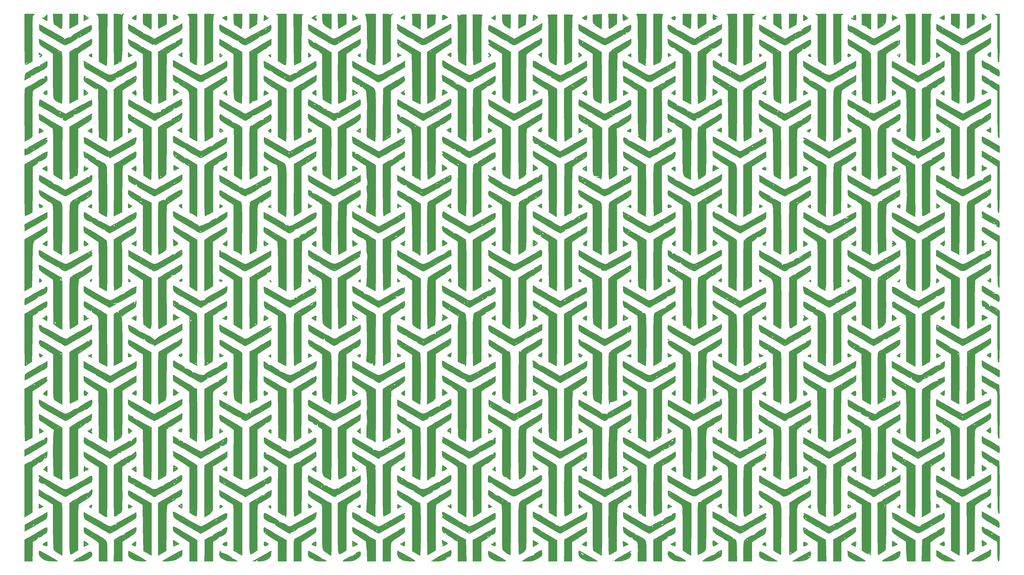
<source format=gbr>
G04 #@! TF.GenerationSoftware,KiCad,Pcbnew,(5.1.4)-1*
G04 #@! TF.CreationDate,2023-05-25T15:27:45-04:00*
G04 #@! TF.ProjectId,ThumbsUp,5468756d-6273-4557-902e-6b696361645f,rev?*
G04 #@! TF.SameCoordinates,Original*
G04 #@! TF.FileFunction,Legend,Top*
G04 #@! TF.FilePolarity,Positive*
%FSLAX46Y46*%
G04 Gerber Fmt 4.6, Leading zero omitted, Abs format (unit mm)*
G04 Created by KiCad (PCBNEW (5.1.4)-1) date 2023-05-25 15:27:45*
%MOMM*%
%LPD*%
G04 APERTURE LIST*
%ADD10C,0.010000*%
G04 APERTURE END LIST*
D10*
G36*
X318026195Y326620937D02*
G01*
X318545870Y326270926D01*
X319057440Y325862838D01*
X319371646Y325540072D01*
X319400000Y325472072D01*
X319195595Y325235283D01*
X318716898Y324885654D01*
X318165688Y324553859D01*
X317743747Y324370575D01*
X317687695Y324363158D01*
X317592676Y324602305D01*
X317535706Y325207326D01*
X317531134Y325432631D01*
X318464211Y325432631D01*
X318485409Y325186256D01*
X318582116Y325165263D01*
X318854382Y325359349D01*
X318865263Y325432631D01*
X318774041Y325693048D01*
X318747358Y325700000D01*
X318519087Y325512645D01*
X318464211Y325432631D01*
X317531134Y325432631D01*
X317528421Y325566316D01*
X317560075Y326284087D01*
X317640157Y326714447D01*
X317687674Y326769473D01*
X318026195Y326620937D01*
X318026195Y326620937D01*
G37*
X318026195Y326620937D02*
X318545870Y326270926D01*
X319057440Y325862838D01*
X319371646Y325540072D01*
X319400000Y325472072D01*
X319195595Y325235283D01*
X318716898Y324885654D01*
X318165688Y324553859D01*
X317743747Y324370575D01*
X317687695Y324363158D01*
X317592676Y324602305D01*
X317535706Y325207326D01*
X317531134Y325432631D01*
X318464211Y325432631D01*
X318485409Y325186256D01*
X318582116Y325165263D01*
X318854382Y325359349D01*
X318865263Y325432631D01*
X318774041Y325693048D01*
X318747358Y325700000D01*
X318519087Y325512645D01*
X318464211Y325432631D01*
X317531134Y325432631D01*
X317528421Y325566316D01*
X317560075Y326284087D01*
X317640157Y326714447D01*
X317687674Y326769473D01*
X318026195Y326620937D01*
G36*
X303582184Y325999358D02*
G01*
X303624184Y325420690D01*
X303625263Y325298947D01*
X303586937Y324654359D01*
X303395770Y324421698D01*
X302937481Y324552035D01*
X302458492Y324799412D01*
X301692773Y325214256D01*
X301832036Y325298947D01*
X302555790Y325298947D01*
X302689474Y325165263D01*
X302823158Y325298947D01*
X302689474Y325432631D01*
X302555790Y325298947D01*
X301832036Y325298947D01*
X302531796Y325724496D01*
X303112944Y326058865D01*
X303470284Y326229213D01*
X303498041Y326234737D01*
X303582184Y325999358D01*
X303582184Y325999358D01*
G37*
X303582184Y325999358D02*
X303624184Y325420690D01*
X303625263Y325298947D01*
X303586937Y324654359D01*
X303395770Y324421698D01*
X302937481Y324552035D01*
X302458492Y324799412D01*
X301692773Y325214256D01*
X301832036Y325298947D01*
X302555790Y325298947D01*
X302689474Y325165263D01*
X302823158Y325298947D01*
X302689474Y325432631D01*
X302555790Y325298947D01*
X301832036Y325298947D01*
X302531796Y325724496D01*
X303112944Y326058865D01*
X303470284Y326229213D01*
X303498041Y326234737D01*
X303582184Y325999358D01*
G36*
X236742775Y326074647D02*
G01*
X236783158Y325848800D01*
X236608963Y325481634D01*
X236448947Y325428537D01*
X236279356Y325356643D01*
X236481536Y325192091D01*
X236785593Y324871617D01*
X236657010Y324666219D01*
X236196807Y324657031D01*
X235914211Y324736441D01*
X235345455Y324991373D01*
X235248477Y325239854D01*
X235629131Y325574265D01*
X235981053Y325791153D01*
X236518681Y326078284D01*
X236742775Y326074647D01*
X236742775Y326074647D01*
G37*
X236742775Y326074647D02*
X236783158Y325848800D01*
X236608963Y325481634D01*
X236448947Y325428537D01*
X236279356Y325356643D01*
X236481536Y325192091D01*
X236785593Y324871617D01*
X236657010Y324666219D01*
X236196807Y324657031D01*
X235914211Y324736441D01*
X235345455Y324991373D01*
X235248477Y325239854D01*
X235629131Y325574265D01*
X235981053Y325791153D01*
X236518681Y326078284D01*
X236742775Y326074647D01*
G36*
X217167534Y326629287D02*
G01*
X217725640Y326275364D01*
X218014711Y326077279D01*
X218540158Y325673683D01*
X218598308Y325525447D01*
X218401579Y325560559D01*
X217924807Y325598218D01*
X217800000Y325450649D01*
X218009128Y325182697D01*
X218118471Y325165263D01*
X218200513Y325058259D01*
X217966093Y324814929D01*
X217569931Y324551796D01*
X217166743Y324385385D01*
X217064737Y324371661D01*
X216831151Y324619725D01*
X216733268Y325364196D01*
X216730526Y325566316D01*
X216759919Y326284105D01*
X216834281Y326714461D01*
X216878396Y326769473D01*
X217167534Y326629287D01*
X217167534Y326629287D01*
G37*
X217167534Y326629287D02*
X217725640Y326275364D01*
X218014711Y326077279D01*
X218540158Y325673683D01*
X218598308Y325525447D01*
X218401579Y325560559D01*
X217924807Y325598218D01*
X217800000Y325450649D01*
X218009128Y325182697D01*
X218118471Y325165263D01*
X218200513Y325058259D01*
X217966093Y324814929D01*
X217569931Y324551796D01*
X217166743Y324385385D01*
X217064737Y324371661D01*
X216831151Y324619725D01*
X216733268Y325364196D01*
X216730526Y325566316D01*
X216759919Y326284105D01*
X216834281Y326714461D01*
X216878396Y326769473D01*
X217167534Y326629287D01*
G36*
X202849037Y325692791D02*
G01*
X202902767Y325085148D01*
X202896836Y325052652D01*
X202759145Y324547824D01*
X202509969Y324419220D01*
X201987262Y324611950D01*
X201824737Y324689479D01*
X201311186Y325043046D01*
X201326908Y325383738D01*
X201778787Y325711181D01*
X202454102Y325913410D01*
X202849037Y325692791D01*
X202849037Y325692791D01*
G37*
X202849037Y325692791D02*
X202902767Y325085148D01*
X202896836Y325052652D01*
X202759145Y324547824D01*
X202509969Y324419220D01*
X201987262Y324611950D01*
X201824737Y324689479D01*
X201311186Y325043046D01*
X201326908Y325383738D01*
X201778787Y325711181D01*
X202454102Y325913410D01*
X202849037Y325692791D01*
G36*
X169630605Y325999358D02*
G01*
X169672605Y325420690D01*
X169673684Y325298947D01*
X169577167Y324607744D01*
X169258292Y324380359D01*
X168673075Y324599697D01*
X168421104Y324764210D01*
X169138947Y324764210D01*
X169272632Y324630526D01*
X169406316Y324764210D01*
X169272632Y324897895D01*
X169138947Y324764210D01*
X168421104Y324764210D01*
X168375045Y324794282D01*
X167759529Y325225406D01*
X168589385Y325730071D01*
X169167324Y326062288D01*
X169520821Y326229869D01*
X169546462Y326234737D01*
X169630605Y325999358D01*
X169630605Y325999358D01*
G37*
X169630605Y325999358D02*
X169672605Y325420690D01*
X169673684Y325298947D01*
X169577167Y324607744D01*
X169258292Y324380359D01*
X168673075Y324599697D01*
X168421104Y324764210D01*
X169138947Y324764210D01*
X169272632Y324630526D01*
X169406316Y324764210D01*
X169272632Y324897895D01*
X169138947Y324764210D01*
X168421104Y324764210D01*
X168375045Y324794282D01*
X167759529Y325225406D01*
X168589385Y325730071D01*
X169167324Y326062288D01*
X169520821Y326229869D01*
X169546462Y326234737D01*
X169630605Y325999358D01*
G36*
X135450526Y325314063D02*
G01*
X135382675Y324613210D01*
X135134880Y324399746D01*
X134640779Y324643312D01*
X134396319Y324831769D01*
X133817609Y325300380D01*
X134634068Y325782674D01*
X135450526Y326264969D01*
X135450526Y325314063D01*
X135450526Y325314063D01*
G37*
X135450526Y325314063D02*
X135382675Y324613210D01*
X135134880Y324399746D01*
X134640779Y324643312D01*
X134396319Y324831769D01*
X133817609Y325300380D01*
X134634068Y325782674D01*
X135450526Y326264969D01*
X135450526Y325314063D01*
G36*
X116133584Y326339715D02*
G01*
X116766874Y325986912D01*
X117614041Y325471719D01*
X116706494Y324918438D01*
X116081501Y324565437D01*
X115654744Y324374920D01*
X115598421Y324364157D01*
X115472827Y324600831D01*
X115402994Y325193256D01*
X115397895Y325432631D01*
X115449059Y326156116D01*
X115663709Y326446096D01*
X116133584Y326339715D01*
X116133584Y326339715D01*
G37*
X116133584Y326339715D02*
X116766874Y325986912D01*
X117614041Y325471719D01*
X116706494Y324918438D01*
X116081501Y324565437D01*
X115654744Y324374920D01*
X115598421Y324364157D01*
X115472827Y324600831D01*
X115402994Y325193256D01*
X115397895Y325432631D01*
X115449059Y326156116D01*
X115663709Y326446096D01*
X116133584Y326339715D01*
G36*
X101494737Y325294622D02*
G01*
X101423330Y324677874D01*
X101247841Y324370812D01*
X101211589Y324363158D01*
X101051907Y324526958D01*
X101093684Y324630526D01*
X101000286Y324829969D01*
X100590506Y324897895D01*
X99957793Y324988116D01*
X99823995Y325229740D01*
X100190100Y325579207D01*
X100570398Y325785299D01*
X101494737Y326226085D01*
X101494737Y325294622D01*
X101494737Y325294622D01*
G37*
X101494737Y325294622D02*
X101423330Y324677874D01*
X101247841Y324370812D01*
X101211589Y324363158D01*
X101051907Y324526958D01*
X101093684Y324630526D01*
X101000286Y324829969D01*
X100590506Y324897895D01*
X99957793Y324988116D01*
X99823995Y325229740D01*
X100190100Y325579207D01*
X100570398Y325785299D01*
X101494737Y326226085D01*
X101494737Y325294622D01*
G36*
X15047051Y326535983D02*
G01*
X15574408Y326289919D01*
X16155411Y325946229D01*
X16601316Y325614267D01*
X16733947Y325432631D01*
X16525030Y325220603D01*
X16027849Y324900274D01*
X15441138Y324584203D01*
X14963629Y324384949D01*
X14845701Y324363158D01*
X14689128Y324599741D01*
X14604738Y325187865D01*
X14600000Y325388070D01*
X14638715Y326089682D01*
X14734541Y326532613D01*
X14762086Y326575068D01*
X15047051Y326535983D01*
X15047051Y326535983D01*
G37*
X15047051Y326535983D02*
X15574408Y326289919D01*
X16155411Y325946229D01*
X16601316Y325614267D01*
X16733947Y325432631D01*
X16525030Y325220603D01*
X16027849Y324900274D01*
X15441138Y324584203D01*
X14963629Y324384949D01*
X14845701Y324363158D01*
X14689128Y324599741D01*
X14604738Y325187865D01*
X14600000Y325388070D01*
X14638715Y326089682D01*
X14734541Y326532613D01*
X14762086Y326575068D01*
X15047051Y326535983D01*
G36*
X894582Y325398733D02*
G01*
X861215Y324691612D01*
X623703Y324424172D01*
X88902Y324544270D01*
X-305789Y324726755D01*
X-762905Y324993768D01*
X-831623Y325233531D01*
X-484210Y325558121D01*
X-23731Y325866628D01*
X853286Y326434308D01*
X894582Y325398733D01*
X894582Y325398733D01*
G37*
X894582Y325398733D02*
X861215Y324691612D01*
X623703Y324424172D01*
X88902Y324544270D01*
X-305789Y324726755D01*
X-762905Y324993768D01*
X-831623Y325233531D01*
X-484210Y325558121D01*
X-23731Y325866628D01*
X853286Y326434308D01*
X894582Y325398733D01*
G36*
X284366967Y326298644D02*
G01*
X284374737Y326234737D01*
X284586605Y325980635D01*
X284708947Y325958865D01*
X285173176Y325801337D01*
X285550628Y325566241D01*
X285878556Y325274727D01*
X285778480Y325092158D01*
X285376073Y324922815D01*
X284803780Y324631021D01*
X284518614Y324379650D01*
X284207392Y324088992D01*
X283974460Y324288250D01*
X283851396Y324934644D01*
X283840000Y325298947D01*
X284374737Y325298947D01*
X284508421Y325165263D01*
X284642105Y325298947D01*
X284508421Y325432631D01*
X284374737Y325298947D01*
X283840000Y325298947D01*
X283893105Y326016482D01*
X284027465Y326446898D01*
X284107369Y326502105D01*
X284366967Y326298644D01*
X284366967Y326298644D01*
G37*
X284366967Y326298644D02*
X284374737Y326234737D01*
X284586605Y325980635D01*
X284708947Y325958865D01*
X285173176Y325801337D01*
X285550628Y325566241D01*
X285878556Y325274727D01*
X285778480Y325092158D01*
X285376073Y324922815D01*
X284803780Y324631021D01*
X284518614Y324379650D01*
X284207392Y324088992D01*
X283974460Y324288250D01*
X283851396Y324934644D01*
X283840000Y325298947D01*
X284374737Y325298947D01*
X284508421Y325165263D01*
X284642105Y325298947D01*
X284508421Y325432631D01*
X284374737Y325298947D01*
X283840000Y325298947D01*
X283893105Y326016482D01*
X284027465Y326446898D01*
X284107369Y326502105D01*
X284366967Y326298644D01*
G36*
X270350536Y326249899D02*
G01*
X270422851Y325837913D01*
X270444288Y325050108D01*
X270392420Y324560008D01*
X270294049Y324231429D01*
X270240621Y324312095D01*
X270063123Y324537446D01*
X269947718Y324503564D01*
X269555240Y324514061D01*
X269039820Y324754732D01*
X268659207Y325084928D01*
X268600000Y325238985D01*
X268796774Y325290954D01*
X269201579Y325130896D01*
X269605808Y324936892D01*
X269608668Y325036663D01*
X269456201Y325231085D01*
X269274398Y325587070D01*
X269349969Y325700000D01*
X269669474Y325700000D01*
X269767300Y325479925D01*
X269847719Y325521754D01*
X269879718Y325839058D01*
X269847719Y325878245D01*
X269688769Y325841544D01*
X269669474Y325700000D01*
X269349969Y325700000D01*
X269488422Y325906897D01*
X269723570Y326084869D01*
X270167313Y326357777D01*
X270350536Y326249899D01*
X270350536Y326249899D01*
G37*
X270350536Y326249899D02*
X270422851Y325837913D01*
X270444288Y325050108D01*
X270392420Y324560008D01*
X270294049Y324231429D01*
X270240621Y324312095D01*
X270063123Y324537446D01*
X269947718Y324503564D01*
X269555240Y324514061D01*
X269039820Y324754732D01*
X268659207Y325084928D01*
X268600000Y325238985D01*
X268796774Y325290954D01*
X269201579Y325130896D01*
X269605808Y324936892D01*
X269608668Y325036663D01*
X269456201Y325231085D01*
X269274398Y325587070D01*
X269349969Y325700000D01*
X269669474Y325700000D01*
X269767300Y325479925D01*
X269847719Y325521754D01*
X269879718Y325839058D01*
X269847719Y325878245D01*
X269688769Y325841544D01*
X269669474Y325700000D01*
X269349969Y325700000D01*
X269488422Y325906897D01*
X269723570Y326084869D01*
X270167313Y326357777D01*
X270350536Y326249899D01*
G36*
X251599806Y325908214D02*
G01*
X252201839Y325454081D01*
X252330222Y325111878D01*
X251974770Y324768915D01*
X251471467Y324488074D01*
X250686316Y324082057D01*
X250686316Y326507021D01*
X251599806Y325908214D01*
X251599806Y325908214D01*
G37*
X251599806Y325908214D02*
X252201839Y325454081D01*
X252330222Y325111878D01*
X251974770Y324768915D01*
X251471467Y324488074D01*
X250686316Y324082057D01*
X250686316Y326507021D01*
X251599806Y325908214D01*
G36*
X183844211Y326192460D02*
G01*
X184367713Y325748622D01*
X184636747Y325409517D01*
X184646316Y325366571D01*
X184813099Y325253984D01*
X184913684Y325298947D01*
X185160333Y325316590D01*
X185178967Y325247884D01*
X184933728Y324974396D01*
X184247420Y324578819D01*
X183376316Y324180213D01*
X183167649Y324255621D01*
X183062903Y324750207D01*
X183042105Y325412030D01*
X183042105Y325700000D01*
X183309474Y325700000D01*
X183407300Y325479925D01*
X183487719Y325521754D01*
X183519718Y325839058D01*
X183487719Y325878245D01*
X183328769Y325841544D01*
X183309474Y325700000D01*
X183042105Y325700000D01*
X183042105Y326785481D01*
X183844211Y326192460D01*
X183844211Y326192460D01*
G37*
X183844211Y326192460D02*
X184367713Y325748622D01*
X184636747Y325409517D01*
X184646316Y325366571D01*
X184813099Y325253984D01*
X184913684Y325298947D01*
X185160333Y325316590D01*
X185178967Y325247884D01*
X184933728Y324974396D01*
X184247420Y324578819D01*
X183376316Y324180213D01*
X183167649Y324255621D01*
X183062903Y324750207D01*
X183042105Y325412030D01*
X183042105Y325700000D01*
X183309474Y325700000D01*
X183407300Y325479925D01*
X183487719Y325521754D01*
X183519718Y325839058D01*
X183487719Y325878245D01*
X183328769Y325841544D01*
X183309474Y325700000D01*
X183042105Y325700000D01*
X183042105Y326785481D01*
X183844211Y326192460D01*
G36*
X150065406Y326352150D02*
G01*
X150691213Y326006039D01*
X151143671Y325705426D01*
X151278614Y325463574D01*
X151054879Y325180383D01*
X150431303Y324755755D01*
X150088947Y324541475D01*
X149353684Y324083462D01*
X149353684Y325007232D01*
X149888421Y325007232D01*
X150090821Y325004578D01*
X150289474Y325068575D01*
X150643700Y325349081D01*
X150690526Y325493975D01*
X150531552Y325582529D01*
X150289474Y325432631D01*
X149957430Y325116253D01*
X149888421Y325007232D01*
X149353684Y325007232D01*
X149353684Y325292784D01*
X149401698Y326099389D01*
X149607872Y326435944D01*
X150065406Y326352150D01*
X150065406Y326352150D01*
G37*
X150065406Y326352150D02*
X150691213Y326006039D01*
X151143671Y325705426D01*
X151278614Y325463574D01*
X151054879Y325180383D01*
X150431303Y324755755D01*
X150088947Y324541475D01*
X149353684Y324083462D01*
X149353684Y325007232D01*
X149888421Y325007232D01*
X150090821Y325004578D01*
X150289474Y325068575D01*
X150643700Y325349081D01*
X150690526Y325493975D01*
X150531552Y325582529D01*
X150289474Y325432631D01*
X149957430Y325116253D01*
X149888421Y325007232D01*
X149353684Y325007232D01*
X149353684Y325292784D01*
X149401698Y326099389D01*
X149607872Y326435944D01*
X150065406Y326352150D01*
G36*
X82122292Y326294604D02*
G01*
X82072022Y326149420D01*
X82023347Y325972043D01*
X82102815Y326024803D01*
X82476107Y326064779D01*
X82850223Y325929223D01*
X83201296Y325669377D01*
X83086229Y325438142D01*
X83015595Y325386378D01*
X82866874Y325231290D01*
X83191387Y325284116D01*
X83246842Y325299450D01*
X83738532Y325363498D01*
X83820548Y325213385D01*
X83527107Y324933123D01*
X82979474Y324642973D01*
X82341679Y324363542D01*
X81933337Y324173320D01*
X81910000Y324161023D01*
X81797799Y324336558D01*
X81725025Y324905204D01*
X81709474Y325426130D01*
X81755831Y326253205D01*
X81886844Y326630466D01*
X81981203Y326633094D01*
X82122292Y326294604D01*
X82122292Y326294604D01*
G37*
X82122292Y326294604D02*
X82072022Y326149420D01*
X82023347Y325972043D01*
X82102815Y326024803D01*
X82476107Y326064779D01*
X82850223Y325929223D01*
X83201296Y325669377D01*
X83086229Y325438142D01*
X83015595Y325386378D01*
X82866874Y325231290D01*
X83191387Y325284116D01*
X83246842Y325299450D01*
X83738532Y325363498D01*
X83820548Y325213385D01*
X83527107Y324933123D01*
X82979474Y324642973D01*
X82341679Y324363542D01*
X81933337Y324173320D01*
X81910000Y324161023D01*
X81797799Y324336558D01*
X81725025Y324905204D01*
X81709474Y325426130D01*
X81755831Y326253205D01*
X81886844Y326630466D01*
X81981203Y326633094D01*
X82122292Y326294604D01*
G36*
X68324657Y325928715D02*
G01*
X67928547Y325501430D01*
X67909948Y325486818D01*
X67588768Y325214381D01*
X67693117Y325196214D01*
X67873158Y325254586D01*
X68227135Y325259142D01*
X68339394Y324859277D01*
X68341053Y324755819D01*
X68334507Y324302943D01*
X68231162Y324154806D01*
X67905451Y324300552D01*
X67327517Y324668190D01*
X66447666Y325231582D01*
X67327517Y325838614D01*
X67934011Y326151747D01*
X68296435Y326163634D01*
X68324657Y325928715D01*
X68324657Y325928715D01*
G37*
X68324657Y325928715D02*
X67928547Y325501430D01*
X67909948Y325486818D01*
X67588768Y325214381D01*
X67693117Y325196214D01*
X67873158Y325254586D01*
X68227135Y325259142D01*
X68339394Y324859277D01*
X68341053Y324755819D01*
X68334507Y324302943D01*
X68231162Y324154806D01*
X67905451Y324300552D01*
X67327517Y324668190D01*
X66447666Y325231582D01*
X67327517Y325838614D01*
X67934011Y326151747D01*
X68296435Y326163634D01*
X68324657Y325928715D01*
G36*
X48980099Y326229989D02*
G01*
X49255505Y326055961D01*
X49665548Y325686127D01*
X49742765Y325406448D01*
X49808899Y325282057D01*
X50012429Y325330615D01*
X50397641Y325407607D01*
X50423324Y325252638D01*
X50152545Y324961399D01*
X49648372Y324629580D01*
X49501519Y324555428D01*
X48575670Y324113921D01*
X48599320Y325292167D01*
X48627366Y326012461D01*
X48727025Y326293330D01*
X48980099Y326229989D01*
X48980099Y326229989D01*
G37*
X48980099Y326229989D02*
X49255505Y326055961D01*
X49665548Y325686127D01*
X49742765Y325406448D01*
X49808899Y325282057D01*
X50012429Y325330615D01*
X50397641Y325407607D01*
X50423324Y325252638D01*
X50152545Y324961399D01*
X49648372Y324629580D01*
X49501519Y324555428D01*
X48575670Y324113921D01*
X48599320Y325292167D01*
X48627366Y326012461D01*
X48727025Y326293330D01*
X48980099Y326229989D01*
G36*
X34852066Y325788896D02*
G01*
X34871754Y325677578D01*
X34902337Y324957296D01*
X34871754Y324638382D01*
X34791275Y324317381D01*
X34603186Y324271763D01*
X34165416Y324508002D01*
X33888054Y324683199D01*
X32989792Y325254897D01*
X33888054Y325722394D01*
X34476079Y326008844D01*
X34746587Y326033327D01*
X34852066Y325788896D01*
X34852066Y325788896D01*
G37*
X34852066Y325788896D02*
X34871754Y325677578D01*
X34902337Y324957296D01*
X34871754Y324638382D01*
X34791275Y324317381D01*
X34603186Y324271763D01*
X34165416Y324508002D01*
X33888054Y324683199D01*
X32989792Y325254897D01*
X33888054Y325722394D01*
X34476079Y326008844D01*
X34746587Y326033327D01*
X34852066Y325788896D01*
G36*
X-17885263Y325931942D02*
G01*
X-17298010Y325542786D01*
X-16972589Y325244259D01*
X-16949474Y325188373D01*
X-17166914Y324962338D01*
X-17707004Y324639202D01*
X-17885263Y324550687D01*
X-18821053Y324104441D01*
X-18821053Y325553334D01*
X-18175148Y325553334D01*
X-18150739Y325429569D01*
X-17864771Y325207930D01*
X-17558313Y325170735D01*
X-17484210Y325270342D01*
X-17693935Y325442057D01*
X-17899150Y325534648D01*
X-18175148Y325553334D01*
X-18821053Y325553334D01*
X-18821053Y326484071D01*
X-17885263Y325931942D01*
X-17885263Y325931942D01*
G37*
X-17885263Y325931942D02*
X-17298010Y325542786D01*
X-16972589Y325244259D01*
X-16949474Y325188373D01*
X-17166914Y324962338D01*
X-17707004Y324639202D01*
X-17885263Y324550687D01*
X-18821053Y324104441D01*
X-18821053Y325553334D01*
X-18175148Y325553334D01*
X-18150739Y325429569D01*
X-17864771Y325207930D01*
X-17558313Y325170735D01*
X-17484210Y325270342D01*
X-17693935Y325442057D01*
X-17899150Y325534648D01*
X-18175148Y325553334D01*
X-18821053Y325553334D01*
X-18821053Y326484071D01*
X-17885263Y325931942D01*
G36*
X-32456842Y325311429D02*
G01*
X-32469965Y324593542D01*
X-32503211Y324166324D01*
X-32523684Y324112889D01*
X-32781952Y324230820D01*
X-33332733Y324499543D01*
X-33459474Y324562449D01*
X-33995324Y324897853D01*
X-34298786Y325207962D01*
X-34310731Y325392732D01*
X-33972030Y325352118D01*
X-33913482Y325330615D01*
X-33620044Y325287512D01*
X-33618566Y325368852D01*
X-33516031Y325648176D01*
X-33101287Y326044011D01*
X-33097715Y326046692D01*
X-32456842Y326527069D01*
X-32456842Y325311429D01*
X-32456842Y325311429D01*
G37*
X-32456842Y325311429D02*
X-32469965Y324593542D01*
X-32503211Y324166324D01*
X-32523684Y324112889D01*
X-32781952Y324230820D01*
X-33332733Y324499543D01*
X-33459474Y324562449D01*
X-33995324Y324897853D01*
X-34298786Y325207962D01*
X-34310731Y325392732D01*
X-33972030Y325352118D01*
X-33913482Y325330615D01*
X-33620044Y325287512D01*
X-33618566Y325368852D01*
X-33516031Y325648176D01*
X-33101287Y326044011D01*
X-33097715Y326046692D01*
X-32456842Y326527069D01*
X-32456842Y325311429D01*
G36*
X314854737Y324739179D02*
G01*
X314839780Y323694656D01*
X314775522Y323066468D01*
X314632883Y322736593D01*
X314382780Y322587013D01*
X314320000Y322569049D01*
X313887068Y322378405D01*
X313785263Y322242547D01*
X313567907Y322019622D01*
X313027999Y321698199D01*
X312849474Y321609635D01*
X311913684Y321163388D01*
X311913684Y326769473D01*
X314854737Y326769473D01*
X314854737Y324739179D01*
X314854737Y324739179D01*
G37*
X314854737Y324739179D02*
X314839780Y323694656D01*
X314775522Y323066468D01*
X314632883Y322736593D01*
X314382780Y322587013D01*
X314320000Y322569049D01*
X313887068Y322378405D01*
X313785263Y322242547D01*
X313567907Y322019622D01*
X313027999Y321698199D01*
X312849474Y321609635D01*
X311913684Y321163388D01*
X311913684Y326769473D01*
X314854737Y326769473D01*
X314854737Y324739179D01*
G36*
X309240000Y323962105D02*
G01*
X309222231Y322810801D01*
X309174179Y321889875D01*
X309103724Y321309319D01*
X309039474Y321163427D01*
X308721733Y321298627D01*
X308098560Y321641179D01*
X307443639Y322032374D01*
X306698824Y322491579D01*
X307635790Y322491579D01*
X307733615Y322271504D01*
X307814035Y322313333D01*
X307846034Y322630637D01*
X307814035Y322669824D01*
X307655085Y322633123D01*
X307635790Y322491579D01*
X306698824Y322491579D01*
X306048330Y322892631D01*
X306039955Y324831052D01*
X306031579Y326769473D01*
X309240000Y326769473D01*
X309240000Y323962105D01*
X309240000Y323962105D01*
G37*
X309240000Y323962105D02*
X309222231Y322810801D01*
X309174179Y321889875D01*
X309103724Y321309319D01*
X309039474Y321163427D01*
X308721733Y321298627D01*
X308098560Y321641179D01*
X307443639Y322032374D01*
X306698824Y322491579D01*
X307635790Y322491579D01*
X307733615Y322271504D01*
X307814035Y322313333D01*
X307846034Y322630637D01*
X307814035Y322669824D01*
X307655085Y322633123D01*
X307635790Y322491579D01*
X306698824Y322491579D01*
X306048330Y322892631D01*
X306039955Y324831052D01*
X306031579Y326769473D01*
X309240000Y326769473D01*
X309240000Y323962105D01*
G36*
X281701053Y325316353D02*
G01*
X281636782Y324066936D01*
X281390226Y323191507D01*
X280880770Y322539068D01*
X280027798Y321958624D01*
X279858189Y321864592D01*
X278492632Y321121363D01*
X278492632Y323026316D01*
X280497895Y323026316D01*
X280519093Y322779940D01*
X280615800Y322758947D01*
X280888067Y322953033D01*
X280898947Y323026316D01*
X280807725Y323286733D01*
X280781043Y323293684D01*
X280552772Y323106329D01*
X280497895Y323026316D01*
X278492632Y323026316D01*
X278492632Y326769473D01*
X281701053Y326769473D01*
X281701053Y325316353D01*
X281701053Y325316353D01*
G37*
X281701053Y325316353D02*
X281636782Y324066936D01*
X281390226Y323191507D01*
X280880770Y322539068D01*
X280027798Y321958624D01*
X279858189Y321864592D01*
X278492632Y321121363D01*
X278492632Y323026316D01*
X280497895Y323026316D01*
X280519093Y322779940D01*
X280615800Y322758947D01*
X280888067Y322953033D01*
X280898947Y323026316D01*
X280807725Y323286733D01*
X280781043Y323293684D01*
X280552772Y323106329D01*
X280497895Y323026316D01*
X278492632Y323026316D01*
X278492632Y326769473D01*
X281701053Y326769473D01*
X281701053Y325316353D01*
G36*
X248224405Y324757375D02*
G01*
X248146316Y322745276D01*
X246742632Y321944598D01*
X245338947Y321143920D01*
X245338947Y322625263D01*
X246675790Y322625263D01*
X246809474Y322491579D01*
X246943158Y322625263D01*
X246809474Y322758947D01*
X246675790Y322625263D01*
X245338947Y322625263D01*
X245338947Y326769473D01*
X248302493Y326769473D01*
X248224405Y324757375D01*
X248224405Y324757375D01*
G37*
X248224405Y324757375D02*
X248146316Y322745276D01*
X246742632Y321944598D01*
X245338947Y321143920D01*
X245338947Y322625263D01*
X246675790Y322625263D01*
X246809474Y322491579D01*
X246943158Y322625263D01*
X246809474Y322758947D01*
X246675790Y322625263D01*
X245338947Y322625263D01*
X245338947Y326769473D01*
X248302493Y326769473D01*
X248224405Y324757375D01*
G36*
X214324211Y323019674D02*
G01*
X212866528Y322087205D01*
X212096447Y321608005D01*
X211515664Y321271521D01*
X211262317Y321154737D01*
X211202165Y321403678D01*
X211153980Y322076863D01*
X211123528Y323063837D01*
X211122316Y323204561D01*
X213076491Y323204561D01*
X213113193Y323045611D01*
X213254737Y323026316D01*
X213474811Y323124142D01*
X213432983Y323204561D01*
X213115679Y323236560D01*
X213076491Y323204561D01*
X211122316Y323204561D01*
X211115790Y323962105D01*
X211115790Y326769473D01*
X214324211Y326769473D01*
X214324211Y323019674D01*
X214324211Y323019674D01*
G37*
X214324211Y323019674D02*
X212866528Y322087205D01*
X212096447Y321608005D01*
X211515664Y321271521D01*
X211262317Y321154737D01*
X211202165Y321403678D01*
X211153980Y322076863D01*
X211123528Y323063837D01*
X211122316Y323204561D01*
X213076491Y323204561D01*
X213113193Y323045611D01*
X213254737Y323026316D01*
X213474811Y323124142D01*
X213432983Y323204561D01*
X213115679Y323236560D01*
X213076491Y323204561D01*
X211122316Y323204561D01*
X211115790Y323962105D01*
X211115790Y326769473D01*
X214324211Y326769473D01*
X214324211Y323019674D01*
G36*
X208690396Y323962105D02*
G01*
X208640759Y322523253D01*
X208545307Y321605721D01*
X208402599Y321197938D01*
X208343302Y321173341D01*
X207964161Y321318387D01*
X207307523Y321672255D01*
X206771053Y321998054D01*
X205501053Y322804162D01*
X205501053Y326769473D01*
X208735241Y326769473D01*
X208690396Y323962105D01*
X208690396Y323962105D01*
G37*
X208690396Y323962105D02*
X208640759Y322523253D01*
X208545307Y321605721D01*
X208402599Y321197938D01*
X208343302Y321173341D01*
X207964161Y321318387D01*
X207307523Y321672255D01*
X206771053Y321998054D01*
X205501053Y322804162D01*
X205501053Y326769473D01*
X208735241Y326769473D01*
X208690396Y323962105D01*
G36*
X180903158Y324764210D02*
G01*
X180872763Y323805753D01*
X180792362Y323096713D01*
X180678127Y322767724D01*
X180654887Y322758947D01*
X180265615Y322594901D01*
X180048412Y322424737D01*
X179633030Y322113152D01*
X179018545Y321723656D01*
X178398515Y321370711D01*
X177966499Y321168778D01*
X177900781Y321154737D01*
X177848881Y321403670D01*
X177796427Y322076837D01*
X177750380Y323063785D01*
X177747535Y323160000D01*
X179833684Y323160000D01*
X179967369Y323026316D01*
X180101053Y323160000D01*
X179967369Y323293684D01*
X179833684Y323160000D01*
X177747535Y323160000D01*
X177723809Y323962105D01*
X177659339Y326769473D01*
X180903158Y326769473D01*
X180903158Y324764210D01*
X180903158Y324764210D01*
G37*
X180903158Y324764210D02*
X180872763Y323805753D01*
X180792362Y323096713D01*
X180678127Y322767724D01*
X180654887Y322758947D01*
X180265615Y322594901D01*
X180048412Y322424737D01*
X179633030Y322113152D01*
X179018545Y321723656D01*
X178398515Y321370711D01*
X177966499Y321168778D01*
X177900781Y321154737D01*
X177848881Y321403670D01*
X177796427Y322076837D01*
X177750380Y323063785D01*
X177747535Y323160000D01*
X179833684Y323160000D01*
X179967369Y323026316D01*
X180101053Y323160000D01*
X179967369Y323293684D01*
X179833684Y323160000D01*
X177747535Y323160000D01*
X177723809Y323962105D01*
X177659339Y326769473D01*
X180903158Y326769473D01*
X180903158Y324764210D01*
G36*
X146869075Y324611949D02*
G01*
X146769067Y322721792D01*
X145387691Y321932856D01*
X144006316Y321143920D01*
X144006316Y323427368D01*
X145343158Y323427368D01*
X145476842Y323293684D01*
X145610526Y323427368D01*
X145476842Y323561052D01*
X145343158Y323427368D01*
X144006316Y323427368D01*
X144006316Y326502105D01*
X146969083Y326502105D01*
X146869075Y324611949D01*
X146869075Y324611949D01*
G37*
X146869075Y324611949D02*
X146769067Y322721792D01*
X145387691Y321932856D01*
X144006316Y321143920D01*
X144006316Y323427368D01*
X145343158Y323427368D01*
X145476842Y323293684D01*
X145610526Y323427368D01*
X145476842Y323561052D01*
X145343158Y323427368D01*
X144006316Y323427368D01*
X144006316Y326502105D01*
X146969083Y326502105D01*
X146869075Y324611949D01*
G36*
X141065263Y323828421D02*
G01*
X141046654Y322708416D01*
X140996471Y321822689D01*
X140923186Y321283444D01*
X140864737Y321171899D01*
X140543494Y321315560D01*
X139935145Y321665729D01*
X139461053Y321961695D01*
X138681256Y322541903D01*
X138210708Y323156737D01*
X137971492Y323967726D01*
X137952276Y324229473D01*
X139193684Y324229473D01*
X139327369Y324095789D01*
X139461053Y324229473D01*
X139327369Y324363158D01*
X139193684Y324229473D01*
X137952276Y324229473D01*
X137885691Y325136395D01*
X137883493Y325232105D01*
X137856842Y326502105D01*
X141065263Y326502105D01*
X141065263Y323828421D01*
X141065263Y323828421D01*
G37*
X141065263Y323828421D02*
X141046654Y322708416D01*
X140996471Y321822689D01*
X140923186Y321283444D01*
X140864737Y321171899D01*
X140543494Y321315560D01*
X139935145Y321665729D01*
X139461053Y321961695D01*
X138681256Y322541903D01*
X138210708Y323156737D01*
X137971492Y323967726D01*
X137952276Y324229473D01*
X139193684Y324229473D01*
X139327369Y324095789D01*
X139461053Y324229473D01*
X139327369Y324363158D01*
X139193684Y324229473D01*
X137952276Y324229473D01*
X137885691Y325136395D01*
X137883493Y325232105D01*
X137856842Y326502105D01*
X141065263Y326502105D01*
X141065263Y323828421D01*
G36*
X112857895Y322934591D02*
G01*
X111467054Y322044664D01*
X110715287Y321577686D01*
X110154559Y321255432D01*
X109929686Y321154737D01*
X109868176Y321403221D01*
X109819381Y322073221D01*
X109789504Y323051551D01*
X109788619Y323160000D01*
X112189474Y323160000D01*
X112323158Y323026316D01*
X112456842Y323160000D01*
X112323158Y323293684D01*
X112189474Y323160000D01*
X109788619Y323160000D01*
X109783158Y323828421D01*
X109783158Y326502105D01*
X113003451Y326502105D01*
X112857895Y322934591D01*
X112857895Y322934591D01*
G37*
X112857895Y322934591D02*
X111467054Y322044664D01*
X110715287Y321577686D01*
X110154559Y321255432D01*
X109929686Y321154737D01*
X109868176Y321403221D01*
X109819381Y322073221D01*
X109789504Y323051551D01*
X109788619Y323160000D01*
X112189474Y323160000D01*
X112323158Y323026316D01*
X112456842Y323160000D01*
X112323158Y323293684D01*
X112189474Y323160000D01*
X109788619Y323160000D01*
X109783158Y323828421D01*
X109783158Y326502105D01*
X113003451Y326502105D01*
X112857895Y322934591D01*
G36*
X79555360Y322892631D02*
G01*
X78119076Y322023684D01*
X77346639Y321570684D01*
X76765377Y321256330D01*
X76522448Y321154737D01*
X76456625Y321403675D01*
X76403898Y322076852D01*
X76370573Y323063815D01*
X76362105Y323962105D01*
X76362105Y326769473D01*
X79570526Y326769473D01*
X79555360Y322892631D01*
X79555360Y322892631D01*
G37*
X79555360Y322892631D02*
X78119076Y322023684D01*
X77346639Y321570684D01*
X76765377Y321256330D01*
X76522448Y321154737D01*
X76456625Y321403675D01*
X76403898Y322076852D01*
X76370573Y323063815D01*
X76362105Y323962105D01*
X76362105Y326769473D01*
X79570526Y326769473D01*
X79555360Y322892631D01*
G36*
X46149474Y324783793D02*
G01*
X46137612Y323759576D01*
X46073783Y323134365D01*
X45915626Y322772516D01*
X45620777Y322538384D01*
X45414211Y322429507D01*
X44627313Y321997023D01*
X43943684Y321577069D01*
X43208421Y321093237D01*
X43208421Y323828421D01*
X45614737Y323828421D01*
X45712563Y323608346D01*
X45792983Y323650175D01*
X45824981Y323967479D01*
X45792983Y324006666D01*
X45634032Y323969965D01*
X45614737Y323828421D01*
X43208421Y323828421D01*
X43208421Y326769473D01*
X46149474Y326769473D01*
X46149474Y324783793D01*
X46149474Y324783793D01*
G37*
X46149474Y324783793D02*
X46137612Y323759576D01*
X46073783Y323134365D01*
X45915626Y322772516D01*
X45620777Y322538384D01*
X45414211Y322429507D01*
X44627313Y321997023D01*
X43943684Y321577069D01*
X43208421Y321093237D01*
X43208421Y323828421D01*
X45614737Y323828421D01*
X45712563Y323608346D01*
X45792983Y323650175D01*
X45824981Y323967479D01*
X45792983Y324006666D01*
X45634032Y323969965D01*
X45614737Y323828421D01*
X43208421Y323828421D01*
X43208421Y326769473D01*
X46149474Y326769473D01*
X46149474Y324783793D01*
G36*
X40534737Y323962105D02*
G01*
X40514339Y322809688D01*
X40459177Y321886523D01*
X40378303Y321303047D01*
X40304679Y321154737D01*
X39955378Y321293224D01*
X39366470Y321638512D01*
X39168363Y321769271D01*
X38469532Y322210080D01*
X37885724Y322524136D01*
X37794211Y322562985D01*
X37548627Y322745095D01*
X37405309Y323134933D01*
X37339594Y323848084D01*
X37326316Y324755819D01*
X37326316Y326769473D01*
X40534737Y326769473D01*
X40534737Y323962105D01*
X40534737Y323962105D01*
G37*
X40534737Y323962105D02*
X40514339Y322809688D01*
X40459177Y321886523D01*
X40378303Y321303047D01*
X40304679Y321154737D01*
X39955378Y321293224D01*
X39366470Y321638512D01*
X39168363Y321769271D01*
X38469532Y322210080D01*
X37885724Y322524136D01*
X37794211Y322562985D01*
X37548627Y322745095D01*
X37405309Y323134933D01*
X37339594Y323848084D01*
X37326316Y324755819D01*
X37326316Y326769473D01*
X40534737Y326769473D01*
X40534737Y323962105D01*
G36*
X12193684Y322883878D02*
G01*
X10748218Y322019308D01*
X9972471Y321569283D01*
X9388817Y321256589D01*
X9144008Y321154737D01*
X9078841Y321403675D01*
X9026639Y322076854D01*
X8993647Y323063818D01*
X8985263Y323962105D01*
X8985263Y326769473D01*
X12193684Y326769473D01*
X12193684Y322883878D01*
X12193684Y322883878D01*
G37*
X12193684Y322883878D02*
X10748218Y322019308D01*
X9972471Y321569283D01*
X9388817Y321256589D01*
X9144008Y321154737D01*
X9078841Y321403675D01*
X9026639Y322076854D01*
X8993647Y323063818D01*
X8985263Y323962105D01*
X8985263Y326769473D01*
X12193684Y326769473D01*
X12193684Y322883878D01*
G36*
X-20968900Y322892631D02*
G01*
X-22568660Y322030812D01*
X-24168421Y321168993D01*
X-24168421Y323160000D01*
X-21762105Y323160000D01*
X-21628421Y323026316D01*
X-21494737Y323160000D01*
X-21628421Y323293684D01*
X-21762105Y323160000D01*
X-24168421Y323160000D01*
X-24168421Y326769473D01*
X-20960000Y326769473D01*
X-20968900Y322892631D01*
X-20968900Y322892631D01*
G37*
X-20968900Y322892631D02*
X-22568660Y322030812D01*
X-24168421Y321168993D01*
X-24168421Y323160000D01*
X-21762105Y323160000D01*
X-21628421Y323026316D01*
X-21494737Y323160000D01*
X-21628421Y323293684D01*
X-21762105Y323160000D01*
X-24168421Y323160000D01*
X-24168421Y326769473D01*
X-20960000Y326769473D01*
X-20968900Y322892631D01*
G36*
X-26842105Y323962105D02*
G01*
X-26856736Y322609231D01*
X-26925691Y321734628D01*
X-27086567Y321282091D01*
X-27376957Y321195417D01*
X-27834456Y321418399D01*
X-28315568Y321759281D01*
X-29007215Y322246613D01*
X-29610682Y322629680D01*
X-29652410Y322653275D01*
X-29943430Y322904679D01*
X-30121122Y323345508D01*
X-30221211Y324104869D01*
X-30262766Y324859064D01*
X-30341321Y326769473D01*
X-26842105Y326769473D01*
X-26842105Y323962105D01*
X-26842105Y323962105D01*
G37*
X-26842105Y323962105D02*
X-26856736Y322609231D01*
X-26925691Y321734628D01*
X-27086567Y321282091D01*
X-27376957Y321195417D01*
X-27834456Y321418399D01*
X-28315568Y321759281D01*
X-29007215Y322246613D01*
X-29610682Y322629680D01*
X-29652410Y322653275D01*
X-29943430Y322904679D01*
X-30121122Y323345508D01*
X-30221211Y324104869D01*
X-30262766Y324859064D01*
X-30341321Y326769473D01*
X-26842105Y326769473D01*
X-26842105Y323962105D01*
G36*
X276086316Y323828421D02*
G01*
X276080655Y322648678D01*
X276065305Y321697787D01*
X276042714Y321082845D01*
X276019474Y320904316D01*
X275750963Y321004628D01*
X275351053Y321163068D01*
X274888550Y321434273D01*
X274749474Y321640301D01*
X274524069Y321872993D01*
X273957578Y322178700D01*
X273680000Y322295829D01*
X272610526Y322715930D01*
X272610526Y322892631D01*
X273412632Y322892631D01*
X273546316Y322758947D01*
X273680000Y322892631D01*
X273546316Y323026316D01*
X273412632Y322892631D01*
X272610526Y322892631D01*
X272610526Y323427368D01*
X272877895Y323427368D01*
X273011579Y323293684D01*
X273145263Y323427368D01*
X273011579Y323561052D01*
X272877895Y323427368D01*
X272610526Y323427368D01*
X272610526Y326769473D01*
X276086316Y326769473D01*
X276086316Y323828421D01*
X276086316Y323828421D01*
G37*
X276086316Y323828421D02*
X276080655Y322648678D01*
X276065305Y321697787D01*
X276042714Y321082845D01*
X276019474Y320904316D01*
X275750963Y321004628D01*
X275351053Y321163068D01*
X274888550Y321434273D01*
X274749474Y321640301D01*
X274524069Y321872993D01*
X273957578Y322178700D01*
X273680000Y322295829D01*
X272610526Y322715930D01*
X272610526Y322892631D01*
X273412632Y322892631D01*
X273546316Y322758947D01*
X273680000Y322892631D01*
X273546316Y323026316D01*
X273412632Y322892631D01*
X272610526Y322892631D01*
X272610526Y323427368D01*
X272877895Y323427368D01*
X273011579Y323293684D01*
X273145263Y323427368D01*
X273011579Y323561052D01*
X272877895Y323427368D01*
X272610526Y323427368D01*
X272610526Y326769473D01*
X276086316Y326769473D01*
X276086316Y323828421D01*
G36*
X242411539Y325633158D02*
G01*
X242427148Y324743287D01*
X242453638Y323600197D01*
X242478381Y322691959D01*
X242505011Y321789682D01*
X242524093Y321145496D01*
X242531576Y320896161D01*
X242531579Y320896147D01*
X242324502Y321030892D01*
X241780852Y321375998D01*
X241017003Y321857601D01*
X240994211Y321871934D01*
X239456842Y322838651D01*
X239456842Y323160000D01*
X239991579Y323160000D01*
X240125263Y323026316D01*
X240258947Y323160000D01*
X240125263Y323293684D01*
X239991579Y323160000D01*
X239456842Y323160000D01*
X239456842Y326769473D01*
X242397895Y326769473D01*
X242411539Y325633158D01*
X242411539Y325633158D01*
G37*
X242411539Y325633158D02*
X242427148Y324743287D01*
X242453638Y323600197D01*
X242478381Y322691959D01*
X242505011Y321789682D01*
X242524093Y321145496D01*
X242531576Y320896161D01*
X242531579Y320896147D01*
X242324502Y321030892D01*
X241780852Y321375998D01*
X241017003Y321857601D01*
X240994211Y321871934D01*
X239456842Y322838651D01*
X239456842Y323160000D01*
X239991579Y323160000D01*
X240125263Y323026316D01*
X240258947Y323160000D01*
X240125263Y323293684D01*
X239991579Y323160000D01*
X239456842Y323160000D01*
X239456842Y326769473D01*
X242397895Y326769473D01*
X242411539Y325633158D01*
G36*
X175208195Y326671454D02*
G01*
X175242073Y326380057D01*
X175256365Y325669332D01*
X175250178Y324654360D01*
X175230981Y323741122D01*
X175154737Y320909820D01*
X174080123Y321600351D01*
X174575439Y321600351D01*
X174612140Y321441400D01*
X174753684Y321422105D01*
X174973759Y321519931D01*
X174931930Y321600351D01*
X174614626Y321632349D01*
X174575439Y321600351D01*
X174080123Y321600351D01*
X173951579Y321682951D01*
X172952872Y322345841D01*
X172325844Y322860601D01*
X172272960Y322937193D01*
X172436491Y322937193D01*
X172473193Y322778243D01*
X172614737Y322758947D01*
X172834811Y322856773D01*
X172792983Y322937193D01*
X172475679Y322969192D01*
X172436491Y322937193D01*
X172272960Y322937193D01*
X172119118Y323160000D01*
X173951579Y323160000D01*
X174085263Y323026316D01*
X174218947Y323160000D01*
X174085263Y323293684D01*
X173951579Y323160000D01*
X172119118Y323160000D01*
X171984279Y323355283D01*
X171841962Y323957937D01*
X171812677Y324796615D01*
X171812632Y324859806D01*
X171812632Y326425928D01*
X173460898Y326598206D01*
X174337282Y326673560D01*
X174972116Y326697614D01*
X175208195Y326671454D01*
X175208195Y326671454D01*
G37*
X175208195Y326671454D02*
X175242073Y326380057D01*
X175256365Y325669332D01*
X175250178Y324654360D01*
X175230981Y323741122D01*
X175154737Y320909820D01*
X174080123Y321600351D01*
X174575439Y321600351D01*
X174612140Y321441400D01*
X174753684Y321422105D01*
X174973759Y321519931D01*
X174931930Y321600351D01*
X174614626Y321632349D01*
X174575439Y321600351D01*
X174080123Y321600351D01*
X173951579Y321682951D01*
X172952872Y322345841D01*
X172325844Y322860601D01*
X172272960Y322937193D01*
X172436491Y322937193D01*
X172473193Y322778243D01*
X172614737Y322758947D01*
X172834811Y322856773D01*
X172792983Y322937193D01*
X172475679Y322969192D01*
X172436491Y322937193D01*
X172272960Y322937193D01*
X172119118Y323160000D01*
X173951579Y323160000D01*
X174085263Y323026316D01*
X174218947Y323160000D01*
X174085263Y323293684D01*
X173951579Y323160000D01*
X172119118Y323160000D01*
X171984279Y323355283D01*
X171841962Y323957937D01*
X171812677Y324796615D01*
X171812632Y324859806D01*
X171812632Y326425928D01*
X173460898Y326598206D01*
X174337282Y326673560D01*
X174972116Y326697614D01*
X175208195Y326671454D01*
G36*
X107376842Y323828421D02*
G01*
X107371175Y322646687D01*
X107355808Y321691844D01*
X107333195Y321071764D01*
X107310000Y320888474D01*
X107065151Y321015512D01*
X106491216Y321346250D01*
X105772632Y321773101D01*
X104576803Y322491579D01*
X105505263Y322491579D01*
X105603089Y322271504D01*
X105683509Y322313333D01*
X105715508Y322630637D01*
X105683509Y322669824D01*
X105524559Y322633123D01*
X105505263Y322491579D01*
X104576803Y322491579D01*
X104302105Y322656623D01*
X104224017Y324713048D01*
X104145928Y326769473D01*
X107376842Y326769473D01*
X107376842Y323828421D01*
X107376842Y323828421D01*
G37*
X107376842Y323828421D02*
X107371175Y322646687D01*
X107355808Y321691844D01*
X107333195Y321071764D01*
X107310000Y320888474D01*
X107065151Y321015512D01*
X106491216Y321346250D01*
X105772632Y321773101D01*
X104576803Y322491579D01*
X105505263Y322491579D01*
X105603089Y322271504D01*
X105683509Y322313333D01*
X105715508Y322630637D01*
X105683509Y322669824D01*
X105524559Y322633123D01*
X105505263Y322491579D01*
X104576803Y322491579D01*
X104302105Y322656623D01*
X104224017Y324713048D01*
X104145928Y326769473D01*
X107376842Y326769473D01*
X107376842Y323828421D01*
G36*
X73955790Y323828421D02*
G01*
X73950124Y322647186D01*
X73934762Y321693336D01*
X73912154Y321074546D01*
X73888947Y320892448D01*
X73644897Y321023542D01*
X73080560Y321358202D01*
X72485263Y321721333D01*
X71538442Y322338778D01*
X70963738Y322863657D01*
X70663682Y323459201D01*
X70540803Y324288637D01*
X70509798Y325029574D01*
X70461932Y326769473D01*
X73955790Y326769473D01*
X73955790Y323828421D01*
X73955790Y323828421D01*
G37*
X73955790Y323828421D02*
X73950124Y322647186D01*
X73934762Y321693336D01*
X73912154Y321074546D01*
X73888947Y320892448D01*
X73644897Y321023542D01*
X73080560Y321358202D01*
X72485263Y321721333D01*
X71538442Y322338778D01*
X70963738Y322863657D01*
X70663682Y323459201D01*
X70540803Y324288637D01*
X70509798Y325029574D01*
X70461932Y326769473D01*
X73955790Y326769473D01*
X73955790Y323828421D01*
G36*
X6578947Y323828421D02*
G01*
X6571014Y322646554D01*
X6549501Y321691438D01*
X6517844Y321070997D01*
X6485379Y320887368D01*
X6233470Y321029483D01*
X5697930Y321390942D01*
X5349063Y321638444D01*
X4626488Y322126313D01*
X4015363Y322484230D01*
X3838421Y322565842D01*
X3592929Y322746050D01*
X3449640Y323133907D01*
X3447227Y323160000D01*
X3905263Y323160000D01*
X4038947Y323026316D01*
X4172632Y323160000D01*
X4038947Y323293684D01*
X3905263Y323160000D01*
X3447227Y323160000D01*
X3383888Y323844867D01*
X3370526Y324755819D01*
X3370526Y326769473D01*
X6578947Y326769473D01*
X6578947Y323828421D01*
X6578947Y323828421D01*
G37*
X6578947Y323828421D02*
X6571014Y322646554D01*
X6549501Y321691438D01*
X6517844Y321070997D01*
X6485379Y320887368D01*
X6233470Y321029483D01*
X5697930Y321390942D01*
X5349063Y321638444D01*
X4626488Y322126313D01*
X4015363Y322484230D01*
X3838421Y322565842D01*
X3592929Y322746050D01*
X3449640Y323133907D01*
X3447227Y323160000D01*
X3905263Y323160000D01*
X4038947Y323026316D01*
X4172632Y323160000D01*
X4038947Y323293684D01*
X3905263Y323160000D01*
X3447227Y323160000D01*
X3383888Y323844867D01*
X3370526Y324755819D01*
X3370526Y326769473D01*
X6578947Y326769473D01*
X6578947Y323828421D01*
G36*
X74757895Y317545263D02*
G01*
X74624211Y317411579D01*
X74490526Y317545263D01*
X74624211Y317678947D01*
X74757895Y317545263D01*
X74757895Y317545263D01*
G37*
X74757895Y317545263D02*
X74624211Y317411579D01*
X74490526Y317545263D01*
X74624211Y317678947D01*
X74757895Y317545263D01*
G36*
X321004211Y322117767D02*
G01*
X320964400Y321337518D01*
X320762122Y320870491D01*
X320273107Y320496536D01*
X320001579Y320341546D01*
X319254678Y319917222D01*
X318265293Y319342676D01*
X317261053Y318750256D01*
X316158348Y318112515D01*
X315000262Y317471914D01*
X314124814Y317011991D01*
X313342052Y316589943D01*
X312768963Y316228775D01*
X312569163Y316053796D01*
X312217132Y315781273D01*
X311573908Y315456114D01*
X310861859Y315174680D01*
X310303350Y315033329D01*
X310209980Y315031478D01*
X309751676Y315178527D01*
X309373684Y315369095D01*
X309341999Y315387502D01*
X310309474Y315387502D01*
X310505973Y315389319D01*
X310844211Y315540000D01*
X311264394Y315816114D01*
X311378947Y315959866D01*
X311182448Y315958049D01*
X310844211Y315807368D01*
X310424027Y315531254D01*
X310309474Y315387502D01*
X309341999Y315387502D01*
X308845867Y315675717D01*
X308388306Y315941052D01*
X309507369Y315941052D01*
X309641053Y315807368D01*
X309774737Y315941052D01*
X309641053Y316074737D01*
X309507369Y315941052D01*
X308388306Y315941052D01*
X308062735Y316129847D01*
X307927105Y316208421D01*
X308705263Y316208421D01*
X308838947Y316074737D01*
X308972632Y316208421D01*
X308928071Y316252982D01*
X311735439Y316252982D01*
X311772140Y316094032D01*
X311913684Y316074737D01*
X312133759Y316172563D01*
X312091930Y316252982D01*
X311774626Y316284981D01*
X311735439Y316252982D01*
X308928071Y316252982D01*
X308838947Y316342105D01*
X308705263Y316208421D01*
X307927105Y316208421D01*
X307502105Y316454633D01*
X306475902Y317066064D01*
X306132990Y317277895D01*
X307903158Y317277895D01*
X308036842Y317144210D01*
X308170526Y317277895D01*
X308036842Y317411579D01*
X307903158Y317277895D01*
X306132990Y317277895D01*
X305342751Y317766057D01*
X305269582Y317812631D01*
X306031579Y317812631D01*
X306165263Y317678947D01*
X306298947Y317812631D01*
X306165263Y317946316D01*
X306031579Y317812631D01*
X305269582Y317812631D01*
X304849534Y318080000D01*
X307903158Y318080000D01*
X308036842Y317946316D01*
X308170526Y318080000D01*
X308036842Y318213684D01*
X307903158Y318080000D01*
X304849534Y318080000D01*
X304783111Y318122279D01*
X304420232Y318347368D01*
X305229474Y318347368D01*
X305363158Y318213684D01*
X305496842Y318347368D01*
X305363158Y318481052D01*
X305229474Y318347368D01*
X304420232Y318347368D01*
X304024002Y318593143D01*
X303505685Y318882105D01*
X304427369Y318882105D01*
X304561053Y318748421D01*
X304694737Y318882105D01*
X304561053Y319015789D01*
X304427369Y318882105D01*
X303505685Y318882105D01*
X303443315Y318916876D01*
X303197577Y319015789D01*
X302881862Y319154750D01*
X302275934Y319514144D01*
X301707735Y319884737D01*
X300981991Y320402456D01*
X300605986Y320804624D01*
X300476307Y321259580D01*
X300477648Y321345465D01*
X302598888Y321345465D01*
X302663942Y321196047D01*
X302933154Y320909015D01*
X303087924Y320967896D01*
X303090526Y321005273D01*
X302900620Y321231418D01*
X302781847Y321313952D01*
X302598888Y321345465D01*
X300477648Y321345465D01*
X300485901Y321873694D01*
X300550526Y322993704D01*
X302021053Y322172119D01*
X302991374Y321628570D01*
X304186903Y320956856D01*
X305367364Y320291997D01*
X305496842Y320218947D01*
X306668469Y319558946D01*
X307892794Y318871101D01*
X308924387Y318293281D01*
X309016542Y318241808D01*
X310530978Y317396256D01*
X310803863Y317545263D01*
X311913684Y317545263D01*
X312047369Y317411579D01*
X312181053Y317545263D01*
X312047369Y317678947D01*
X311913684Y317545263D01*
X310803863Y317545263D01*
X311556542Y317956258D01*
X312456019Y318456794D01*
X313341992Y318963655D01*
X313469079Y319038031D01*
X314110284Y319331981D01*
X314582402Y319403502D01*
X314646705Y319380170D01*
X314807610Y319364198D01*
X314718503Y319554652D01*
X314657598Y319788791D01*
X315001288Y319716269D01*
X315003253Y319715515D01*
X315324753Y319637561D01*
X315318243Y319684210D01*
X316726316Y319684210D01*
X316860000Y319550526D01*
X316993684Y319684210D01*
X316860000Y319817895D01*
X316726316Y319684210D01*
X315318243Y319684210D01*
X315313917Y319715206D01*
X315293906Y319836559D01*
X315473569Y320030403D01*
X315915167Y320338694D01*
X316158438Y320486316D01*
X316993684Y320486316D01*
X317127369Y320352631D01*
X317261053Y320486316D01*
X317127369Y320620000D01*
X316993684Y320486316D01*
X316158438Y320486316D01*
X316680958Y320803392D01*
X317833202Y321466456D01*
X318330526Y321748194D01*
X319213366Y322257868D01*
X320085477Y322776850D01*
X320135263Y322807159D01*
X321004211Y323337297D01*
X321004211Y322117767D01*
X321004211Y322117767D01*
G37*
X321004211Y322117767D02*
X320964400Y321337518D01*
X320762122Y320870491D01*
X320273107Y320496536D01*
X320001579Y320341546D01*
X319254678Y319917222D01*
X318265293Y319342676D01*
X317261053Y318750256D01*
X316158348Y318112515D01*
X315000262Y317471914D01*
X314124814Y317011991D01*
X313342052Y316589943D01*
X312768963Y316228775D01*
X312569163Y316053796D01*
X312217132Y315781273D01*
X311573908Y315456114D01*
X310861859Y315174680D01*
X310303350Y315033329D01*
X310209980Y315031478D01*
X309751676Y315178527D01*
X309373684Y315369095D01*
X309341999Y315387502D01*
X310309474Y315387502D01*
X310505973Y315389319D01*
X310844211Y315540000D01*
X311264394Y315816114D01*
X311378947Y315959866D01*
X311182448Y315958049D01*
X310844211Y315807368D01*
X310424027Y315531254D01*
X310309474Y315387502D01*
X309341999Y315387502D01*
X308845867Y315675717D01*
X308388306Y315941052D01*
X309507369Y315941052D01*
X309641053Y315807368D01*
X309774737Y315941052D01*
X309641053Y316074737D01*
X309507369Y315941052D01*
X308388306Y315941052D01*
X308062735Y316129847D01*
X307927105Y316208421D01*
X308705263Y316208421D01*
X308838947Y316074737D01*
X308972632Y316208421D01*
X308928071Y316252982D01*
X311735439Y316252982D01*
X311772140Y316094032D01*
X311913684Y316074737D01*
X312133759Y316172563D01*
X312091930Y316252982D01*
X311774626Y316284981D01*
X311735439Y316252982D01*
X308928071Y316252982D01*
X308838947Y316342105D01*
X308705263Y316208421D01*
X307927105Y316208421D01*
X307502105Y316454633D01*
X306475902Y317066064D01*
X306132990Y317277895D01*
X307903158Y317277895D01*
X308036842Y317144210D01*
X308170526Y317277895D01*
X308036842Y317411579D01*
X307903158Y317277895D01*
X306132990Y317277895D01*
X305342751Y317766057D01*
X305269582Y317812631D01*
X306031579Y317812631D01*
X306165263Y317678947D01*
X306298947Y317812631D01*
X306165263Y317946316D01*
X306031579Y317812631D01*
X305269582Y317812631D01*
X304849534Y318080000D01*
X307903158Y318080000D01*
X308036842Y317946316D01*
X308170526Y318080000D01*
X308036842Y318213684D01*
X307903158Y318080000D01*
X304849534Y318080000D01*
X304783111Y318122279D01*
X304420232Y318347368D01*
X305229474Y318347368D01*
X305363158Y318213684D01*
X305496842Y318347368D01*
X305363158Y318481052D01*
X305229474Y318347368D01*
X304420232Y318347368D01*
X304024002Y318593143D01*
X303505685Y318882105D01*
X304427369Y318882105D01*
X304561053Y318748421D01*
X304694737Y318882105D01*
X304561053Y319015789D01*
X304427369Y318882105D01*
X303505685Y318882105D01*
X303443315Y318916876D01*
X303197577Y319015789D01*
X302881862Y319154750D01*
X302275934Y319514144D01*
X301707735Y319884737D01*
X300981991Y320402456D01*
X300605986Y320804624D01*
X300476307Y321259580D01*
X300477648Y321345465D01*
X302598888Y321345465D01*
X302663942Y321196047D01*
X302933154Y320909015D01*
X303087924Y320967896D01*
X303090526Y321005273D01*
X302900620Y321231418D01*
X302781847Y321313952D01*
X302598888Y321345465D01*
X300477648Y321345465D01*
X300485901Y321873694D01*
X300550526Y322993704D01*
X302021053Y322172119D01*
X302991374Y321628570D01*
X304186903Y320956856D01*
X305367364Y320291997D01*
X305496842Y320218947D01*
X306668469Y319558946D01*
X307892794Y318871101D01*
X308924387Y318293281D01*
X309016542Y318241808D01*
X310530978Y317396256D01*
X310803863Y317545263D01*
X311913684Y317545263D01*
X312047369Y317411579D01*
X312181053Y317545263D01*
X312047369Y317678947D01*
X311913684Y317545263D01*
X310803863Y317545263D01*
X311556542Y317956258D01*
X312456019Y318456794D01*
X313341992Y318963655D01*
X313469079Y319038031D01*
X314110284Y319331981D01*
X314582402Y319403502D01*
X314646705Y319380170D01*
X314807610Y319364198D01*
X314718503Y319554652D01*
X314657598Y319788791D01*
X315001288Y319716269D01*
X315003253Y319715515D01*
X315324753Y319637561D01*
X315318243Y319684210D01*
X316726316Y319684210D01*
X316860000Y319550526D01*
X316993684Y319684210D01*
X316860000Y319817895D01*
X316726316Y319684210D01*
X315318243Y319684210D01*
X315313917Y319715206D01*
X315293906Y319836559D01*
X315473569Y320030403D01*
X315915167Y320338694D01*
X316158438Y320486316D01*
X316993684Y320486316D01*
X317127369Y320352631D01*
X317261053Y320486316D01*
X317127369Y320620000D01*
X316993684Y320486316D01*
X316158438Y320486316D01*
X316680958Y320803392D01*
X317833202Y321466456D01*
X318330526Y321748194D01*
X319213366Y322257868D01*
X320085477Y322776850D01*
X320135263Y322807159D01*
X321004211Y323337297D01*
X321004211Y322117767D01*
G36*
X235646842Y321946011D02*
G01*
X236716317Y321364559D01*
X237952703Y320677081D01*
X238922105Y320127360D01*
X240086367Y319464481D01*
X241353507Y318751661D01*
X242270798Y318241871D01*
X243881596Y317354399D01*
X244199596Y317545263D01*
X246408421Y317545263D01*
X246542105Y317411579D01*
X246675790Y317545263D01*
X246542105Y317678947D01*
X246408421Y317545263D01*
X244199596Y317545263D01*
X244645061Y317812631D01*
X247745263Y317812631D01*
X247878947Y317678947D01*
X248012632Y317812631D01*
X247878947Y317946316D01*
X247745263Y317812631D01*
X244645061Y317812631D01*
X245164771Y318124561D01*
X248369123Y318124561D01*
X248405824Y317965611D01*
X248547369Y317946316D01*
X248767443Y318044142D01*
X248725614Y318124561D01*
X248408310Y318156560D01*
X248369123Y318124561D01*
X245164771Y318124561D01*
X245345535Y318233055D01*
X246418386Y318851989D01*
X247569802Y318851989D01*
X247611579Y318748421D01*
X247851838Y318493356D01*
X247894727Y318481052D01*
X248009566Y318687913D01*
X248012632Y318748421D01*
X247807092Y319005515D01*
X247729484Y319015789D01*
X247569802Y318851989D01*
X246418386Y318851989D01*
X247062776Y319223741D01*
X247551894Y319473886D01*
X249927309Y319473886D01*
X249992363Y319324468D01*
X250261575Y319037436D01*
X250416345Y319096317D01*
X250418947Y319133694D01*
X250229041Y319359839D01*
X250110268Y319442373D01*
X249927309Y319473886D01*
X247551894Y319473886D01*
X247826743Y319614449D01*
X248930700Y319614449D01*
X249193509Y319571634D01*
X249540290Y319620791D01*
X249544430Y319712061D01*
X249186587Y319775887D01*
X249031974Y319733169D01*
X248930700Y319614449D01*
X247826743Y319614449D01*
X248399152Y319907190D01*
X249341957Y320277822D01*
X249878486Y320330058D01*
X249973081Y320265424D01*
X250111400Y320157821D01*
X250059251Y320399295D01*
X250084335Y320777032D01*
X250445683Y321170909D01*
X251203761Y321628079D01*
X252290526Y322139372D01*
X253493684Y322669379D01*
X253564431Y321679401D01*
X253545343Y320985648D01*
X253285709Y320487595D01*
X252713323Y319986291D01*
X252109342Y319555183D01*
X251686467Y319306934D01*
X251608077Y319283158D01*
X251304515Y319153699D01*
X250678233Y318813050D01*
X249860363Y318332799D01*
X249797365Y318294612D01*
X248919299Y317805819D01*
X248164419Y317464367D01*
X247692378Y317342186D01*
X247684507Y317342642D01*
X247348128Y317273267D01*
X247342314Y317147279D01*
X247234897Y316920488D01*
X246821735Y316689502D01*
X246321717Y316553595D01*
X246054337Y316563126D01*
X245951395Y316455472D01*
X245996938Y316358981D01*
X245876680Y316111588D01*
X245421641Y315758627D01*
X244793114Y315394176D01*
X244152388Y315112312D01*
X243678546Y315006725D01*
X243298221Y315135778D01*
X242741566Y315406316D01*
X243734737Y315406316D01*
X243868421Y315272631D01*
X244002105Y315406316D01*
X243868421Y315540000D01*
X243734737Y315406316D01*
X242741566Y315406316D01*
X242596080Y315477023D01*
X241706585Y315963802D01*
X241462105Y316105459D01*
X241210187Y316252982D01*
X245160702Y316252982D01*
X245197403Y316094032D01*
X245338947Y316074737D01*
X245559022Y316172563D01*
X245517193Y316252982D01*
X245199889Y316284981D01*
X245160702Y316252982D01*
X241210187Y316252982D01*
X239430751Y317295016D01*
X238522936Y317827798D01*
X239275331Y317827798D01*
X239456842Y317678947D01*
X239944260Y317452704D01*
X240125263Y317419767D01*
X240173090Y317530096D01*
X239991579Y317678947D01*
X239504161Y317905191D01*
X239323158Y317938127D01*
X239275331Y317827798D01*
X238522936Y317827798D01*
X237811776Y318245166D01*
X236558612Y318990924D01*
X235624686Y319567307D01*
X235049823Y319951579D01*
X237585263Y319951579D01*
X237718947Y319817895D01*
X237852632Y319951579D01*
X237718947Y320085263D01*
X237585263Y319951579D01*
X235049823Y319951579D01*
X234963430Y320009329D01*
X234528273Y320352007D01*
X234272645Y320630357D01*
X234149975Y320879393D01*
X234113692Y321134132D01*
X234117227Y321429589D01*
X234118514Y321555789D01*
X234644211Y321555789D01*
X234777895Y321422105D01*
X234911579Y321555789D01*
X234777895Y321689473D01*
X234644211Y321555789D01*
X234118514Y321555789D01*
X234119236Y321626480D01*
X234109474Y322766645D01*
X235646842Y321946011D01*
X235646842Y321946011D01*
G37*
X235646842Y321946011D02*
X236716317Y321364559D01*
X237952703Y320677081D01*
X238922105Y320127360D01*
X240086367Y319464481D01*
X241353507Y318751661D01*
X242270798Y318241871D01*
X243881596Y317354399D01*
X244199596Y317545263D01*
X246408421Y317545263D01*
X246542105Y317411579D01*
X246675790Y317545263D01*
X246542105Y317678947D01*
X246408421Y317545263D01*
X244199596Y317545263D01*
X244645061Y317812631D01*
X247745263Y317812631D01*
X247878947Y317678947D01*
X248012632Y317812631D01*
X247878947Y317946316D01*
X247745263Y317812631D01*
X244645061Y317812631D01*
X245164771Y318124561D01*
X248369123Y318124561D01*
X248405824Y317965611D01*
X248547369Y317946316D01*
X248767443Y318044142D01*
X248725614Y318124561D01*
X248408310Y318156560D01*
X248369123Y318124561D01*
X245164771Y318124561D01*
X245345535Y318233055D01*
X246418386Y318851989D01*
X247569802Y318851989D01*
X247611579Y318748421D01*
X247851838Y318493356D01*
X247894727Y318481052D01*
X248009566Y318687913D01*
X248012632Y318748421D01*
X247807092Y319005515D01*
X247729484Y319015789D01*
X247569802Y318851989D01*
X246418386Y318851989D01*
X247062776Y319223741D01*
X247551894Y319473886D01*
X249927309Y319473886D01*
X249992363Y319324468D01*
X250261575Y319037436D01*
X250416345Y319096317D01*
X250418947Y319133694D01*
X250229041Y319359839D01*
X250110268Y319442373D01*
X249927309Y319473886D01*
X247551894Y319473886D01*
X247826743Y319614449D01*
X248930700Y319614449D01*
X249193509Y319571634D01*
X249540290Y319620791D01*
X249544430Y319712061D01*
X249186587Y319775887D01*
X249031974Y319733169D01*
X248930700Y319614449D01*
X247826743Y319614449D01*
X248399152Y319907190D01*
X249341957Y320277822D01*
X249878486Y320330058D01*
X249973081Y320265424D01*
X250111400Y320157821D01*
X250059251Y320399295D01*
X250084335Y320777032D01*
X250445683Y321170909D01*
X251203761Y321628079D01*
X252290526Y322139372D01*
X253493684Y322669379D01*
X253564431Y321679401D01*
X253545343Y320985648D01*
X253285709Y320487595D01*
X252713323Y319986291D01*
X252109342Y319555183D01*
X251686467Y319306934D01*
X251608077Y319283158D01*
X251304515Y319153699D01*
X250678233Y318813050D01*
X249860363Y318332799D01*
X249797365Y318294612D01*
X248919299Y317805819D01*
X248164419Y317464367D01*
X247692378Y317342186D01*
X247684507Y317342642D01*
X247348128Y317273267D01*
X247342314Y317147279D01*
X247234897Y316920488D01*
X246821735Y316689502D01*
X246321717Y316553595D01*
X246054337Y316563126D01*
X245951395Y316455472D01*
X245996938Y316358981D01*
X245876680Y316111588D01*
X245421641Y315758627D01*
X244793114Y315394176D01*
X244152388Y315112312D01*
X243678546Y315006725D01*
X243298221Y315135778D01*
X242741566Y315406316D01*
X243734737Y315406316D01*
X243868421Y315272631D01*
X244002105Y315406316D01*
X243868421Y315540000D01*
X243734737Y315406316D01*
X242741566Y315406316D01*
X242596080Y315477023D01*
X241706585Y315963802D01*
X241462105Y316105459D01*
X241210187Y316252982D01*
X245160702Y316252982D01*
X245197403Y316094032D01*
X245338947Y316074737D01*
X245559022Y316172563D01*
X245517193Y316252982D01*
X245199889Y316284981D01*
X245160702Y316252982D01*
X241210187Y316252982D01*
X239430751Y317295016D01*
X238522936Y317827798D01*
X239275331Y317827798D01*
X239456842Y317678947D01*
X239944260Y317452704D01*
X240125263Y317419767D01*
X240173090Y317530096D01*
X239991579Y317678947D01*
X239504161Y317905191D01*
X239323158Y317938127D01*
X239275331Y317827798D01*
X238522936Y317827798D01*
X237811776Y318245166D01*
X236558612Y318990924D01*
X235624686Y319567307D01*
X235049823Y319951579D01*
X237585263Y319951579D01*
X237718947Y319817895D01*
X237852632Y319951579D01*
X237718947Y320085263D01*
X237585263Y319951579D01*
X235049823Y319951579D01*
X234963430Y320009329D01*
X234528273Y320352007D01*
X234272645Y320630357D01*
X234149975Y320879393D01*
X234113692Y321134132D01*
X234117227Y321429589D01*
X234118514Y321555789D01*
X234644211Y321555789D01*
X234777895Y321422105D01*
X234911579Y321555789D01*
X234777895Y321689473D01*
X234644211Y321555789D01*
X234118514Y321555789D01*
X234119236Y321626480D01*
X234109474Y322766645D01*
X235646842Y321946011D01*
G36*
X220111151Y323035978D02*
G01*
X220199505Y322450408D01*
X220206316Y322146270D01*
X220178335Y321479781D01*
X220023107Y321028553D01*
X219633704Y320635014D01*
X218903198Y320141592D01*
X218802632Y320077750D01*
X217495060Y319268544D01*
X216557306Y318741113D01*
X215923830Y318466738D01*
X215529091Y318416701D01*
X215316089Y318550015D01*
X215167521Y318683024D01*
X215226306Y318414421D01*
X215192173Y318065747D01*
X214801912Y317699083D01*
X214059234Y317279106D01*
X213006937Y316713007D01*
X211887232Y316062698D01*
X211475360Y315808369D01*
X210569488Y315279218D01*
X209899396Y315064909D01*
X209275016Y315156874D01*
X208782917Y315406316D01*
X209778947Y315406316D01*
X209912632Y315272631D01*
X210046316Y315406316D01*
X209912632Y315540000D01*
X209778947Y315406316D01*
X208782917Y315406316D01*
X208506279Y315546542D01*
X208308421Y315665572D01*
X207757241Y315985614D01*
X210670176Y315985614D01*
X210706877Y315826664D01*
X210848421Y315807368D01*
X211068496Y315905194D01*
X211026667Y315985614D01*
X210709363Y316017613D01*
X210670176Y315985614D01*
X207757241Y315985614D01*
X207348657Y316222857D01*
X206317945Y316782905D01*
X206104506Y316892896D01*
X205913747Y317010526D01*
X207372632Y317010526D01*
X207506316Y316876842D01*
X207640000Y317010526D01*
X207506316Y317144210D01*
X207372632Y317010526D01*
X205913747Y317010526D01*
X205480156Y317277895D01*
X208442105Y317277895D01*
X208575790Y317144210D01*
X208709474Y317277895D01*
X208575790Y317411579D01*
X208442105Y317277895D01*
X205480156Y317277895D01*
X205469798Y317284282D01*
X205147693Y317625429D01*
X205143185Y317748821D01*
X205144808Y317812631D01*
X207640000Y317812631D01*
X207773684Y317678947D01*
X207907369Y317812631D01*
X207773684Y317946316D01*
X207640000Y317812631D01*
X205144808Y317812631D01*
X205147023Y317899713D01*
X204990779Y317827750D01*
X204557061Y317823190D01*
X204214205Y318022656D01*
X203709102Y318377519D01*
X202948992Y318820513D01*
X202568203Y319019987D01*
X201349651Y319675336D01*
X200553684Y320229850D01*
X200100130Y320764835D01*
X199908813Y321361597D01*
X199886316Y321739754D01*
X199915509Y322390994D01*
X199988026Y322740211D01*
X200012003Y322758947D01*
X200426787Y322632777D01*
X201084268Y322311910D01*
X201840385Y321882808D01*
X202551075Y321431934D01*
X203072278Y321045753D01*
X203259931Y320810727D01*
X203259709Y320809735D01*
X203251499Y320624495D01*
X203289926Y320673052D01*
X203611999Y320715373D01*
X204318801Y320447461D01*
X205372104Y319886269D01*
X206227418Y319370402D01*
X207187163Y318793916D01*
X208158734Y318248513D01*
X209043760Y317784146D01*
X209743871Y317450768D01*
X210160697Y317298335D01*
X210223556Y317341105D01*
X210387752Y317550227D01*
X210442492Y317589824D01*
X213343860Y317589824D01*
X213380561Y317430874D01*
X213522105Y317411579D01*
X213742180Y317509405D01*
X213700351Y317589824D01*
X213383047Y317621823D01*
X213343860Y317589824D01*
X210442492Y317589824D01*
X210935320Y317946316D01*
X211650526Y317946316D01*
X211741748Y317685899D01*
X211768431Y317678947D01*
X211996702Y317866302D01*
X212051579Y317946316D01*
X214056842Y317946316D01*
X214148064Y317685899D01*
X214174747Y317678947D01*
X214403018Y317866302D01*
X214457895Y317946316D01*
X214436696Y318192691D01*
X214339990Y318213684D01*
X214067723Y318019598D01*
X214056842Y317946316D01*
X212051579Y317946316D01*
X212030381Y318192691D01*
X211933674Y318213684D01*
X211661407Y318019598D01*
X211650526Y317946316D01*
X210935320Y317946316D01*
X210940724Y317950225D01*
X211797108Y318484721D01*
X212871537Y319097338D01*
X212937054Y319133157D01*
X214014493Y319728772D01*
X214680702Y319728772D01*
X214717403Y319569822D01*
X214858947Y319550526D01*
X215079022Y319648352D01*
X215037193Y319728772D01*
X214719889Y319760771D01*
X214680702Y319728772D01*
X214014493Y319728772D01*
X214125842Y319790326D01*
X215208506Y320404598D01*
X216060383Y320904276D01*
X216317169Y321065614D01*
X219225965Y321065614D01*
X219262667Y320906664D01*
X219404211Y320887368D01*
X219624285Y320985194D01*
X219582456Y321065614D01*
X219265152Y321097613D01*
X219225965Y321065614D01*
X216317169Y321065614D01*
X216535728Y321202934D01*
X217129676Y321500357D01*
X217579513Y321537484D01*
X217605202Y321525163D01*
X217794331Y321467454D01*
X217743583Y321547060D01*
X217746543Y321555789D01*
X218869474Y321555789D01*
X219003158Y321422105D01*
X219136842Y321555789D01*
X219003158Y321689473D01*
X218869474Y321555789D01*
X217746543Y321555789D01*
X217821887Y321777942D01*
X218234887Y322085572D01*
X218808853Y322381027D01*
X219370054Y322575383D01*
X219744762Y322579717D01*
X219752435Y322575291D01*
X219894350Y322584466D01*
X219842213Y322699162D01*
X219844328Y323070821D01*
X219934586Y323157304D01*
X220111151Y323035978D01*
X220111151Y323035978D01*
G37*
X220111151Y323035978D02*
X220199505Y322450408D01*
X220206316Y322146270D01*
X220178335Y321479781D01*
X220023107Y321028553D01*
X219633704Y320635014D01*
X218903198Y320141592D01*
X218802632Y320077750D01*
X217495060Y319268544D01*
X216557306Y318741113D01*
X215923830Y318466738D01*
X215529091Y318416701D01*
X215316089Y318550015D01*
X215167521Y318683024D01*
X215226306Y318414421D01*
X215192173Y318065747D01*
X214801912Y317699083D01*
X214059234Y317279106D01*
X213006937Y316713007D01*
X211887232Y316062698D01*
X211475360Y315808369D01*
X210569488Y315279218D01*
X209899396Y315064909D01*
X209275016Y315156874D01*
X208782917Y315406316D01*
X209778947Y315406316D01*
X209912632Y315272631D01*
X210046316Y315406316D01*
X209912632Y315540000D01*
X209778947Y315406316D01*
X208782917Y315406316D01*
X208506279Y315546542D01*
X208308421Y315665572D01*
X207757241Y315985614D01*
X210670176Y315985614D01*
X210706877Y315826664D01*
X210848421Y315807368D01*
X211068496Y315905194D01*
X211026667Y315985614D01*
X210709363Y316017613D01*
X210670176Y315985614D01*
X207757241Y315985614D01*
X207348657Y316222857D01*
X206317945Y316782905D01*
X206104506Y316892896D01*
X205913747Y317010526D01*
X207372632Y317010526D01*
X207506316Y316876842D01*
X207640000Y317010526D01*
X207506316Y317144210D01*
X207372632Y317010526D01*
X205913747Y317010526D01*
X205480156Y317277895D01*
X208442105Y317277895D01*
X208575790Y317144210D01*
X208709474Y317277895D01*
X208575790Y317411579D01*
X208442105Y317277895D01*
X205480156Y317277895D01*
X205469798Y317284282D01*
X205147693Y317625429D01*
X205143185Y317748821D01*
X205144808Y317812631D01*
X207640000Y317812631D01*
X207773684Y317678947D01*
X207907369Y317812631D01*
X207773684Y317946316D01*
X207640000Y317812631D01*
X205144808Y317812631D01*
X205147023Y317899713D01*
X204990779Y317827750D01*
X204557061Y317823190D01*
X204214205Y318022656D01*
X203709102Y318377519D01*
X202948992Y318820513D01*
X202568203Y319019987D01*
X201349651Y319675336D01*
X200553684Y320229850D01*
X200100130Y320764835D01*
X199908813Y321361597D01*
X199886316Y321739754D01*
X199915509Y322390994D01*
X199988026Y322740211D01*
X200012003Y322758947D01*
X200426787Y322632777D01*
X201084268Y322311910D01*
X201840385Y321882808D01*
X202551075Y321431934D01*
X203072278Y321045753D01*
X203259931Y320810727D01*
X203259709Y320809735D01*
X203251499Y320624495D01*
X203289926Y320673052D01*
X203611999Y320715373D01*
X204318801Y320447461D01*
X205372104Y319886269D01*
X206227418Y319370402D01*
X207187163Y318793916D01*
X208158734Y318248513D01*
X209043760Y317784146D01*
X209743871Y317450768D01*
X210160697Y317298335D01*
X210223556Y317341105D01*
X210387752Y317550227D01*
X210442492Y317589824D01*
X213343860Y317589824D01*
X213380561Y317430874D01*
X213522105Y317411579D01*
X213742180Y317509405D01*
X213700351Y317589824D01*
X213383047Y317621823D01*
X213343860Y317589824D01*
X210442492Y317589824D01*
X210935320Y317946316D01*
X211650526Y317946316D01*
X211741748Y317685899D01*
X211768431Y317678947D01*
X211996702Y317866302D01*
X212051579Y317946316D01*
X214056842Y317946316D01*
X214148064Y317685899D01*
X214174747Y317678947D01*
X214403018Y317866302D01*
X214457895Y317946316D01*
X214436696Y318192691D01*
X214339990Y318213684D01*
X214067723Y318019598D01*
X214056842Y317946316D01*
X212051579Y317946316D01*
X212030381Y318192691D01*
X211933674Y318213684D01*
X211661407Y318019598D01*
X211650526Y317946316D01*
X210935320Y317946316D01*
X210940724Y317950225D01*
X211797108Y318484721D01*
X212871537Y319097338D01*
X212937054Y319133157D01*
X214014493Y319728772D01*
X214680702Y319728772D01*
X214717403Y319569822D01*
X214858947Y319550526D01*
X215079022Y319648352D01*
X215037193Y319728772D01*
X214719889Y319760771D01*
X214680702Y319728772D01*
X214014493Y319728772D01*
X214125842Y319790326D01*
X215208506Y320404598D01*
X216060383Y320904276D01*
X216317169Y321065614D01*
X219225965Y321065614D01*
X219262667Y320906664D01*
X219404211Y320887368D01*
X219624285Y320985194D01*
X219582456Y321065614D01*
X219265152Y321097613D01*
X219225965Y321065614D01*
X216317169Y321065614D01*
X216535728Y321202934D01*
X217129676Y321500357D01*
X217579513Y321537484D01*
X217605202Y321525163D01*
X217794331Y321467454D01*
X217743583Y321547060D01*
X217746543Y321555789D01*
X218869474Y321555789D01*
X219003158Y321422105D01*
X219136842Y321555789D01*
X219003158Y321689473D01*
X218869474Y321555789D01*
X217746543Y321555789D01*
X217821887Y321777942D01*
X218234887Y322085572D01*
X218808853Y322381027D01*
X219370054Y322575383D01*
X219744762Y322579717D01*
X219752435Y322575291D01*
X219894350Y322584466D01*
X219842213Y322699162D01*
X219844328Y323070821D01*
X219934586Y323157304D01*
X220111151Y323035978D01*
G36*
X168136316Y322049790D02*
G01*
X169262156Y321414964D01*
X170465775Y320741645D01*
X171277895Y320291008D01*
X172095284Y319830440D01*
X172735891Y319452033D01*
X173021900Y319265417D01*
X173388864Y319035894D01*
X174075306Y318649348D01*
X174842659Y318237203D01*
X176389939Y317423286D01*
X176613558Y317545263D01*
X179566316Y317545263D01*
X179700000Y317411579D01*
X179833684Y317545263D01*
X179700000Y317678947D01*
X179566316Y317545263D01*
X176613558Y317545263D01*
X177593888Y318080000D01*
X178764211Y318080000D01*
X178897895Y317946316D01*
X179031579Y318080000D01*
X178897895Y318213684D01*
X178764211Y318080000D01*
X177593888Y318080000D01*
X177777601Y318180209D01*
X178747535Y318710249D01*
X179549573Y319149473D01*
X181170526Y319149473D01*
X181304211Y319015789D01*
X181437895Y319149473D01*
X181304211Y319283158D01*
X181170526Y319149473D01*
X179549573Y319149473D01*
X179921194Y319352985D01*
X180969699Y319928215D01*
X181860542Y320380043D01*
X182582537Y320677423D01*
X183002842Y320767222D01*
X183038742Y320755763D01*
X183198771Y320793911D01*
X183165559Y320951302D01*
X183318894Y321282715D01*
X183986374Y321714857D01*
X184213471Y321823158D01*
X184913684Y321823158D01*
X185047369Y321689473D01*
X185181053Y321823158D01*
X185047369Y321956842D01*
X184913684Y321823158D01*
X184213471Y321823158D01*
X184572305Y321994283D01*
X186116842Y322678189D01*
X186202324Y321740843D01*
X186169057Y320994026D01*
X185817618Y320441045D01*
X185533903Y320189117D01*
X184808349Y319768518D01*
X184245263Y319713830D01*
X183905164Y319773757D01*
X184038465Y319628396D01*
X184104086Y319582424D01*
X184350233Y319337574D01*
X184098576Y319159134D01*
X184050047Y319140164D01*
X183481191Y319093067D01*
X183255435Y319168647D01*
X183054822Y319234281D01*
X183107247Y319149479D01*
X183168648Y319016576D01*
X183082225Y318844865D01*
X182788666Y318592322D01*
X182228662Y318216922D01*
X181342902Y317676641D01*
X180072076Y316929455D01*
X179523466Y316610194D01*
X178410775Y315982701D01*
X177440720Y315470942D01*
X176719684Y315128727D01*
X176359214Y315009661D01*
X175899523Y315144543D01*
X175207802Y315479830D01*
X174887369Y315664888D01*
X174038371Y316169553D01*
X173002546Y316769091D01*
X172347369Y317140639D01*
X171165315Y317812631D01*
X172080000Y317812631D01*
X172213684Y317678947D01*
X172347369Y317812631D01*
X172302807Y317857193D01*
X174040702Y317857193D01*
X174077403Y317698243D01*
X174218947Y317678947D01*
X174439022Y317776773D01*
X174397193Y317857193D01*
X174079889Y317889192D01*
X174040702Y317857193D01*
X172302807Y317857193D01*
X172213684Y317946316D01*
X172080000Y317812631D01*
X171165315Y317812631D01*
X171135995Y317829299D01*
X169983047Y318507816D01*
X168695546Y319291048D01*
X168060671Y319684210D01*
X169941053Y319684210D01*
X170074737Y319550526D01*
X170208421Y319684210D01*
X170074737Y319817895D01*
X169941053Y319684210D01*
X168060671Y319684210D01*
X167735263Y319885726D01*
X167005475Y320370584D01*
X166626923Y320768469D01*
X166553348Y321021052D01*
X167000000Y321021052D01*
X167133684Y320887368D01*
X167267369Y321021052D01*
X167133684Y321154737D01*
X167000000Y321021052D01*
X166553348Y321021052D01*
X166485140Y321255209D01*
X166465263Y321836512D01*
X166465263Y322997279D01*
X168136316Y322049790D01*
X168136316Y322049790D01*
G37*
X168136316Y322049790D02*
X169262156Y321414964D01*
X170465775Y320741645D01*
X171277895Y320291008D01*
X172095284Y319830440D01*
X172735891Y319452033D01*
X173021900Y319265417D01*
X173388864Y319035894D01*
X174075306Y318649348D01*
X174842659Y318237203D01*
X176389939Y317423286D01*
X176613558Y317545263D01*
X179566316Y317545263D01*
X179700000Y317411579D01*
X179833684Y317545263D01*
X179700000Y317678947D01*
X179566316Y317545263D01*
X176613558Y317545263D01*
X177593888Y318080000D01*
X178764211Y318080000D01*
X178897895Y317946316D01*
X179031579Y318080000D01*
X178897895Y318213684D01*
X178764211Y318080000D01*
X177593888Y318080000D01*
X177777601Y318180209D01*
X178747535Y318710249D01*
X179549573Y319149473D01*
X181170526Y319149473D01*
X181304211Y319015789D01*
X181437895Y319149473D01*
X181304211Y319283158D01*
X181170526Y319149473D01*
X179549573Y319149473D01*
X179921194Y319352985D01*
X180969699Y319928215D01*
X181860542Y320380043D01*
X182582537Y320677423D01*
X183002842Y320767222D01*
X183038742Y320755763D01*
X183198771Y320793911D01*
X183165559Y320951302D01*
X183318894Y321282715D01*
X183986374Y321714857D01*
X184213471Y321823158D01*
X184913684Y321823158D01*
X185047369Y321689473D01*
X185181053Y321823158D01*
X185047369Y321956842D01*
X184913684Y321823158D01*
X184213471Y321823158D01*
X184572305Y321994283D01*
X186116842Y322678189D01*
X186202324Y321740843D01*
X186169057Y320994026D01*
X185817618Y320441045D01*
X185533903Y320189117D01*
X184808349Y319768518D01*
X184245263Y319713830D01*
X183905164Y319773757D01*
X184038465Y319628396D01*
X184104086Y319582424D01*
X184350233Y319337574D01*
X184098576Y319159134D01*
X184050047Y319140164D01*
X183481191Y319093067D01*
X183255435Y319168647D01*
X183054822Y319234281D01*
X183107247Y319149479D01*
X183168648Y319016576D01*
X183082225Y318844865D01*
X182788666Y318592322D01*
X182228662Y318216922D01*
X181342902Y317676641D01*
X180072076Y316929455D01*
X179523466Y316610194D01*
X178410775Y315982701D01*
X177440720Y315470942D01*
X176719684Y315128727D01*
X176359214Y315009661D01*
X175899523Y315144543D01*
X175207802Y315479830D01*
X174887369Y315664888D01*
X174038371Y316169553D01*
X173002546Y316769091D01*
X172347369Y317140639D01*
X171165315Y317812631D01*
X172080000Y317812631D01*
X172213684Y317678947D01*
X172347369Y317812631D01*
X172302807Y317857193D01*
X174040702Y317857193D01*
X174077403Y317698243D01*
X174218947Y317678947D01*
X174439022Y317776773D01*
X174397193Y317857193D01*
X174079889Y317889192D01*
X174040702Y317857193D01*
X172302807Y317857193D01*
X172213684Y317946316D01*
X172080000Y317812631D01*
X171165315Y317812631D01*
X171135995Y317829299D01*
X169983047Y318507816D01*
X168695546Y319291048D01*
X168060671Y319684210D01*
X169941053Y319684210D01*
X170074737Y319550526D01*
X170208421Y319684210D01*
X170074737Y319817895D01*
X169941053Y319684210D01*
X168060671Y319684210D01*
X167735263Y319885726D01*
X167005475Y320370584D01*
X166626923Y320768469D01*
X166553348Y321021052D01*
X167000000Y321021052D01*
X167133684Y320887368D01*
X167267369Y321021052D01*
X167133684Y321154737D01*
X167000000Y321021052D01*
X166553348Y321021052D01*
X166485140Y321255209D01*
X166465263Y321836512D01*
X166465263Y322997279D01*
X168136316Y322049790D01*
G36*
X152829474Y322112086D02*
G01*
X152792448Y321358796D01*
X152600567Y320877304D01*
X152132630Y320460549D01*
X151693158Y320170836D01*
X150748017Y319593742D01*
X149762308Y319027530D01*
X149487369Y318877949D01*
X148700339Y318446098D01*
X147678935Y317868960D01*
X146680000Y317292237D01*
X145177665Y316413462D01*
X144061080Y315774117D01*
X143250815Y315349905D01*
X142667442Y315116528D01*
X142231533Y315049689D01*
X141863658Y315125088D01*
X141484389Y315318429D01*
X141065263Y315574646D01*
X140512942Y315941052D01*
X142936842Y315941052D01*
X143070526Y315807368D01*
X143204211Y315941052D01*
X143070526Y316074737D01*
X142936842Y315941052D01*
X140512942Y315941052D01*
X140433277Y315993901D01*
X140017724Y316335609D01*
X139965897Y316398588D01*
X139738171Y316599502D01*
X139698528Y316592775D01*
X139392937Y316669525D01*
X138728468Y316980521D01*
X138170984Y317277895D01*
X139728421Y317277895D01*
X139862105Y317144210D01*
X139995790Y317277895D01*
X139951229Y317322456D01*
X143560702Y317322456D01*
X143597403Y317163506D01*
X143738947Y317144210D01*
X143959022Y317242036D01*
X143917193Y317322456D01*
X143599889Y317354455D01*
X143560702Y317322456D01*
X139951229Y317322456D01*
X139862105Y317411579D01*
X139728421Y317277895D01*
X138170984Y317277895D01*
X137799394Y317476109D01*
X137212625Y317812631D01*
X140263158Y317812631D01*
X140396842Y317678947D01*
X140530526Y317812631D01*
X140396842Y317946316D01*
X140263158Y317812631D01*
X137212625Y317812631D01*
X136699986Y318106638D01*
X135851579Y318618944D01*
X134898262Y319206653D01*
X134556864Y319416842D01*
X137856842Y319416842D01*
X137990526Y319283158D01*
X138124211Y319416842D01*
X137990526Y319550526D01*
X137856842Y319416842D01*
X134556864Y319416842D01*
X134001898Y319758518D01*
X133415762Y320118708D01*
X132861597Y320534625D01*
X132667471Y321000953D01*
X132693095Y321617325D01*
X132776779Y322269543D01*
X132845815Y322630934D01*
X132856280Y322652185D01*
X133138858Y322566703D01*
X133850479Y322221046D01*
X134962025Y321630783D01*
X136444380Y320811482D01*
X138268428Y319778711D01*
X138803538Y319472278D01*
X142434143Y317388768D01*
X143271787Y317857193D01*
X144362807Y317857193D01*
X144399509Y317698243D01*
X144541053Y317678947D01*
X144761127Y317776773D01*
X144719298Y317857193D01*
X144401995Y317889192D01*
X144362807Y317857193D01*
X143271787Y317857193D01*
X143821808Y318164774D01*
X144150591Y318347368D01*
X147214737Y318347368D01*
X147348421Y318213684D01*
X147482105Y318347368D01*
X147348421Y318481052D01*
X147214737Y318347368D01*
X144150591Y318347368D01*
X144605938Y318600250D01*
X145116750Y318882105D01*
X148016842Y318882105D01*
X148150526Y318748421D01*
X148284211Y318882105D01*
X148150526Y319015789D01*
X148016842Y318882105D01*
X145116750Y318882105D01*
X145711855Y319210470D01*
X146991903Y319914123D01*
X148284211Y320622126D01*
X149004689Y321021052D01*
X150423158Y321021052D01*
X150556842Y320887368D01*
X150690526Y321021052D01*
X150556842Y321154737D01*
X150423158Y321021052D01*
X149004689Y321021052D01*
X149487570Y321288421D01*
X152294737Y321288421D01*
X152428421Y321154737D01*
X152562105Y321288421D01*
X152428421Y321422105D01*
X152294737Y321288421D01*
X149487570Y321288421D01*
X149510525Y321301131D01*
X150430553Y321823158D01*
X151225263Y321823158D01*
X151358947Y321689473D01*
X151492632Y321823158D01*
X151358947Y321956842D01*
X151225263Y321823158D01*
X150430553Y321823158D01*
X150627953Y321935163D01*
X151121943Y322224210D01*
X152027369Y322224210D01*
X152125194Y322004136D01*
X152205614Y322045965D01*
X152237613Y322363269D01*
X152205614Y322402456D01*
X152046664Y322365754D01*
X152027369Y322224210D01*
X151121943Y322224210D01*
X151519201Y322456656D01*
X152066975Y322798046D01*
X152094211Y322816784D01*
X152829474Y323330097D01*
X152829474Y322112086D01*
X152829474Y322112086D01*
G37*
X152829474Y322112086D02*
X152792448Y321358796D01*
X152600567Y320877304D01*
X152132630Y320460549D01*
X151693158Y320170836D01*
X150748017Y319593742D01*
X149762308Y319027530D01*
X149487369Y318877949D01*
X148700339Y318446098D01*
X147678935Y317868960D01*
X146680000Y317292237D01*
X145177665Y316413462D01*
X144061080Y315774117D01*
X143250815Y315349905D01*
X142667442Y315116528D01*
X142231533Y315049689D01*
X141863658Y315125088D01*
X141484389Y315318429D01*
X141065263Y315574646D01*
X140512942Y315941052D01*
X142936842Y315941052D01*
X143070526Y315807368D01*
X143204211Y315941052D01*
X143070526Y316074737D01*
X142936842Y315941052D01*
X140512942Y315941052D01*
X140433277Y315993901D01*
X140017724Y316335609D01*
X139965897Y316398588D01*
X139738171Y316599502D01*
X139698528Y316592775D01*
X139392937Y316669525D01*
X138728468Y316980521D01*
X138170984Y317277895D01*
X139728421Y317277895D01*
X139862105Y317144210D01*
X139995790Y317277895D01*
X139951229Y317322456D01*
X143560702Y317322456D01*
X143597403Y317163506D01*
X143738947Y317144210D01*
X143959022Y317242036D01*
X143917193Y317322456D01*
X143599889Y317354455D01*
X143560702Y317322456D01*
X139951229Y317322456D01*
X139862105Y317411579D01*
X139728421Y317277895D01*
X138170984Y317277895D01*
X137799394Y317476109D01*
X137212625Y317812631D01*
X140263158Y317812631D01*
X140396842Y317678947D01*
X140530526Y317812631D01*
X140396842Y317946316D01*
X140263158Y317812631D01*
X137212625Y317812631D01*
X136699986Y318106638D01*
X135851579Y318618944D01*
X134898262Y319206653D01*
X134556864Y319416842D01*
X137856842Y319416842D01*
X137990526Y319283158D01*
X138124211Y319416842D01*
X137990526Y319550526D01*
X137856842Y319416842D01*
X134556864Y319416842D01*
X134001898Y319758518D01*
X133415762Y320118708D01*
X132861597Y320534625D01*
X132667471Y321000953D01*
X132693095Y321617325D01*
X132776779Y322269543D01*
X132845815Y322630934D01*
X132856280Y322652185D01*
X133138858Y322566703D01*
X133850479Y322221046D01*
X134962025Y321630783D01*
X136444380Y320811482D01*
X138268428Y319778711D01*
X138803538Y319472278D01*
X142434143Y317388768D01*
X143271787Y317857193D01*
X144362807Y317857193D01*
X144399509Y317698243D01*
X144541053Y317678947D01*
X144761127Y317776773D01*
X144719298Y317857193D01*
X144401995Y317889192D01*
X144362807Y317857193D01*
X143271787Y317857193D01*
X143821808Y318164774D01*
X144150591Y318347368D01*
X147214737Y318347368D01*
X147348421Y318213684D01*
X147482105Y318347368D01*
X147348421Y318481052D01*
X147214737Y318347368D01*
X144150591Y318347368D01*
X144605938Y318600250D01*
X145116750Y318882105D01*
X148016842Y318882105D01*
X148150526Y318748421D01*
X148284211Y318882105D01*
X148150526Y319015789D01*
X148016842Y318882105D01*
X145116750Y318882105D01*
X145711855Y319210470D01*
X146991903Y319914123D01*
X148284211Y320622126D01*
X149004689Y321021052D01*
X150423158Y321021052D01*
X150556842Y320887368D01*
X150690526Y321021052D01*
X150556842Y321154737D01*
X150423158Y321021052D01*
X149004689Y321021052D01*
X149487570Y321288421D01*
X152294737Y321288421D01*
X152428421Y321154737D01*
X152562105Y321288421D01*
X152428421Y321422105D01*
X152294737Y321288421D01*
X149487570Y321288421D01*
X149510525Y321301131D01*
X150430553Y321823158D01*
X151225263Y321823158D01*
X151358947Y321689473D01*
X151492632Y321823158D01*
X151358947Y321956842D01*
X151225263Y321823158D01*
X150430553Y321823158D01*
X150627953Y321935163D01*
X151121943Y322224210D01*
X152027369Y322224210D01*
X152125194Y322004136D01*
X152205614Y322045965D01*
X152237613Y322363269D01*
X152205614Y322402456D01*
X152046664Y322365754D01*
X152027369Y322224210D01*
X151121943Y322224210D01*
X151519201Y322456656D01*
X152066975Y322798046D01*
X152094211Y322816784D01*
X152829474Y323330097D01*
X152829474Y322112086D01*
G36*
X99327294Y322511869D02*
G01*
X99914364Y322140792D01*
X100329536Y321960204D01*
X100362385Y321956842D01*
X100727379Y321817640D01*
X101329103Y321469775D01*
X101545581Y321327376D01*
X102311641Y320838640D01*
X103286476Y320257072D01*
X103922365Y319896063D01*
X105025342Y319274965D01*
X106219714Y318586543D01*
X106787029Y318252898D01*
X107551133Y317811012D01*
X108117516Y317506321D01*
X108340224Y317411579D01*
X108609609Y317536227D01*
X108626688Y317545263D01*
X111120000Y317545263D01*
X111253684Y317411579D01*
X111387369Y317545263D01*
X111253684Y317678947D01*
X111120000Y317545263D01*
X108626688Y317545263D01*
X109216292Y317857193D01*
X112545965Y317857193D01*
X112582667Y317698243D01*
X112724211Y317678947D01*
X112944285Y317776773D01*
X112902456Y317857193D01*
X112585152Y317889192D01*
X112545965Y317857193D01*
X109216292Y317857193D01*
X109257721Y317879111D01*
X110114119Y318347368D01*
X112189474Y318347368D01*
X112323158Y318213684D01*
X112456842Y318347368D01*
X112323158Y318481052D01*
X112189474Y318347368D01*
X110114119Y318347368D01*
X110198738Y318393635D01*
X111346833Y319033208D01*
X111871090Y319328448D01*
X112581116Y319728772D01*
X113615439Y319728772D01*
X113652140Y319569822D01*
X113793684Y319550526D01*
X114013759Y319648352D01*
X113971930Y319728772D01*
X113654626Y319760771D01*
X113615439Y319728772D01*
X112581116Y319728772D01*
X113450505Y320218947D01*
X114328421Y320218947D01*
X114462105Y320085263D01*
X114595790Y320218947D01*
X114462105Y320352631D01*
X114328421Y320218947D01*
X113450505Y320218947D01*
X113874089Y320457770D01*
X114879461Y321021052D01*
X117804211Y321021052D01*
X117937895Y320887368D01*
X118071579Y321021052D01*
X117937895Y321154737D01*
X117804211Y321021052D01*
X114879461Y321021052D01*
X115458595Y321345524D01*
X116669925Y322016265D01*
X117054034Y322224210D01*
X118071579Y322224210D01*
X118169405Y322004136D01*
X118249825Y322045965D01*
X118281823Y322363269D01*
X118249825Y322402456D01*
X118090874Y322365754D01*
X118071579Y322224210D01*
X117054034Y322224210D01*
X117553397Y322494550D01*
X118154329Y322804937D01*
X118518038Y322971981D01*
X118683989Y323020243D01*
X118802066Y322787922D01*
X118840990Y322199778D01*
X118832157Y321955394D01*
X118793575Y321516839D01*
X118688214Y321168491D01*
X118442024Y320842210D01*
X117980952Y320469853D01*
X117230946Y319983279D01*
X116117953Y319314348D01*
X115679747Y319054622D01*
X113686462Y317874502D01*
X112099868Y316940426D01*
X110866200Y316226550D01*
X109931691Y315707033D01*
X109242575Y315356031D01*
X108745086Y315147702D01*
X108385457Y315056203D01*
X108109921Y315055692D01*
X107864714Y315120326D01*
X107659253Y315199602D01*
X107241650Y315406316D01*
X108178947Y315406316D01*
X108312632Y315272631D01*
X108446316Y315406316D01*
X108312632Y315540000D01*
X108178947Y315406316D01*
X107241650Y315406316D01*
X107105082Y315473917D01*
X106388503Y315900504D01*
X105830789Y316265465D01*
X106885204Y316265465D01*
X106950258Y316116047D01*
X107219470Y315829015D01*
X107374240Y315887896D01*
X107376842Y315925273D01*
X107186936Y316151418D01*
X107068163Y316233952D01*
X106957679Y316252982D01*
X109604912Y316252982D01*
X109641614Y316094032D01*
X109783158Y316074737D01*
X110003232Y316172563D01*
X109961404Y316252982D01*
X109644100Y316284981D01*
X109604912Y316252982D01*
X106957679Y316252982D01*
X106885204Y316265465D01*
X105830789Y316265465D01*
X105631284Y316396018D01*
X104955194Y316877115D01*
X104482000Y317260449D01*
X104469187Y317277895D01*
X109248421Y317277895D01*
X109382105Y317144210D01*
X109515790Y317277895D01*
X109382105Y317411579D01*
X109248421Y317277895D01*
X104469187Y317277895D01*
X104333470Y317462677D01*
X104341941Y317470160D01*
X104354715Y317528566D01*
X104207267Y317499091D01*
X103793795Y317591041D01*
X103026935Y317942043D01*
X102773725Y318080000D01*
X103633684Y318080000D01*
X103767369Y317946316D01*
X103901053Y318080000D01*
X103767369Y318213684D01*
X103633684Y318080000D01*
X102773725Y318080000D01*
X101992259Y318505766D01*
X100775335Y319235877D01*
X99599420Y319994007D01*
X98987177Y320469282D01*
X98697103Y320967600D01*
X98598933Y321729391D01*
X98593862Y321849939D01*
X98547831Y323066896D01*
X99327294Y322511869D01*
X99327294Y322511869D01*
G37*
X99327294Y322511869D02*
X99914364Y322140792D01*
X100329536Y321960204D01*
X100362385Y321956842D01*
X100727379Y321817640D01*
X101329103Y321469775D01*
X101545581Y321327376D01*
X102311641Y320838640D01*
X103286476Y320257072D01*
X103922365Y319896063D01*
X105025342Y319274965D01*
X106219714Y318586543D01*
X106787029Y318252898D01*
X107551133Y317811012D01*
X108117516Y317506321D01*
X108340224Y317411579D01*
X108609609Y317536227D01*
X108626688Y317545263D01*
X111120000Y317545263D01*
X111253684Y317411579D01*
X111387369Y317545263D01*
X111253684Y317678947D01*
X111120000Y317545263D01*
X108626688Y317545263D01*
X109216292Y317857193D01*
X112545965Y317857193D01*
X112582667Y317698243D01*
X112724211Y317678947D01*
X112944285Y317776773D01*
X112902456Y317857193D01*
X112585152Y317889192D01*
X112545965Y317857193D01*
X109216292Y317857193D01*
X109257721Y317879111D01*
X110114119Y318347368D01*
X112189474Y318347368D01*
X112323158Y318213684D01*
X112456842Y318347368D01*
X112323158Y318481052D01*
X112189474Y318347368D01*
X110114119Y318347368D01*
X110198738Y318393635D01*
X111346833Y319033208D01*
X111871090Y319328448D01*
X112581116Y319728772D01*
X113615439Y319728772D01*
X113652140Y319569822D01*
X113793684Y319550526D01*
X114013759Y319648352D01*
X113971930Y319728772D01*
X113654626Y319760771D01*
X113615439Y319728772D01*
X112581116Y319728772D01*
X113450505Y320218947D01*
X114328421Y320218947D01*
X114462105Y320085263D01*
X114595790Y320218947D01*
X114462105Y320352631D01*
X114328421Y320218947D01*
X113450505Y320218947D01*
X113874089Y320457770D01*
X114879461Y321021052D01*
X117804211Y321021052D01*
X117937895Y320887368D01*
X118071579Y321021052D01*
X117937895Y321154737D01*
X117804211Y321021052D01*
X114879461Y321021052D01*
X115458595Y321345524D01*
X116669925Y322016265D01*
X117054034Y322224210D01*
X118071579Y322224210D01*
X118169405Y322004136D01*
X118249825Y322045965D01*
X118281823Y322363269D01*
X118249825Y322402456D01*
X118090874Y322365754D01*
X118071579Y322224210D01*
X117054034Y322224210D01*
X117553397Y322494550D01*
X118154329Y322804937D01*
X118518038Y322971981D01*
X118683989Y323020243D01*
X118802066Y322787922D01*
X118840990Y322199778D01*
X118832157Y321955394D01*
X118793575Y321516839D01*
X118688214Y321168491D01*
X118442024Y320842210D01*
X117980952Y320469853D01*
X117230946Y319983279D01*
X116117953Y319314348D01*
X115679747Y319054622D01*
X113686462Y317874502D01*
X112099868Y316940426D01*
X110866200Y316226550D01*
X109931691Y315707033D01*
X109242575Y315356031D01*
X108745086Y315147702D01*
X108385457Y315056203D01*
X108109921Y315055692D01*
X107864714Y315120326D01*
X107659253Y315199602D01*
X107241650Y315406316D01*
X108178947Y315406316D01*
X108312632Y315272631D01*
X108446316Y315406316D01*
X108312632Y315540000D01*
X108178947Y315406316D01*
X107241650Y315406316D01*
X107105082Y315473917D01*
X106388503Y315900504D01*
X105830789Y316265465D01*
X106885204Y316265465D01*
X106950258Y316116047D01*
X107219470Y315829015D01*
X107374240Y315887896D01*
X107376842Y315925273D01*
X107186936Y316151418D01*
X107068163Y316233952D01*
X106957679Y316252982D01*
X109604912Y316252982D01*
X109641614Y316094032D01*
X109783158Y316074737D01*
X110003232Y316172563D01*
X109961404Y316252982D01*
X109644100Y316284981D01*
X109604912Y316252982D01*
X106957679Y316252982D01*
X106885204Y316265465D01*
X105830789Y316265465D01*
X105631284Y316396018D01*
X104955194Y316877115D01*
X104482000Y317260449D01*
X104469187Y317277895D01*
X109248421Y317277895D01*
X109382105Y317144210D01*
X109515790Y317277895D01*
X109382105Y317411579D01*
X109248421Y317277895D01*
X104469187Y317277895D01*
X104333470Y317462677D01*
X104341941Y317470160D01*
X104354715Y317528566D01*
X104207267Y317499091D01*
X103793795Y317591041D01*
X103026935Y317942043D01*
X102773725Y318080000D01*
X103633684Y318080000D01*
X103767369Y317946316D01*
X103901053Y318080000D01*
X103767369Y318213684D01*
X103633684Y318080000D01*
X102773725Y318080000D01*
X101992259Y318505766D01*
X100775335Y319235877D01*
X99599420Y319994007D01*
X98987177Y320469282D01*
X98697103Y320967600D01*
X98598933Y321729391D01*
X98593862Y321849939D01*
X98547831Y323066896D01*
X99327294Y322511869D01*
G36*
X66307164Y322355511D02*
G01*
X67205104Y321876286D01*
X68316970Y321250345D01*
X69550313Y320533587D01*
X70812689Y319781916D01*
X72011648Y319051233D01*
X73054746Y318397439D01*
X73849535Y317876436D01*
X74303568Y317544125D01*
X74364380Y317483400D01*
X74560685Y317374449D01*
X74927322Y317430432D01*
X75536174Y317680664D01*
X75793244Y317812631D01*
X76629474Y317812631D01*
X76763158Y317678947D01*
X76896842Y317812631D01*
X76763158Y317946316D01*
X76629474Y317812631D01*
X75793244Y317812631D01*
X76459127Y318154461D01*
X76806914Y318347368D01*
X80105263Y318347368D01*
X80238947Y318213684D01*
X80372632Y318347368D01*
X80238947Y318481052D01*
X80105263Y318347368D01*
X76806914Y318347368D01*
X77706485Y318846333D01*
X78239829Y319149473D01*
X81709474Y319149473D01*
X81843158Y319015789D01*
X81976842Y319149473D01*
X81843158Y319283158D01*
X81709474Y319149473D01*
X78239829Y319149473D01*
X78967181Y319562882D01*
X79178194Y319684210D01*
X81709474Y319684210D01*
X81843158Y319550526D01*
X81976842Y319684210D01*
X81843158Y319817895D01*
X81709474Y319684210D01*
X79178194Y319684210D01*
X80160750Y320249156D01*
X81156119Y320829298D01*
X81822214Y321227450D01*
X81843158Y321240375D01*
X82759072Y321759244D01*
X82978996Y321867719D01*
X83670176Y321867719D01*
X83706877Y321708769D01*
X83848421Y321689473D01*
X84068496Y321787299D01*
X84026667Y321867719D01*
X83709363Y321899718D01*
X83670176Y321867719D01*
X82978996Y321867719D01*
X83703763Y322225200D01*
X83915263Y322316765D01*
X84917895Y322731661D01*
X84917895Y321672510D01*
X84883164Y321073585D01*
X84708870Y320644273D01*
X84289860Y320240906D01*
X83520982Y319719813D01*
X83460212Y319680889D01*
X82685488Y319201101D01*
X82094865Y318864537D01*
X81830433Y318748421D01*
X81517792Y318607411D01*
X80975705Y318261499D01*
X80883625Y318196777D01*
X80278882Y317877318D01*
X79815031Y317820433D01*
X79772877Y317838590D01*
X79585118Y317893861D01*
X79642920Y317805385D01*
X79516415Y317592979D01*
X79029521Y317204031D01*
X78296690Y316707899D01*
X77432378Y316173939D01*
X76551040Y315671508D01*
X75767128Y315269964D01*
X75195098Y315038664D01*
X75027420Y315008484D01*
X74575494Y315138167D01*
X73867822Y315465607D01*
X73421053Y315710356D01*
X72409127Y316300186D01*
X72310639Y316357884D01*
X76362105Y316357884D01*
X76556191Y316085617D01*
X76629474Y316074737D01*
X76889891Y316165959D01*
X76896842Y316192642D01*
X76709487Y316420913D01*
X76629474Y316475789D01*
X76383098Y316454591D01*
X76362105Y316357884D01*
X72310639Y316357884D01*
X71329819Y316932485D01*
X71014737Y317117827D01*
X70743243Y317277895D01*
X76094737Y317277895D01*
X76228421Y317144210D01*
X76362105Y317277895D01*
X78233684Y317277895D01*
X78367369Y317144210D01*
X78501053Y317277895D01*
X78367369Y317411579D01*
X78233684Y317277895D01*
X76362105Y317277895D01*
X76228421Y317411579D01*
X76094737Y317277895D01*
X70743243Y317277895D01*
X69244860Y318161314D01*
X68036555Y318882105D01*
X69143158Y318882105D01*
X69276842Y318748421D01*
X69410526Y318882105D01*
X69276842Y319015789D01*
X69143158Y318882105D01*
X68036555Y318882105D01*
X67881380Y318974671D01*
X66870964Y319600877D01*
X66748103Y319684210D01*
X69143158Y319684210D01*
X69276842Y319550526D01*
X69410526Y319684210D01*
X69276842Y319817895D01*
X69143158Y319684210D01*
X66748103Y319684210D01*
X66160275Y320082913D01*
X65695980Y320463759D01*
X65452242Y320753684D01*
X65934737Y320753684D01*
X66068421Y320620000D01*
X66202105Y320753684D01*
X66068421Y320887368D01*
X65934737Y320753684D01*
X65452242Y320753684D01*
X65424742Y320786394D01*
X65293227Y321093798D01*
X65261022Y321332982D01*
X66825965Y321332982D01*
X66862667Y321174032D01*
X67004211Y321154737D01*
X67224285Y321252563D01*
X67182456Y321332982D01*
X66865152Y321364981D01*
X66825965Y321332982D01*
X65261022Y321332982D01*
X65248100Y321428951D01*
X65237690Y321773247D01*
X65235322Y321867719D01*
X65756491Y321867719D01*
X65793193Y321708769D01*
X65934737Y321689473D01*
X66154811Y321787299D01*
X66112983Y321867719D01*
X65795679Y321899718D01*
X65756491Y321867719D01*
X65235322Y321867719D01*
X65209064Y322914891D01*
X66307164Y322355511D01*
X66307164Y322355511D01*
G37*
X66307164Y322355511D02*
X67205104Y321876286D01*
X68316970Y321250345D01*
X69550313Y320533587D01*
X70812689Y319781916D01*
X72011648Y319051233D01*
X73054746Y318397439D01*
X73849535Y317876436D01*
X74303568Y317544125D01*
X74364380Y317483400D01*
X74560685Y317374449D01*
X74927322Y317430432D01*
X75536174Y317680664D01*
X75793244Y317812631D01*
X76629474Y317812631D01*
X76763158Y317678947D01*
X76896842Y317812631D01*
X76763158Y317946316D01*
X76629474Y317812631D01*
X75793244Y317812631D01*
X76459127Y318154461D01*
X76806914Y318347368D01*
X80105263Y318347368D01*
X80238947Y318213684D01*
X80372632Y318347368D01*
X80238947Y318481052D01*
X80105263Y318347368D01*
X76806914Y318347368D01*
X77706485Y318846333D01*
X78239829Y319149473D01*
X81709474Y319149473D01*
X81843158Y319015789D01*
X81976842Y319149473D01*
X81843158Y319283158D01*
X81709474Y319149473D01*
X78239829Y319149473D01*
X78967181Y319562882D01*
X79178194Y319684210D01*
X81709474Y319684210D01*
X81843158Y319550526D01*
X81976842Y319684210D01*
X81843158Y319817895D01*
X81709474Y319684210D01*
X79178194Y319684210D01*
X80160750Y320249156D01*
X81156119Y320829298D01*
X81822214Y321227450D01*
X81843158Y321240375D01*
X82759072Y321759244D01*
X82978996Y321867719D01*
X83670176Y321867719D01*
X83706877Y321708769D01*
X83848421Y321689473D01*
X84068496Y321787299D01*
X84026667Y321867719D01*
X83709363Y321899718D01*
X83670176Y321867719D01*
X82978996Y321867719D01*
X83703763Y322225200D01*
X83915263Y322316765D01*
X84917895Y322731661D01*
X84917895Y321672510D01*
X84883164Y321073585D01*
X84708870Y320644273D01*
X84289860Y320240906D01*
X83520982Y319719813D01*
X83460212Y319680889D01*
X82685488Y319201101D01*
X82094865Y318864537D01*
X81830433Y318748421D01*
X81517792Y318607411D01*
X80975705Y318261499D01*
X80883625Y318196777D01*
X80278882Y317877318D01*
X79815031Y317820433D01*
X79772877Y317838590D01*
X79585118Y317893861D01*
X79642920Y317805385D01*
X79516415Y317592979D01*
X79029521Y317204031D01*
X78296690Y316707899D01*
X77432378Y316173939D01*
X76551040Y315671508D01*
X75767128Y315269964D01*
X75195098Y315038664D01*
X75027420Y315008484D01*
X74575494Y315138167D01*
X73867822Y315465607D01*
X73421053Y315710356D01*
X72409127Y316300186D01*
X72310639Y316357884D01*
X76362105Y316357884D01*
X76556191Y316085617D01*
X76629474Y316074737D01*
X76889891Y316165959D01*
X76896842Y316192642D01*
X76709487Y316420913D01*
X76629474Y316475789D01*
X76383098Y316454591D01*
X76362105Y316357884D01*
X72310639Y316357884D01*
X71329819Y316932485D01*
X71014737Y317117827D01*
X70743243Y317277895D01*
X76094737Y317277895D01*
X76228421Y317144210D01*
X76362105Y317277895D01*
X78233684Y317277895D01*
X78367369Y317144210D01*
X78501053Y317277895D01*
X78367369Y317411579D01*
X78233684Y317277895D01*
X76362105Y317277895D01*
X76228421Y317411579D01*
X76094737Y317277895D01*
X70743243Y317277895D01*
X69244860Y318161314D01*
X68036555Y318882105D01*
X69143158Y318882105D01*
X69276842Y318748421D01*
X69410526Y318882105D01*
X69276842Y319015789D01*
X69143158Y318882105D01*
X68036555Y318882105D01*
X67881380Y318974671D01*
X66870964Y319600877D01*
X66748103Y319684210D01*
X69143158Y319684210D01*
X69276842Y319550526D01*
X69410526Y319684210D01*
X69276842Y319817895D01*
X69143158Y319684210D01*
X66748103Y319684210D01*
X66160275Y320082913D01*
X65695980Y320463759D01*
X65452242Y320753684D01*
X65934737Y320753684D01*
X66068421Y320620000D01*
X66202105Y320753684D01*
X66068421Y320887368D01*
X65934737Y320753684D01*
X65452242Y320753684D01*
X65424742Y320786394D01*
X65293227Y321093798D01*
X65261022Y321332982D01*
X66825965Y321332982D01*
X66862667Y321174032D01*
X67004211Y321154737D01*
X67224285Y321252563D01*
X67182456Y321332982D01*
X66865152Y321364981D01*
X66825965Y321332982D01*
X65261022Y321332982D01*
X65248100Y321428951D01*
X65237690Y321773247D01*
X65235322Y321867719D01*
X65756491Y321867719D01*
X65793193Y321708769D01*
X65934737Y321689473D01*
X66154811Y321787299D01*
X66112983Y321867719D01*
X65795679Y321899718D01*
X65756491Y321867719D01*
X65235322Y321867719D01*
X65209064Y322914891D01*
X66307164Y322355511D01*
G36*
X32347412Y322630703D02*
G01*
X33041592Y322269659D01*
X34068933Y321711353D01*
X35364747Y320991321D01*
X36864349Y320145097D01*
X38252978Y319351951D01*
X41625308Y317415481D01*
X42888184Y318080000D01*
X44010526Y318080000D01*
X44144211Y317946316D01*
X44277895Y318080000D01*
X44144211Y318213684D01*
X44010526Y318080000D01*
X42888184Y318080000D01*
X43419496Y318359573D01*
X44398273Y318882105D01*
X47486316Y318882105D01*
X47620000Y318748421D01*
X47753684Y318882105D01*
X47620000Y319015789D01*
X47486316Y318882105D01*
X44398273Y318882105D01*
X44612563Y318996506D01*
X45241675Y319338671D01*
X45935466Y319338671D01*
X46015790Y319291346D01*
X46455177Y319424471D01*
X46684211Y319550526D01*
X46898219Y319762381D01*
X46817895Y319809706D01*
X46378508Y319676581D01*
X46149474Y319550526D01*
X45935466Y319338671D01*
X45241675Y319338671D01*
X45962826Y319730894D01*
X47085263Y320352112D01*
X47805954Y320753684D01*
X50427369Y320753684D01*
X50561053Y320620000D01*
X50694737Y320753684D01*
X50561053Y320887368D01*
X50427369Y320753684D01*
X47805954Y320753684D01*
X47998638Y320861048D01*
X49090526Y320861048D01*
X49244121Y320791180D01*
X49464612Y320943669D01*
X49734906Y321269946D01*
X49749769Y321382036D01*
X49482932Y321364453D01*
X49183346Y321097750D01*
X49090526Y320861048D01*
X47998638Y320861048D01*
X48175714Y320959715D01*
X49268317Y321563217D01*
X50134546Y322036416D01*
X50166429Y322053644D01*
X51376017Y322706728D01*
X51394309Y321651578D01*
X51321522Y320853007D01*
X50998632Y320330465D01*
X50719458Y320104273D01*
X49787597Y319492810D01*
X48843605Y318955617D01*
X48011157Y318554264D01*
X47413930Y318350323D01*
X47206213Y318355239D01*
X47007234Y318318633D01*
X47011797Y318188143D01*
X46821701Y317943103D01*
X46266417Y317523617D01*
X45458477Y316995506D01*
X44510412Y316424591D01*
X43534754Y315876693D01*
X42644035Y315417632D01*
X41950785Y315113229D01*
X41604211Y315025194D01*
X41135178Y315156788D01*
X40606019Y315406316D01*
X41604211Y315406316D01*
X41737895Y315272631D01*
X41871579Y315406316D01*
X41737895Y315540000D01*
X41604211Y315406316D01*
X40606019Y315406316D01*
X40446642Y315481471D01*
X40203144Y315618677D01*
X39749105Y315941052D01*
X42406316Y315941052D01*
X42540000Y315807368D01*
X42673684Y315941052D01*
X42540000Y316074737D01*
X42406316Y315941052D01*
X39749105Y315941052D01*
X39588476Y316055101D01*
X39450846Y316208421D01*
X43208421Y316208421D01*
X43342105Y316074737D01*
X43475790Y316208421D01*
X43342105Y316342105D01*
X43208421Y316208421D01*
X39450846Y316208421D01*
X39234337Y316449610D01*
X39200513Y316558411D01*
X39047293Y316778723D01*
X38927062Y316741016D01*
X38591748Y316796069D01*
X37926451Y317085804D01*
X37567934Y317277895D01*
X44010526Y317277895D01*
X44144211Y317144210D01*
X44277895Y317277895D01*
X44144211Y317411579D01*
X44010526Y317277895D01*
X37567934Y317277895D01*
X37050578Y317555090D01*
X36644947Y317794711D01*
X35728342Y318341098D01*
X34991916Y318761208D01*
X34548965Y318991220D01*
X34477308Y319015789D01*
X34180473Y319147389D01*
X33592151Y319484039D01*
X33159712Y319751052D01*
X32465613Y320231922D01*
X32120098Y320653233D01*
X32001341Y321209702D01*
X31988710Y321622631D01*
X31997877Y322316950D01*
X32032474Y322718903D01*
X32051082Y322758947D01*
X32347412Y322630703D01*
X32347412Y322630703D01*
G37*
X32347412Y322630703D02*
X33041592Y322269659D01*
X34068933Y321711353D01*
X35364747Y320991321D01*
X36864349Y320145097D01*
X38252978Y319351951D01*
X41625308Y317415481D01*
X42888184Y318080000D01*
X44010526Y318080000D01*
X44144211Y317946316D01*
X44277895Y318080000D01*
X44144211Y318213684D01*
X44010526Y318080000D01*
X42888184Y318080000D01*
X43419496Y318359573D01*
X44398273Y318882105D01*
X47486316Y318882105D01*
X47620000Y318748421D01*
X47753684Y318882105D01*
X47620000Y319015789D01*
X47486316Y318882105D01*
X44398273Y318882105D01*
X44612563Y318996506D01*
X45241675Y319338671D01*
X45935466Y319338671D01*
X46015790Y319291346D01*
X46455177Y319424471D01*
X46684211Y319550526D01*
X46898219Y319762381D01*
X46817895Y319809706D01*
X46378508Y319676581D01*
X46149474Y319550526D01*
X45935466Y319338671D01*
X45241675Y319338671D01*
X45962826Y319730894D01*
X47085263Y320352112D01*
X47805954Y320753684D01*
X50427369Y320753684D01*
X50561053Y320620000D01*
X50694737Y320753684D01*
X50561053Y320887368D01*
X50427369Y320753684D01*
X47805954Y320753684D01*
X47998638Y320861048D01*
X49090526Y320861048D01*
X49244121Y320791180D01*
X49464612Y320943669D01*
X49734906Y321269946D01*
X49749769Y321382036D01*
X49482932Y321364453D01*
X49183346Y321097750D01*
X49090526Y320861048D01*
X47998638Y320861048D01*
X48175714Y320959715D01*
X49268317Y321563217D01*
X50134546Y322036416D01*
X50166429Y322053644D01*
X51376017Y322706728D01*
X51394309Y321651578D01*
X51321522Y320853007D01*
X50998632Y320330465D01*
X50719458Y320104273D01*
X49787597Y319492810D01*
X48843605Y318955617D01*
X48011157Y318554264D01*
X47413930Y318350323D01*
X47206213Y318355239D01*
X47007234Y318318633D01*
X47011797Y318188143D01*
X46821701Y317943103D01*
X46266417Y317523617D01*
X45458477Y316995506D01*
X44510412Y316424591D01*
X43534754Y315876693D01*
X42644035Y315417632D01*
X41950785Y315113229D01*
X41604211Y315025194D01*
X41135178Y315156788D01*
X40606019Y315406316D01*
X41604211Y315406316D01*
X41737895Y315272631D01*
X41871579Y315406316D01*
X41737895Y315540000D01*
X41604211Y315406316D01*
X40606019Y315406316D01*
X40446642Y315481471D01*
X40203144Y315618677D01*
X39749105Y315941052D01*
X42406316Y315941052D01*
X42540000Y315807368D01*
X42673684Y315941052D01*
X42540000Y316074737D01*
X42406316Y315941052D01*
X39749105Y315941052D01*
X39588476Y316055101D01*
X39450846Y316208421D01*
X43208421Y316208421D01*
X43342105Y316074737D01*
X43475790Y316208421D01*
X43342105Y316342105D01*
X43208421Y316208421D01*
X39450846Y316208421D01*
X39234337Y316449610D01*
X39200513Y316558411D01*
X39047293Y316778723D01*
X38927062Y316741016D01*
X38591748Y316796069D01*
X37926451Y317085804D01*
X37567934Y317277895D01*
X44010526Y317277895D01*
X44144211Y317144210D01*
X44277895Y317277895D01*
X44144211Y317411579D01*
X44010526Y317277895D01*
X37567934Y317277895D01*
X37050578Y317555090D01*
X36644947Y317794711D01*
X35728342Y318341098D01*
X34991916Y318761208D01*
X34548965Y318991220D01*
X34477308Y319015789D01*
X34180473Y319147389D01*
X33592151Y319484039D01*
X33159712Y319751052D01*
X32465613Y320231922D01*
X32120098Y320653233D01*
X32001341Y321209702D01*
X31988710Y321622631D01*
X31997877Y322316950D01*
X32032474Y322718903D01*
X32051082Y322758947D01*
X32347412Y322630703D01*
G36*
X18030430Y323069404D02*
G01*
X18073158Y322562723D01*
X18075790Y322167494D01*
X18037133Y321419638D01*
X17841950Y320930668D01*
X17371419Y320494115D01*
X16939474Y320192963D01*
X16011790Y319617049D01*
X15040726Y319085871D01*
X14738492Y318939574D01*
X13976655Y318550147D01*
X13379934Y318176199D01*
X13267966Y318086416D01*
X12809418Y317759355D01*
X12068819Y317312589D01*
X11525263Y317013173D01*
X10529102Y316470246D01*
X9522936Y315898434D01*
X9118947Y315659612D01*
X8256943Y315180798D01*
X7791875Y315022186D01*
X7735236Y315187105D01*
X7782105Y315272631D01*
X7773613Y315519562D01*
X7686481Y315540000D01*
X7360307Y315334590D01*
X7336491Y315281629D01*
X7080223Y315251299D01*
X6529592Y315465829D01*
X6177895Y315657499D01*
X5287680Y316173641D01*
X5226035Y316208421D01*
X7381053Y316208421D01*
X7514737Y316074737D01*
X7648421Y316208421D01*
X7603860Y316252982D01*
X9074386Y316252982D01*
X9111088Y316094032D01*
X9252632Y316074737D01*
X9472706Y316172563D01*
X9430877Y316252982D01*
X9113573Y316284981D01*
X9074386Y316252982D01*
X7603860Y316252982D01*
X7514737Y316342105D01*
X7381053Y316208421D01*
X5226035Y316208421D01*
X4251509Y316758245D01*
X3789552Y317013469D01*
X3244840Y317322456D01*
X6668070Y317322456D01*
X6704772Y317163506D01*
X6846316Y317144210D01*
X7066390Y317242036D01*
X7024561Y317322456D01*
X6707258Y317354455D01*
X6668070Y317322456D01*
X3244840Y317322456D01*
X2907541Y317513788D01*
X2111032Y317994738D01*
X1784289Y318207652D01*
X1141485Y318619738D01*
X285374Y319131889D01*
X-153197Y319382874D01*
X-724036Y319728772D01*
X2390176Y319728772D01*
X2426877Y319569822D01*
X2568421Y319550526D01*
X2788496Y319648352D01*
X2746667Y319728772D01*
X2429363Y319760771D01*
X2390176Y319728772D01*
X-724036Y319728772D01*
X-1091737Y319951579D01*
X429474Y319951579D01*
X563158Y319817895D01*
X696842Y319951579D01*
X563158Y320085263D01*
X429474Y319951579D01*
X-1091737Y319951579D01*
X-1185125Y320008167D01*
X-1811947Y320537176D01*
X-2122051Y321079559D01*
X-2131289Y321154737D01*
X-1709474Y321154737D01*
X-1611648Y320934662D01*
X-1531228Y320976491D01*
X-1499229Y321293795D01*
X-1531228Y321332982D01*
X-1690178Y321296281D01*
X-1709474Y321154737D01*
X-2131289Y321154737D01*
X-2203822Y321744972D01*
X-2199819Y321922041D01*
X-2160571Y322923663D01*
X-813387Y322239726D01*
X34804Y321777169D01*
X746850Y321333810D01*
X1029608Y321122532D01*
X1590281Y320736294D01*
X2370626Y320312293D01*
X2591439Y320208568D01*
X3237906Y319864855D01*
X3414897Y319610869D01*
X3313466Y319480287D01*
X3157005Y319321792D01*
X3431925Y319381140D01*
X3894348Y319325134D01*
X4682273Y319022284D01*
X5674752Y318520069D01*
X5789407Y318455720D01*
X7684439Y317381875D01*
X8420695Y317812631D01*
X9252632Y317812631D01*
X9386316Y317678947D01*
X9520000Y317812631D01*
X9475439Y317857193D01*
X11748070Y317857193D01*
X11784772Y317698243D01*
X11926316Y317678947D01*
X12146390Y317776773D01*
X12104561Y317857193D01*
X11787258Y317889192D01*
X11748070Y317857193D01*
X9475439Y317857193D01*
X9386316Y317946316D01*
X9252632Y317812631D01*
X8420695Y317812631D01*
X8802746Y318036154D01*
X8880023Y318080000D01*
X10856842Y318080000D01*
X10990526Y317946316D01*
X11124211Y318080000D01*
X10990526Y318213684D01*
X10856842Y318080000D01*
X8880023Y318080000D01*
X9569645Y318471281D01*
X10616913Y319047980D01*
X11383006Y319461403D01*
X13084912Y319461403D01*
X13121614Y319302453D01*
X13263158Y319283158D01*
X13483232Y319380984D01*
X13441404Y319461403D01*
X13124100Y319493402D01*
X13084912Y319461403D01*
X11383006Y319461403D01*
X11751063Y319660025D01*
X11796515Y319684210D01*
X15402105Y319684210D01*
X15535790Y319550526D01*
X15669474Y319684210D01*
X15535790Y319817895D01*
X15402105Y319684210D01*
X11796515Y319684210D01*
X12060000Y319824408D01*
X12294270Y319951579D01*
X13263158Y319951579D01*
X13396842Y319817895D01*
X13530526Y319951579D01*
X13396842Y320085263D01*
X13263158Y319951579D01*
X12294270Y319951579D01*
X13062928Y320368835D01*
X13914551Y320854304D01*
X14401776Y321154737D01*
X17273684Y321154737D01*
X17371510Y320934662D01*
X17451930Y320976491D01*
X17483929Y321293795D01*
X17451930Y321332982D01*
X17292980Y321296281D01*
X17273684Y321154737D01*
X14401776Y321154737D01*
X14480777Y321203450D01*
X14600000Y321289812D01*
X15091368Y321605533D01*
X15252718Y321689473D01*
X16738947Y321689473D01*
X16836773Y321469399D01*
X16917193Y321511228D01*
X16949192Y321828532D01*
X16917193Y321867719D01*
X16758243Y321831018D01*
X16738947Y321689473D01*
X15252718Y321689473D01*
X15827752Y321988626D01*
X16070526Y322101234D01*
X16854374Y322495751D01*
X17488825Y322886872D01*
X17607895Y322978895D01*
X17893164Y323177222D01*
X18030430Y323069404D01*
X18030430Y323069404D01*
G37*
X18030430Y323069404D02*
X18073158Y322562723D01*
X18075790Y322167494D01*
X18037133Y321419638D01*
X17841950Y320930668D01*
X17371419Y320494115D01*
X16939474Y320192963D01*
X16011790Y319617049D01*
X15040726Y319085871D01*
X14738492Y318939574D01*
X13976655Y318550147D01*
X13379934Y318176199D01*
X13267966Y318086416D01*
X12809418Y317759355D01*
X12068819Y317312589D01*
X11525263Y317013173D01*
X10529102Y316470246D01*
X9522936Y315898434D01*
X9118947Y315659612D01*
X8256943Y315180798D01*
X7791875Y315022186D01*
X7735236Y315187105D01*
X7782105Y315272631D01*
X7773613Y315519562D01*
X7686481Y315540000D01*
X7360307Y315334590D01*
X7336491Y315281629D01*
X7080223Y315251299D01*
X6529592Y315465829D01*
X6177895Y315657499D01*
X5287680Y316173641D01*
X5226035Y316208421D01*
X7381053Y316208421D01*
X7514737Y316074737D01*
X7648421Y316208421D01*
X7603860Y316252982D01*
X9074386Y316252982D01*
X9111088Y316094032D01*
X9252632Y316074737D01*
X9472706Y316172563D01*
X9430877Y316252982D01*
X9113573Y316284981D01*
X9074386Y316252982D01*
X7603860Y316252982D01*
X7514737Y316342105D01*
X7381053Y316208421D01*
X5226035Y316208421D01*
X4251509Y316758245D01*
X3789552Y317013469D01*
X3244840Y317322456D01*
X6668070Y317322456D01*
X6704772Y317163506D01*
X6846316Y317144210D01*
X7066390Y317242036D01*
X7024561Y317322456D01*
X6707258Y317354455D01*
X6668070Y317322456D01*
X3244840Y317322456D01*
X2907541Y317513788D01*
X2111032Y317994738D01*
X1784289Y318207652D01*
X1141485Y318619738D01*
X285374Y319131889D01*
X-153197Y319382874D01*
X-724036Y319728772D01*
X2390176Y319728772D01*
X2426877Y319569822D01*
X2568421Y319550526D01*
X2788496Y319648352D01*
X2746667Y319728772D01*
X2429363Y319760771D01*
X2390176Y319728772D01*
X-724036Y319728772D01*
X-1091737Y319951579D01*
X429474Y319951579D01*
X563158Y319817895D01*
X696842Y319951579D01*
X563158Y320085263D01*
X429474Y319951579D01*
X-1091737Y319951579D01*
X-1185125Y320008167D01*
X-1811947Y320537176D01*
X-2122051Y321079559D01*
X-2131289Y321154737D01*
X-1709474Y321154737D01*
X-1611648Y320934662D01*
X-1531228Y320976491D01*
X-1499229Y321293795D01*
X-1531228Y321332982D01*
X-1690178Y321296281D01*
X-1709474Y321154737D01*
X-2131289Y321154737D01*
X-2203822Y321744972D01*
X-2199819Y321922041D01*
X-2160571Y322923663D01*
X-813387Y322239726D01*
X34804Y321777169D01*
X746850Y321333810D01*
X1029608Y321122532D01*
X1590281Y320736294D01*
X2370626Y320312293D01*
X2591439Y320208568D01*
X3237906Y319864855D01*
X3414897Y319610869D01*
X3313466Y319480287D01*
X3157005Y319321792D01*
X3431925Y319381140D01*
X3894348Y319325134D01*
X4682273Y319022284D01*
X5674752Y318520069D01*
X5789407Y318455720D01*
X7684439Y317381875D01*
X8420695Y317812631D01*
X9252632Y317812631D01*
X9386316Y317678947D01*
X9520000Y317812631D01*
X9475439Y317857193D01*
X11748070Y317857193D01*
X11784772Y317698243D01*
X11926316Y317678947D01*
X12146390Y317776773D01*
X12104561Y317857193D01*
X11787258Y317889192D01*
X11748070Y317857193D01*
X9475439Y317857193D01*
X9386316Y317946316D01*
X9252632Y317812631D01*
X8420695Y317812631D01*
X8802746Y318036154D01*
X8880023Y318080000D01*
X10856842Y318080000D01*
X10990526Y317946316D01*
X11124211Y318080000D01*
X10990526Y318213684D01*
X10856842Y318080000D01*
X8880023Y318080000D01*
X9569645Y318471281D01*
X10616913Y319047980D01*
X11383006Y319461403D01*
X13084912Y319461403D01*
X13121614Y319302453D01*
X13263158Y319283158D01*
X13483232Y319380984D01*
X13441404Y319461403D01*
X13124100Y319493402D01*
X13084912Y319461403D01*
X11383006Y319461403D01*
X11751063Y319660025D01*
X11796515Y319684210D01*
X15402105Y319684210D01*
X15535790Y319550526D01*
X15669474Y319684210D01*
X15535790Y319817895D01*
X15402105Y319684210D01*
X11796515Y319684210D01*
X12060000Y319824408D01*
X12294270Y319951579D01*
X13263158Y319951579D01*
X13396842Y319817895D01*
X13530526Y319951579D01*
X13396842Y320085263D01*
X13263158Y319951579D01*
X12294270Y319951579D01*
X13062928Y320368835D01*
X13914551Y320854304D01*
X14401776Y321154737D01*
X17273684Y321154737D01*
X17371510Y320934662D01*
X17451930Y320976491D01*
X17483929Y321293795D01*
X17451930Y321332982D01*
X17292980Y321296281D01*
X17273684Y321154737D01*
X14401776Y321154737D01*
X14480777Y321203450D01*
X14600000Y321289812D01*
X15091368Y321605533D01*
X15252718Y321689473D01*
X16738947Y321689473D01*
X16836773Y321469399D01*
X16917193Y321511228D01*
X16949192Y321828532D01*
X16917193Y321867719D01*
X16758243Y321831018D01*
X16738947Y321689473D01*
X15252718Y321689473D01*
X15827752Y321988626D01*
X16070526Y322101234D01*
X16854374Y322495751D01*
X17488825Y322886872D01*
X17607895Y322978895D01*
X17893164Y323177222D01*
X18030430Y323069404D01*
G36*
X-34207396Y322194081D02*
G01*
X-33283517Y321692596D01*
X-32140868Y321055036D01*
X-31021541Y320416532D01*
X-30986316Y320396148D01*
X-29828273Y319735325D01*
X-28596978Y319047767D01*
X-27567154Y318486728D01*
X-26791557Y318021353D01*
X-26300852Y317623302D01*
X-26191420Y317382881D01*
X-26089428Y317323137D01*
X-25635952Y317486005D01*
X-25419445Y317589824D01*
X-24614035Y317589824D01*
X-24577333Y317430874D01*
X-24435789Y317411579D01*
X-24215715Y317509405D01*
X-24257544Y317589824D01*
X-24574848Y317621823D01*
X-24614035Y317589824D01*
X-25419445Y317589824D01*
X-25305324Y317644547D01*
X-24438851Y317973669D01*
X-23703165Y318057297D01*
X-23606321Y318042100D01*
X-23207724Y317991334D01*
X-23291461Y318131101D01*
X-23322281Y318153524D01*
X-23404002Y318322137D01*
X-23237243Y318574706D01*
X-23019416Y318748421D01*
X-20291579Y318748421D01*
X-20270380Y318502045D01*
X-20173674Y318481052D01*
X-19901407Y318675138D01*
X-19890526Y318748421D01*
X-19981748Y319008838D01*
X-20008431Y319015789D01*
X-20236702Y318828435D01*
X-20291579Y318748421D01*
X-23019416Y318748421D01*
X-22779320Y318939894D01*
X-22451683Y319149473D01*
X-20960000Y319149473D01*
X-20826316Y319015789D01*
X-20692631Y319149473D01*
X-20826316Y319283158D01*
X-20960000Y319149473D01*
X-22451683Y319149473D01*
X-21987550Y319446364D01*
X-20819250Y320122779D01*
X-19231735Y320997802D01*
X-19188745Y321021052D01*
X-17751579Y321021052D01*
X-17617895Y320887368D01*
X-17484210Y321021052D01*
X-17617895Y321154737D01*
X-17751579Y321021052D01*
X-19188745Y321021052D01*
X-18486842Y321400655D01*
X-17191443Y322066374D01*
X-16326006Y322436574D01*
X-15895627Y322509232D01*
X-15845523Y322447812D01*
X-15773831Y321485581D01*
X-15839469Y320879392D01*
X-16116537Y320454305D01*
X-16679133Y320035375D01*
X-16937186Y319870492D01*
X-17767674Y319362417D01*
X-18694500Y318821571D01*
X-19592006Y318317874D01*
X-20334533Y317921245D01*
X-20796423Y317701606D01*
X-20875771Y317678947D01*
X-20870698Y317856710D01*
X-20800784Y317987626D01*
X-20768907Y318170290D01*
X-20923051Y318102836D01*
X-21132886Y317806578D01*
X-21108281Y317702566D01*
X-21267568Y317496910D01*
X-21786989Y317119744D01*
X-22548487Y316638889D01*
X-23434006Y316122163D01*
X-24325490Y315637386D01*
X-25104883Y315252378D01*
X-25654129Y315034958D01*
X-25795563Y315009872D01*
X-26170804Y315144084D01*
X-26781906Y315450877D01*
X-25950877Y315450877D01*
X-25914176Y315291927D01*
X-25772631Y315272631D01*
X-25552557Y315370457D01*
X-25594386Y315450877D01*
X-25911690Y315482876D01*
X-25950877Y315450877D01*
X-26781906Y315450877D01*
X-26885466Y315502867D01*
X-27826018Y316026578D01*
X-28133358Y316208421D01*
X-26307368Y316208421D01*
X-26173684Y316074737D01*
X-26040000Y316208421D01*
X-26173684Y316342105D01*
X-26307368Y316208421D01*
X-28133358Y316208421D01*
X-28580000Y316472684D01*
X-29757469Y317176799D01*
X-29930461Y317277895D01*
X-23633684Y317277895D01*
X-23500000Y317144210D01*
X-23366316Y317277895D01*
X-23500000Y317411579D01*
X-23633684Y317277895D01*
X-29930461Y317277895D01*
X-30928317Y317861039D01*
X-30943500Y317869676D01*
X-28670585Y317869676D01*
X-28605531Y317720258D01*
X-28336320Y317433226D01*
X-28181550Y317492106D01*
X-28178947Y317529484D01*
X-28368854Y317755628D01*
X-28487626Y317838163D01*
X-28670585Y317869676D01*
X-30943500Y317869676D01*
X-31915834Y318422790D01*
X-32310094Y318638778D01*
X-33231774Y319156558D01*
X-33659892Y319416842D01*
X-30050526Y319416842D01*
X-29916842Y319283158D01*
X-29783158Y319416842D01*
X-29916842Y319550526D01*
X-30050526Y319416842D01*
X-33659892Y319416842D01*
X-34098036Y319683221D01*
X-34449041Y319915588D01*
X-35007634Y320302714D01*
X-35345722Y320531945D01*
X-35371790Y320548430D01*
X-35445739Y320828891D01*
X-35504261Y321458264D01*
X-35518134Y321760367D01*
X-35556898Y322908383D01*
X-34207396Y322194081D01*
X-34207396Y322194081D01*
G37*
X-34207396Y322194081D02*
X-33283517Y321692596D01*
X-32140868Y321055036D01*
X-31021541Y320416532D01*
X-30986316Y320396148D01*
X-29828273Y319735325D01*
X-28596978Y319047767D01*
X-27567154Y318486728D01*
X-26791557Y318021353D01*
X-26300852Y317623302D01*
X-26191420Y317382881D01*
X-26089428Y317323137D01*
X-25635952Y317486005D01*
X-25419445Y317589824D01*
X-24614035Y317589824D01*
X-24577333Y317430874D01*
X-24435789Y317411579D01*
X-24215715Y317509405D01*
X-24257544Y317589824D01*
X-24574848Y317621823D01*
X-24614035Y317589824D01*
X-25419445Y317589824D01*
X-25305324Y317644547D01*
X-24438851Y317973669D01*
X-23703165Y318057297D01*
X-23606321Y318042100D01*
X-23207724Y317991334D01*
X-23291461Y318131101D01*
X-23322281Y318153524D01*
X-23404002Y318322137D01*
X-23237243Y318574706D01*
X-23019416Y318748421D01*
X-20291579Y318748421D01*
X-20270380Y318502045D01*
X-20173674Y318481052D01*
X-19901407Y318675138D01*
X-19890526Y318748421D01*
X-19981748Y319008838D01*
X-20008431Y319015789D01*
X-20236702Y318828435D01*
X-20291579Y318748421D01*
X-23019416Y318748421D01*
X-22779320Y318939894D01*
X-22451683Y319149473D01*
X-20960000Y319149473D01*
X-20826316Y319015789D01*
X-20692631Y319149473D01*
X-20826316Y319283158D01*
X-20960000Y319149473D01*
X-22451683Y319149473D01*
X-21987550Y319446364D01*
X-20819250Y320122779D01*
X-19231735Y320997802D01*
X-19188745Y321021052D01*
X-17751579Y321021052D01*
X-17617895Y320887368D01*
X-17484210Y321021052D01*
X-17617895Y321154737D01*
X-17751579Y321021052D01*
X-19188745Y321021052D01*
X-18486842Y321400655D01*
X-17191443Y322066374D01*
X-16326006Y322436574D01*
X-15895627Y322509232D01*
X-15845523Y322447812D01*
X-15773831Y321485581D01*
X-15839469Y320879392D01*
X-16116537Y320454305D01*
X-16679133Y320035375D01*
X-16937186Y319870492D01*
X-17767674Y319362417D01*
X-18694500Y318821571D01*
X-19592006Y318317874D01*
X-20334533Y317921245D01*
X-20796423Y317701606D01*
X-20875771Y317678947D01*
X-20870698Y317856710D01*
X-20800784Y317987626D01*
X-20768907Y318170290D01*
X-20923051Y318102836D01*
X-21132886Y317806578D01*
X-21108281Y317702566D01*
X-21267568Y317496910D01*
X-21786989Y317119744D01*
X-22548487Y316638889D01*
X-23434006Y316122163D01*
X-24325490Y315637386D01*
X-25104883Y315252378D01*
X-25654129Y315034958D01*
X-25795563Y315009872D01*
X-26170804Y315144084D01*
X-26781906Y315450877D01*
X-25950877Y315450877D01*
X-25914176Y315291927D01*
X-25772631Y315272631D01*
X-25552557Y315370457D01*
X-25594386Y315450877D01*
X-25911690Y315482876D01*
X-25950877Y315450877D01*
X-26781906Y315450877D01*
X-26885466Y315502867D01*
X-27826018Y316026578D01*
X-28133358Y316208421D01*
X-26307368Y316208421D01*
X-26173684Y316074737D01*
X-26040000Y316208421D01*
X-26173684Y316342105D01*
X-26307368Y316208421D01*
X-28133358Y316208421D01*
X-28580000Y316472684D01*
X-29757469Y317176799D01*
X-29930461Y317277895D01*
X-23633684Y317277895D01*
X-23500000Y317144210D01*
X-23366316Y317277895D01*
X-23500000Y317411579D01*
X-23633684Y317277895D01*
X-29930461Y317277895D01*
X-30928317Y317861039D01*
X-30943500Y317869676D01*
X-28670585Y317869676D01*
X-28605531Y317720258D01*
X-28336320Y317433226D01*
X-28181550Y317492106D01*
X-28178947Y317529484D01*
X-28368854Y317755628D01*
X-28487626Y317838163D01*
X-28670585Y317869676D01*
X-30943500Y317869676D01*
X-31915834Y318422790D01*
X-32310094Y318638778D01*
X-33231774Y319156558D01*
X-33659892Y319416842D01*
X-30050526Y319416842D01*
X-29916842Y319283158D01*
X-29783158Y319416842D01*
X-29916842Y319550526D01*
X-30050526Y319416842D01*
X-33659892Y319416842D01*
X-34098036Y319683221D01*
X-34449041Y319915588D01*
X-35007634Y320302714D01*
X-35345722Y320531945D01*
X-35371790Y320548430D01*
X-35445739Y320828891D01*
X-35504261Y321458264D01*
X-35518134Y321760367D01*
X-35556898Y322908383D01*
X-34207396Y322194081D01*
G36*
X267608800Y322732110D02*
G01*
X267723692Y322491579D01*
X267944730Y322120267D01*
X268048100Y322158016D01*
X268048316Y322161872D01*
X268126242Y322271917D01*
X268377829Y322242304D01*
X268855508Y322047426D01*
X269611711Y321661676D01*
X270698869Y321059449D01*
X272169414Y320215138D01*
X272877895Y319803213D01*
X273984641Y319162705D01*
X275034096Y318563179D01*
X275862746Y318097742D01*
X276129070Y317951981D01*
X277107613Y317425288D01*
X277846005Y317812631D01*
X279027369Y317812631D01*
X279161053Y317678947D01*
X279294737Y317812631D01*
X279161053Y317946316D01*
X279027369Y317812631D01*
X277846005Y317812631D01*
X278535386Y318174263D01*
X279478149Y318680739D01*
X279843318Y318882105D01*
X282770526Y318882105D01*
X282904211Y318748421D01*
X283037895Y318882105D01*
X282904211Y319015789D01*
X282770526Y318882105D01*
X279843318Y318882105D01*
X280650328Y319327116D01*
X281760016Y319951579D01*
X282503158Y319951579D01*
X282636842Y319817895D01*
X282770526Y319951579D01*
X284374737Y319951579D01*
X284508421Y319817895D01*
X284642105Y319951579D01*
X284508421Y320085263D01*
X284374737Y319951579D01*
X282770526Y319951579D01*
X282636842Y320085263D01*
X282503158Y319951579D01*
X281760016Y319951579D01*
X281818936Y319984735D01*
X281968421Y320070048D01*
X283638199Y321021052D01*
X284374737Y321021052D01*
X284508421Y320887368D01*
X284642105Y321021052D01*
X284508421Y321154737D01*
X284374737Y321021052D01*
X283638199Y321021052D01*
X283837570Y321134601D01*
X284586203Y321555789D01*
X285711579Y321555789D01*
X285845263Y321422105D01*
X285978947Y321555789D01*
X285845263Y321689473D01*
X286246316Y321689473D01*
X286344142Y321469399D01*
X286424561Y321511228D01*
X286456560Y321828532D01*
X286424561Y321867719D01*
X286265611Y321831018D01*
X286246316Y321689473D01*
X285845263Y321689473D01*
X285711579Y321555789D01*
X284586203Y321555789D01*
X285258075Y321933790D01*
X286226534Y322465731D01*
X286739548Y322728542D01*
X286822443Y322758555D01*
X286897500Y322521689D01*
X286969345Y321933559D01*
X286984582Y321736056D01*
X286988852Y321127334D01*
X286826683Y320707908D01*
X286390871Y320315790D01*
X285781424Y319918070D01*
X284514171Y319133099D01*
X283375436Y318441340D01*
X282447296Y317891460D01*
X281811827Y317532127D01*
X281554312Y317411579D01*
X281288926Y317282233D01*
X280691318Y316940880D01*
X279883579Y316457549D01*
X279767341Y316386615D01*
X278637255Y315696463D01*
X277850818Y315254269D01*
X277288649Y315040504D01*
X276831368Y315035642D01*
X276359596Y315220156D01*
X276041427Y315406316D01*
X276888421Y315406316D01*
X277022105Y315272631D01*
X277155790Y315406316D01*
X277022105Y315540000D01*
X276888421Y315406316D01*
X276041427Y315406316D01*
X275753952Y315574517D01*
X275551579Y315697028D01*
X275115282Y315985614D01*
X277512281Y315985614D01*
X277548982Y315826664D01*
X277690526Y315807368D01*
X277910601Y315905194D01*
X277868772Y315985614D01*
X277551468Y316017613D01*
X277512281Y315985614D01*
X275115282Y315985614D01*
X274804100Y316191443D01*
X274783667Y316208421D01*
X275284211Y316208421D01*
X275417895Y316074737D01*
X275551579Y316208421D01*
X275417895Y316342105D01*
X275284211Y316208421D01*
X274783667Y316208421D01*
X274297179Y316612636D01*
X274144687Y316853630D01*
X274011000Y317015851D01*
X273830400Y316979944D01*
X273419609Y317037257D01*
X272751014Y317322456D01*
X275908070Y317322456D01*
X275944772Y317163506D01*
X276086316Y317144210D01*
X276306390Y317242036D01*
X276287739Y317277895D01*
X277423158Y317277895D01*
X277556842Y317144210D01*
X277690526Y317277895D01*
X277556842Y317411579D01*
X277423158Y317277895D01*
X276287739Y317277895D01*
X276264561Y317322456D01*
X275947258Y317354455D01*
X275908070Y317322456D01*
X272751014Y317322456D01*
X272729298Y317331719D01*
X272028870Y317727361D01*
X271889493Y317812631D01*
X272610526Y317812631D01*
X272744211Y317678947D01*
X272877895Y317812631D01*
X275284211Y317812631D01*
X275417895Y317678947D01*
X275551579Y317812631D01*
X275417895Y317946316D01*
X275284211Y317812631D01*
X272877895Y317812631D01*
X272744211Y317946316D01*
X272610526Y317812631D01*
X271889493Y317812631D01*
X271138302Y318272205D01*
X270552310Y318614737D01*
X273412632Y318614737D01*
X273546316Y318481052D01*
X273680000Y318614737D01*
X273546316Y318748421D01*
X273412632Y318614737D01*
X270552310Y318614737D01*
X270318277Y318751537D01*
X269879125Y318991775D01*
X269664378Y319149473D01*
X270204211Y319149473D01*
X270337895Y319015789D01*
X270471579Y319149473D01*
X270337895Y319283158D01*
X270204211Y319149473D01*
X269664378Y319149473D01*
X269421858Y319327565D01*
X269390402Y319416842D01*
X271808421Y319416842D01*
X271942105Y319283158D01*
X272075790Y319416842D01*
X271942105Y319550526D01*
X271808421Y319416842D01*
X269390402Y319416842D01*
X269316293Y319627166D01*
X269321407Y319636259D01*
X269288457Y319798439D01*
X269085898Y319753765D01*
X268620134Y319802638D01*
X268345729Y319951579D01*
X271006316Y319951579D01*
X271140000Y319817895D01*
X271273684Y319951579D01*
X271140000Y320085263D01*
X271006316Y319951579D01*
X268345729Y319951579D01*
X268020425Y320128146D01*
X267954068Y320179171D01*
X267495312Y320625808D01*
X267447950Y320753684D01*
X270204211Y320753684D01*
X270337895Y320620000D01*
X270471579Y320753684D01*
X270337895Y320887368D01*
X270204211Y320753684D01*
X267447950Y320753684D01*
X267310196Y321125611D01*
X267317097Y321908193D01*
X267321092Y321959789D01*
X267388588Y322669449D01*
X267469069Y322906519D01*
X267608800Y322732110D01*
X267608800Y322732110D01*
G37*
X267608800Y322732110D02*
X267723692Y322491579D01*
X267944730Y322120267D01*
X268048100Y322158016D01*
X268048316Y322161872D01*
X268126242Y322271917D01*
X268377829Y322242304D01*
X268855508Y322047426D01*
X269611711Y321661676D01*
X270698869Y321059449D01*
X272169414Y320215138D01*
X272877895Y319803213D01*
X273984641Y319162705D01*
X275034096Y318563179D01*
X275862746Y318097742D01*
X276129070Y317951981D01*
X277107613Y317425288D01*
X277846005Y317812631D01*
X279027369Y317812631D01*
X279161053Y317678947D01*
X279294737Y317812631D01*
X279161053Y317946316D01*
X279027369Y317812631D01*
X277846005Y317812631D01*
X278535386Y318174263D01*
X279478149Y318680739D01*
X279843318Y318882105D01*
X282770526Y318882105D01*
X282904211Y318748421D01*
X283037895Y318882105D01*
X282904211Y319015789D01*
X282770526Y318882105D01*
X279843318Y318882105D01*
X280650328Y319327116D01*
X281760016Y319951579D01*
X282503158Y319951579D01*
X282636842Y319817895D01*
X282770526Y319951579D01*
X284374737Y319951579D01*
X284508421Y319817895D01*
X284642105Y319951579D01*
X284508421Y320085263D01*
X284374737Y319951579D01*
X282770526Y319951579D01*
X282636842Y320085263D01*
X282503158Y319951579D01*
X281760016Y319951579D01*
X281818936Y319984735D01*
X281968421Y320070048D01*
X283638199Y321021052D01*
X284374737Y321021052D01*
X284508421Y320887368D01*
X284642105Y321021052D01*
X284508421Y321154737D01*
X284374737Y321021052D01*
X283638199Y321021052D01*
X283837570Y321134601D01*
X284586203Y321555789D01*
X285711579Y321555789D01*
X285845263Y321422105D01*
X285978947Y321555789D01*
X285845263Y321689473D01*
X286246316Y321689473D01*
X286344142Y321469399D01*
X286424561Y321511228D01*
X286456560Y321828532D01*
X286424561Y321867719D01*
X286265611Y321831018D01*
X286246316Y321689473D01*
X285845263Y321689473D01*
X285711579Y321555789D01*
X284586203Y321555789D01*
X285258075Y321933790D01*
X286226534Y322465731D01*
X286739548Y322728542D01*
X286822443Y322758555D01*
X286897500Y322521689D01*
X286969345Y321933559D01*
X286984582Y321736056D01*
X286988852Y321127334D01*
X286826683Y320707908D01*
X286390871Y320315790D01*
X285781424Y319918070D01*
X284514171Y319133099D01*
X283375436Y318441340D01*
X282447296Y317891460D01*
X281811827Y317532127D01*
X281554312Y317411579D01*
X281288926Y317282233D01*
X280691318Y316940880D01*
X279883579Y316457549D01*
X279767341Y316386615D01*
X278637255Y315696463D01*
X277850818Y315254269D01*
X277288649Y315040504D01*
X276831368Y315035642D01*
X276359596Y315220156D01*
X276041427Y315406316D01*
X276888421Y315406316D01*
X277022105Y315272631D01*
X277155790Y315406316D01*
X277022105Y315540000D01*
X276888421Y315406316D01*
X276041427Y315406316D01*
X275753952Y315574517D01*
X275551579Y315697028D01*
X275115282Y315985614D01*
X277512281Y315985614D01*
X277548982Y315826664D01*
X277690526Y315807368D01*
X277910601Y315905194D01*
X277868772Y315985614D01*
X277551468Y316017613D01*
X277512281Y315985614D01*
X275115282Y315985614D01*
X274804100Y316191443D01*
X274783667Y316208421D01*
X275284211Y316208421D01*
X275417895Y316074737D01*
X275551579Y316208421D01*
X275417895Y316342105D01*
X275284211Y316208421D01*
X274783667Y316208421D01*
X274297179Y316612636D01*
X274144687Y316853630D01*
X274011000Y317015851D01*
X273830400Y316979944D01*
X273419609Y317037257D01*
X272751014Y317322456D01*
X275908070Y317322456D01*
X275944772Y317163506D01*
X276086316Y317144210D01*
X276306390Y317242036D01*
X276287739Y317277895D01*
X277423158Y317277895D01*
X277556842Y317144210D01*
X277690526Y317277895D01*
X277556842Y317411579D01*
X277423158Y317277895D01*
X276287739Y317277895D01*
X276264561Y317322456D01*
X275947258Y317354455D01*
X275908070Y317322456D01*
X272751014Y317322456D01*
X272729298Y317331719D01*
X272028870Y317727361D01*
X271889493Y317812631D01*
X272610526Y317812631D01*
X272744211Y317678947D01*
X272877895Y317812631D01*
X275284211Y317812631D01*
X275417895Y317678947D01*
X275551579Y317812631D01*
X275417895Y317946316D01*
X275284211Y317812631D01*
X272877895Y317812631D01*
X272744211Y317946316D01*
X272610526Y317812631D01*
X271889493Y317812631D01*
X271138302Y318272205D01*
X270552310Y318614737D01*
X273412632Y318614737D01*
X273546316Y318481052D01*
X273680000Y318614737D01*
X273546316Y318748421D01*
X273412632Y318614737D01*
X270552310Y318614737D01*
X270318277Y318751537D01*
X269879125Y318991775D01*
X269664378Y319149473D01*
X270204211Y319149473D01*
X270337895Y319015789D01*
X270471579Y319149473D01*
X270337895Y319283158D01*
X270204211Y319149473D01*
X269664378Y319149473D01*
X269421858Y319327565D01*
X269390402Y319416842D01*
X271808421Y319416842D01*
X271942105Y319283158D01*
X272075790Y319416842D01*
X271942105Y319550526D01*
X271808421Y319416842D01*
X269390402Y319416842D01*
X269316293Y319627166D01*
X269321407Y319636259D01*
X269288457Y319798439D01*
X269085898Y319753765D01*
X268620134Y319802638D01*
X268345729Y319951579D01*
X271006316Y319951579D01*
X271140000Y319817895D01*
X271273684Y319951579D01*
X271140000Y320085263D01*
X271006316Y319951579D01*
X268345729Y319951579D01*
X268020425Y320128146D01*
X267954068Y320179171D01*
X267495312Y320625808D01*
X267447950Y320753684D01*
X270204211Y320753684D01*
X270337895Y320620000D01*
X270471579Y320753684D01*
X270337895Y320887368D01*
X270204211Y320753684D01*
X267447950Y320753684D01*
X267310196Y321125611D01*
X267317097Y321908193D01*
X267321092Y321959789D01*
X267388588Y322669449D01*
X267469069Y322906519D01*
X267608800Y322732110D01*
G36*
X286243250Y311322613D02*
G01*
X286246316Y311262105D01*
X286040776Y311005011D01*
X285963168Y310994737D01*
X285803486Y311158537D01*
X285845263Y311262105D01*
X286085522Y311517170D01*
X286128411Y311529473D01*
X286243250Y311322613D01*
X286243250Y311322613D01*
G37*
X286243250Y311322613D02*
X286246316Y311262105D01*
X286040776Y311005011D01*
X285963168Y310994737D01*
X285803486Y311158537D01*
X285845263Y311262105D01*
X286085522Y311517170D01*
X286128411Y311529473D01*
X286243250Y311322613D01*
G36*
X320985043Y312093568D02*
G01*
X321004211Y311545253D01*
X320959424Y310788066D01*
X320774715Y310516871D01*
X320374558Y310686811D01*
X320022849Y310962424D01*
X319636699Y311334942D01*
X319650492Y311596022D01*
X319900747Y311839386D01*
X320523524Y312331276D01*
X320855061Y312423971D01*
X320985043Y312093568D01*
X320985043Y312093568D01*
G37*
X320985043Y312093568D02*
X321004211Y311545253D01*
X320959424Y310788066D01*
X320774715Y310516871D01*
X320374558Y310686811D01*
X320022849Y310962424D01*
X319636699Y311334942D01*
X319650492Y311596022D01*
X319900747Y311839386D01*
X320523524Y312331276D01*
X320855061Y312423971D01*
X320985043Y312093568D01*
G36*
X287000547Y311714451D02*
G01*
X287000558Y311324587D01*
X286851077Y310694857D01*
X286572480Y310460000D01*
X286333414Y310635008D01*
X286392034Y311061579D01*
X286652834Y311714867D01*
X286876064Y311941305D01*
X287000547Y311714451D01*
X287000547Y311714451D01*
G37*
X287000547Y311714451D02*
X287000558Y311324587D01*
X286851077Y310694857D01*
X286572480Y310460000D01*
X286333414Y310635008D01*
X286392034Y311061579D01*
X286652834Y311714867D01*
X286876064Y311941305D01*
X287000547Y311714451D01*
G36*
X267931579Y311748193D02*
G01*
X268488072Y311398406D01*
X268520200Y311067567D01*
X268082840Y310736775D01*
X267544264Y310498610D01*
X267313792Y310625369D01*
X267263267Y311198289D01*
X267263158Y311256373D01*
X267300715Y311797754D01*
X267509301Y311910951D01*
X267931579Y311748193D01*
X267931579Y311748193D01*
G37*
X267931579Y311748193D02*
X268488072Y311398406D01*
X268520200Y311067567D01*
X268082840Y310736775D01*
X267544264Y310498610D01*
X267313792Y310625369D01*
X267263267Y311198289D01*
X267263158Y311256373D01*
X267300715Y311797754D01*
X267509301Y311910951D01*
X267931579Y311748193D01*
G36*
X253475852Y311658551D02*
G01*
X253531006Y311149708D01*
X253532242Y311128232D01*
X253500145Y310601241D01*
X253261720Y310517870D01*
X252736343Y310848333D01*
X252402278Y311150740D01*
X252521357Y311357935D01*
X252785608Y311508251D01*
X253283673Y311749417D01*
X253475852Y311658551D01*
X253475852Y311658551D01*
G37*
X253475852Y311658551D02*
X253531006Y311149708D01*
X253532242Y311128232D01*
X253500145Y310601241D01*
X253261720Y310517870D01*
X252736343Y310848333D01*
X252402278Y311150740D01*
X252521357Y311357935D01*
X252785608Y311508251D01*
X253283673Y311749417D01*
X253475852Y311658551D01*
G36*
X234644211Y311734793D02*
G01*
X235060549Y311402311D01*
X235178947Y311207197D01*
X234972198Y310943877D01*
X234644211Y310727368D01*
X234272284Y310587779D01*
X234129659Y310797246D01*
X234109474Y311254964D01*
X234144026Y311798741D01*
X234319525Y311905513D01*
X234644211Y311734793D01*
X234644211Y311734793D01*
G37*
X234644211Y311734793D02*
X235060549Y311402311D01*
X235178947Y311207197D01*
X234972198Y310943877D01*
X234644211Y310727368D01*
X234272284Y310587779D01*
X234129659Y310797246D01*
X234109474Y311254964D01*
X234144026Y311798741D01*
X234319525Y311905513D01*
X234644211Y311734793D01*
G36*
X220137270Y312145731D02*
G01*
X220184690Y311605243D01*
X220158331Y311289536D01*
X220072632Y310463452D01*
X219367559Y310929621D01*
X218662486Y311395789D01*
X219319003Y311889959D01*
X219867779Y312226993D01*
X220137270Y312145731D01*
X220137270Y312145731D01*
G37*
X220137270Y312145731D02*
X220184690Y311605243D01*
X220158331Y311289536D01*
X220072632Y310463452D01*
X219367559Y310929621D01*
X218662486Y311395789D01*
X219319003Y311889959D01*
X219867779Y312226993D01*
X220137270Y312145731D01*
G36*
X200720018Y311718588D02*
G01*
X200755263Y311692021D01*
X201144719Y311302724D01*
X201181901Y311061371D01*
X200853815Y311079594D01*
X200825313Y311090193D01*
X200516977Y311081288D01*
X200491102Y310951694D01*
X200354791Y310599252D01*
X200277645Y310557022D01*
X200068004Y310712165D01*
X199941593Y311229737D01*
X199939187Y311258864D01*
X199960871Y311876473D01*
X200200092Y312018538D01*
X200720018Y311718588D01*
X200720018Y311718588D01*
G37*
X200720018Y311718588D02*
X200755263Y311692021D01*
X201144719Y311302724D01*
X201181901Y311061371D01*
X200853815Y311079594D01*
X200825313Y311090193D01*
X200516977Y311081288D01*
X200491102Y310951694D01*
X200354791Y310599252D01*
X200277645Y310557022D01*
X200068004Y310712165D01*
X199941593Y311229737D01*
X199939187Y311258864D01*
X199960871Y311876473D01*
X200200092Y312018538D01*
X200720018Y311718588D01*
G36*
X186224346Y311819017D02*
G01*
X186250526Y311271911D01*
X186250526Y311268269D01*
X186231384Y310710953D01*
X186185183Y310485829D01*
X186183684Y310486215D01*
X185927707Y310619552D01*
X185505351Y310850022D01*
X184893859Y311187615D01*
X185572193Y311632076D01*
X186047434Y311912686D01*
X186224346Y311819017D01*
X186224346Y311819017D01*
G37*
X186224346Y311819017D02*
X186250526Y311271911D01*
X186250526Y311268269D01*
X186231384Y310710953D01*
X186185183Y310485829D01*
X186183684Y310486215D01*
X185927707Y310619552D01*
X185505351Y310850022D01*
X184893859Y311187615D01*
X185572193Y311632076D01*
X186047434Y311912686D01*
X186224346Y311819017D01*
G36*
X167133684Y311905940D02*
G01*
X167681649Y311452090D01*
X167731248Y311088935D01*
X167292283Y310740713D01*
X167284946Y310736775D01*
X166770046Y310505349D01*
X166533082Y310606637D01*
X166467475Y311127128D01*
X166467465Y311128421D01*
X167267369Y311128421D01*
X167401053Y310994737D01*
X167534737Y311128421D01*
X167401053Y311262105D01*
X167267369Y311128421D01*
X166467465Y311128421D01*
X166465263Y311401953D01*
X166465263Y312343906D01*
X167133684Y311905940D01*
X167133684Y311905940D01*
G37*
X167133684Y311905940D02*
X167681649Y311452090D01*
X167731248Y311088935D01*
X167292283Y310740713D01*
X167284946Y310736775D01*
X166770046Y310505349D01*
X166533082Y310606637D01*
X166467475Y311127128D01*
X166467465Y311128421D01*
X167267369Y311128421D01*
X167401053Y310994737D01*
X167534737Y311128421D01*
X167401053Y311262105D01*
X167267369Y311128421D01*
X166467465Y311128421D01*
X166465263Y311401953D01*
X166465263Y312343906D01*
X167133684Y311905940D01*
G36*
X152779409Y312092798D02*
G01*
X152795473Y311439007D01*
X152781489Y311289536D01*
X152695790Y310463452D01*
X151893684Y310994701D01*
X151454545Y311334373D01*
X151361171Y311517509D01*
X151406692Y311527712D01*
X151832098Y311702651D01*
X152154687Y311962356D01*
X152571388Y312261265D01*
X152779409Y312092798D01*
X152779409Y312092798D01*
G37*
X152779409Y312092798D02*
X152795473Y311439007D01*
X152781489Y311289536D01*
X152695790Y310463452D01*
X151893684Y310994701D01*
X151454545Y311334373D01*
X151361171Y311517509D01*
X151406692Y311527712D01*
X151832098Y311702651D01*
X152154687Y311962356D01*
X152571388Y312261265D01*
X152779409Y312092798D01*
G36*
X132819153Y312126509D02*
G01*
X133206156Y311887422D01*
X133738041Y311439069D01*
X133766889Y311075002D01*
X133329156Y310736775D01*
X132787763Y310502420D01*
X132560724Y310508267D01*
X132727603Y310738679D01*
X132843684Y310832189D01*
X133184561Y311167005D01*
X133318708Y311429384D01*
X133188595Y311474241D01*
X133074608Y311414576D01*
X132829439Y311507424D01*
X132701817Y311787495D01*
X132643729Y312130390D01*
X132819153Y312126509D01*
X132819153Y312126509D01*
G37*
X132819153Y312126509D02*
X133206156Y311887422D01*
X133738041Y311439069D01*
X133766889Y311075002D01*
X133329156Y310736775D01*
X132787763Y310502420D01*
X132560724Y310508267D01*
X132727603Y310738679D01*
X132843684Y310832189D01*
X133184561Y311167005D01*
X133318708Y311429384D01*
X133188595Y311474241D01*
X133074608Y311414576D01*
X132829439Y311507424D01*
X132701817Y311787495D01*
X132643729Y312130390D01*
X132819153Y312126509D01*
G36*
X118804638Y312145731D02*
G01*
X118852059Y311605243D01*
X118825699Y311289536D01*
X118740000Y310463452D01*
X118034927Y310929621D01*
X117329854Y311395789D01*
X117986371Y311889959D01*
X118535147Y312226993D01*
X118804638Y312145731D01*
X118804638Y312145731D01*
G37*
X118804638Y312145731D02*
X118852059Y311605243D01*
X118825699Y311289536D01*
X118740000Y310463452D01*
X118034927Y310929621D01*
X117329854Y311395789D01*
X117986371Y311889959D01*
X118535147Y312226993D01*
X118804638Y312145731D01*
G36*
X99221459Y311810266D02*
G01*
X99505410Y311628129D01*
X100170954Y311192048D01*
X99465441Y310826024D01*
X98872230Y310537566D01*
X98615802Y310556324D01*
X98554917Y310949853D01*
X98553684Y311262105D01*
X98588513Y311853616D01*
X98771737Y312021195D01*
X99221459Y311810266D01*
X99221459Y311810266D01*
G37*
X99221459Y311810266D02*
X99505410Y311628129D01*
X100170954Y311192048D01*
X99465441Y310826024D01*
X98872230Y310537566D01*
X98615802Y310556324D01*
X98554917Y310949853D01*
X98553684Y311262105D01*
X98588513Y311853616D01*
X98771737Y312021195D01*
X99221459Y311810266D01*
G36*
X84892092Y311816286D02*
G01*
X84917895Y311268269D01*
X84850968Y310646639D01*
X84596279Y310508544D01*
X84072967Y310813947D01*
X84044175Y310835679D01*
X83752696Y311113050D01*
X83843783Y311347888D01*
X84244701Y311635444D01*
X84716681Y311913269D01*
X84892092Y311816286D01*
X84892092Y311816286D01*
G37*
X84892092Y311816286D02*
X84917895Y311268269D01*
X84850968Y310646639D01*
X84596279Y310508544D01*
X84072967Y310813947D01*
X84044175Y310835679D01*
X83752696Y311113050D01*
X83843783Y311347888D01*
X84244701Y311635444D01*
X84716681Y311913269D01*
X84892092Y311816286D01*
G36*
X51246690Y311341911D02*
G01*
X51297850Y311113055D01*
X51334915Y310593491D01*
X51120542Y310516968D01*
X50647772Y310817654D01*
X50347222Y311110003D01*
X50500901Y311340797D01*
X50686382Y311462207D01*
X51062520Y311609691D01*
X51246690Y311341911D01*
X51246690Y311341911D01*
G37*
X51246690Y311341911D02*
X51297850Y311113055D01*
X51334915Y310593491D01*
X51120542Y310516968D01*
X50647772Y310817654D01*
X50347222Y311110003D01*
X50500901Y311340797D01*
X50686382Y311462207D01*
X51062520Y311609691D01*
X51246690Y311341911D01*
G36*
X32736085Y311639867D02*
G01*
X32984544Y311452646D01*
X33155810Y311176670D01*
X32869683Y310848744D01*
X32850860Y310834357D01*
X32316822Y310512759D01*
X32053011Y310631528D01*
X31979100Y311231524D01*
X31979000Y311262105D01*
X32380000Y311262105D01*
X32401199Y311015729D01*
X32497905Y310994737D01*
X32770172Y311188822D01*
X32781053Y311262105D01*
X32689831Y311522522D01*
X32663148Y311529473D01*
X32434877Y311342119D01*
X32380000Y311262105D01*
X31979000Y311262105D01*
X31978947Y311277884D01*
X32032238Y311801303D01*
X32253781Y311916605D01*
X32736085Y311639867D01*
X32736085Y311639867D01*
G37*
X32736085Y311639867D02*
X32984544Y311452646D01*
X33155810Y311176670D01*
X32869683Y310848744D01*
X32850860Y310834357D01*
X32316822Y310512759D01*
X32053011Y310631528D01*
X31979100Y311231524D01*
X31979000Y311262105D01*
X32380000Y311262105D01*
X32401199Y311015729D01*
X32497905Y310994737D01*
X32770172Y311188822D01*
X32781053Y311262105D01*
X32689831Y311522522D01*
X32663148Y311529473D01*
X32434877Y311342119D01*
X32380000Y311262105D01*
X31979000Y311262105D01*
X31978947Y311277884D01*
X32032238Y311801303D01*
X32253781Y311916605D01*
X32736085Y311639867D01*
G36*
X18075790Y311383354D02*
G01*
X18058835Y310775415D01*
X18017200Y310484183D01*
X18008947Y310479544D01*
X17762617Y310621563D01*
X17258138Y310938476D01*
X17230568Y310956170D01*
X16519030Y311413251D01*
X17297410Y311859979D01*
X18075790Y312306708D01*
X18075790Y311383354D01*
X18075790Y311383354D01*
G37*
X18075790Y311383354D02*
X18058835Y310775415D01*
X18017200Y310484183D01*
X18008947Y310479544D01*
X17762617Y310621563D01*
X17258138Y310938476D01*
X17230568Y310956170D01*
X16519030Y311413251D01*
X17297410Y311859979D01*
X18075790Y312306708D01*
X18075790Y311383354D01*
G36*
X-1451536Y311761538D02*
G01*
X-658861Y311175488D01*
X-1348414Y310817744D01*
X-1927565Y310537055D01*
X-2180766Y310570414D01*
X-2242783Y311005988D01*
X-2244210Y311403794D01*
X-2244210Y312347587D01*
X-1451536Y311761538D01*
X-1451536Y311761538D01*
G37*
X-1451536Y311761538D02*
X-658861Y311175488D01*
X-1348414Y310817744D01*
X-1927565Y310537055D01*
X-2180766Y310570414D01*
X-2242783Y311005988D01*
X-2244210Y311403794D01*
X-2244210Y312347587D01*
X-1451536Y311761538D01*
G36*
X-15739463Y311635306D02*
G01*
X-15690237Y311225542D01*
X-15708649Y310636850D01*
X-15950321Y310503022D01*
X-16481579Y310748784D01*
X-16899450Y311114822D01*
X-16794276Y311450886D01*
X-16347895Y311717362D01*
X-15916616Y311852758D01*
X-15739463Y311635306D01*
X-15739463Y311635306D01*
G37*
X-15739463Y311635306D02*
X-15690237Y311225542D01*
X-15708649Y310636850D01*
X-15950321Y310503022D01*
X-16481579Y310748784D01*
X-16899450Y311114822D01*
X-16794276Y311450886D01*
X-16347895Y311717362D01*
X-15916616Y311852758D01*
X-15739463Y311635306D01*
G36*
X-34996842Y311905940D02*
G01*
X-34463749Y311489672D01*
X-34372496Y311152706D01*
X-34649263Y310780842D01*
X-35091491Y310486016D01*
X-35365531Y310570245D01*
X-35397895Y310727368D01*
X-35194434Y310986967D01*
X-35130526Y310994737D01*
X-34870864Y311192058D01*
X-34863158Y311253714D01*
X-35059141Y311400824D01*
X-35264210Y311358793D01*
X-35587438Y311399257D01*
X-35665263Y311774400D01*
X-35631218Y312151544D01*
X-35432405Y312169903D01*
X-34996842Y311905940D01*
X-34996842Y311905940D01*
G37*
X-34996842Y311905940D02*
X-34463749Y311489672D01*
X-34372496Y311152706D01*
X-34649263Y310780842D01*
X-35091491Y310486016D01*
X-35365531Y310570245D01*
X-35397895Y310727368D01*
X-35194434Y310986967D01*
X-35130526Y310994737D01*
X-34870864Y311192058D01*
X-34863158Y311253714D01*
X-35059141Y311400824D01*
X-35264210Y311358793D01*
X-35587438Y311399257D01*
X-35665263Y311774400D01*
X-35631218Y312151544D01*
X-35432405Y312169903D01*
X-34996842Y311905940D01*
G36*
X301070974Y312075063D02*
G01*
X301434854Y311717936D01*
X302011342Y311104293D01*
X300416842Y310162399D01*
X300416842Y311246989D01*
X300472488Y312017854D01*
X300673496Y312285998D01*
X301070974Y312075063D01*
X301070974Y312075063D01*
G37*
X301070974Y312075063D02*
X301434854Y311717936D01*
X302011342Y311104293D01*
X300416842Y310162399D01*
X300416842Y311246989D01*
X300472488Y312017854D01*
X300673496Y312285998D01*
X301070974Y312075063D01*
G36*
X65701654Y311938485D02*
G01*
X65859493Y311825618D01*
X66351343Y311401510D01*
X66371133Y311076929D01*
X65915359Y310693719D01*
X65833197Y310639332D01*
X65420173Y310395784D01*
X65247701Y310466750D01*
X65222485Y310945219D01*
X65231618Y311238938D01*
X65272106Y311886319D01*
X65396574Y312089405D01*
X65701654Y311938485D01*
X65701654Y311938485D01*
G37*
X65701654Y311938485D02*
X65859493Y311825618D01*
X66351343Y311401510D01*
X66371133Y311076929D01*
X65915359Y310693719D01*
X65833197Y310639332D01*
X65420173Y310395784D01*
X65247701Y310466750D01*
X65222485Y310945219D01*
X65231618Y311238938D01*
X65272106Y311886319D01*
X65396574Y312089405D01*
X65701654Y311938485D01*
G36*
X324212632Y317678947D02*
G01*
X324206936Y315043517D01*
X324188225Y312909733D01*
X324154065Y311244609D01*
X324102020Y310015159D01*
X324029656Y309188397D01*
X323934536Y308731336D01*
X323814228Y308610992D01*
X323666295Y308794377D01*
X323572816Y309011341D01*
X323532743Y309375324D01*
X323496267Y310205633D01*
X323464652Y311433864D01*
X323439163Y312991610D01*
X323421064Y314810466D01*
X323411618Y316822027D01*
X323410526Y317793641D01*
X323410526Y326153021D01*
X322808947Y326443152D01*
X322471144Y326631042D01*
X322544837Y326718280D01*
X323087416Y326748975D01*
X323210000Y326751378D01*
X324212632Y326769473D01*
X324212632Y317678947D01*
X324212632Y317678947D01*
G37*
X324212632Y317678947D02*
X324206936Y315043517D01*
X324188225Y312909733D01*
X324154065Y311244609D01*
X324102020Y310015159D01*
X324029656Y309188397D01*
X323934536Y308731336D01*
X323814228Y308610992D01*
X323666295Y308794377D01*
X323572816Y309011341D01*
X323532743Y309375324D01*
X323496267Y310205633D01*
X323464652Y311433864D01*
X323439163Y312991610D01*
X323421064Y314810466D01*
X323411618Y316822027D01*
X323410526Y317793641D01*
X323410526Y326153021D01*
X322808947Y326443152D01*
X322471144Y326631042D01*
X322544837Y326718280D01*
X323087416Y326748975D01*
X323210000Y326751378D01*
X324212632Y326769473D01*
X324212632Y317678947D01*
G36*
X297141579Y326761343D02*
G01*
X298180556Y326739110D01*
X298734335Y326676924D01*
X298851530Y326566281D01*
X298745790Y326480689D01*
X298615609Y326369990D01*
X298511937Y326168808D01*
X298431792Y325821150D01*
X298372189Y325271021D01*
X298330145Y324462430D01*
X298302677Y323339381D01*
X298286803Y321845882D01*
X298279539Y319925938D01*
X298277895Y317698399D01*
X298274524Y315281216D01*
X298262847Y313345541D01*
X298240520Y311838180D01*
X298205198Y310705940D01*
X298154536Y309895625D01*
X298086190Y309354040D01*
X297997815Y309027991D01*
X297888554Y308865509D01*
X297414319Y308684989D01*
X297178822Y308740398D01*
X296983191Y308783537D01*
X297044205Y308637823D01*
X296949962Y308341863D01*
X296409343Y307998106D01*
X296250758Y307928091D01*
X295607225Y307668826D01*
X295211959Y307527625D01*
X295170506Y307518947D01*
X295147321Y307776372D01*
X295127586Y308454737D01*
X296138947Y308454737D01*
X296272632Y308321052D01*
X296406316Y308454737D01*
X296272632Y308588421D01*
X296138947Y308454737D01*
X295127586Y308454737D01*
X295126010Y308508873D01*
X295122516Y308722105D01*
X295336842Y308722105D01*
X295470526Y308588421D01*
X295604211Y308722105D01*
X295470526Y308855789D01*
X295336842Y308722105D01*
X295122516Y308722105D01*
X295107199Y309656791D01*
X295091514Y311160468D01*
X295079581Y312960244D01*
X295072026Y314996461D01*
X295069474Y317144210D01*
X295069474Y326769473D01*
X297141579Y326761343D01*
X297141579Y326761343D01*
G37*
X297141579Y326761343D02*
X298180556Y326739110D01*
X298734335Y326676924D01*
X298851530Y326566281D01*
X298745790Y326480689D01*
X298615609Y326369990D01*
X298511937Y326168808D01*
X298431792Y325821150D01*
X298372189Y325271021D01*
X298330145Y324462430D01*
X298302677Y323339381D01*
X298286803Y321845882D01*
X298279539Y319925938D01*
X298277895Y317698399D01*
X298274524Y315281216D01*
X298262847Y313345541D01*
X298240520Y311838180D01*
X298205198Y310705940D01*
X298154536Y309895625D01*
X298086190Y309354040D01*
X297997815Y309027991D01*
X297888554Y308865509D01*
X297414319Y308684989D01*
X297178822Y308740398D01*
X296983191Y308783537D01*
X297044205Y308637823D01*
X296949962Y308341863D01*
X296409343Y307998106D01*
X296250758Y307928091D01*
X295607225Y307668826D01*
X295211959Y307527625D01*
X295170506Y307518947D01*
X295147321Y307776372D01*
X295127586Y308454737D01*
X296138947Y308454737D01*
X296272632Y308321052D01*
X296406316Y308454737D01*
X296272632Y308588421D01*
X296138947Y308454737D01*
X295127586Y308454737D01*
X295126010Y308508873D01*
X295122516Y308722105D01*
X295336842Y308722105D01*
X295470526Y308588421D01*
X295604211Y308722105D01*
X295470526Y308855789D01*
X295336842Y308722105D01*
X295122516Y308722105D01*
X295107199Y309656791D01*
X295091514Y311160468D01*
X295079581Y312960244D01*
X295072026Y314996461D01*
X295069474Y317144210D01*
X295069474Y326769473D01*
X297141579Y326761343D01*
G36*
X263982163Y326751378D02*
G01*
X264997545Y326730194D01*
X265540353Y326680182D01*
X265672511Y326588414D01*
X265458421Y326443152D01*
X264856842Y326153021D01*
X264856842Y309129866D01*
X263767019Y308441890D01*
X263043463Y308003258D01*
X262468412Y307686105D01*
X262308949Y307612606D01*
X262210639Y307647027D01*
X262130530Y307864236D01*
X262066732Y308310771D01*
X262047754Y308588421D01*
X262717895Y308588421D01*
X262815721Y308368346D01*
X262896140Y308410175D01*
X262928139Y308727479D01*
X262896140Y308766666D01*
X262737190Y308729965D01*
X262717895Y308588421D01*
X262047754Y308588421D01*
X262017352Y309033173D01*
X261980499Y310077981D01*
X261954281Y311491735D01*
X261936807Y313320973D01*
X261926185Y315612235D01*
X261922514Y317120385D01*
X261904325Y326769473D01*
X263982163Y326751378D01*
X263982163Y326751378D01*
G37*
X263982163Y326751378D02*
X264997545Y326730194D01*
X265540353Y326680182D01*
X265672511Y326588414D01*
X265458421Y326443152D01*
X264856842Y326153021D01*
X264856842Y309129866D01*
X263767019Y308441890D01*
X263043463Y308003258D01*
X262468412Y307686105D01*
X262308949Y307612606D01*
X262210639Y307647027D01*
X262130530Y307864236D01*
X262066732Y308310771D01*
X262047754Y308588421D01*
X262717895Y308588421D01*
X262815721Y308368346D01*
X262896140Y308410175D01*
X262928139Y308727479D01*
X262896140Y308766666D01*
X262737190Y308729965D01*
X262717895Y308588421D01*
X262047754Y308588421D01*
X262017352Y309033173D01*
X261980499Y310077981D01*
X261954281Y311491735D01*
X261936807Y313320973D01*
X261926185Y315612235D01*
X261922514Y317120385D01*
X261904325Y326769473D01*
X263982163Y326751378D01*
G36*
X225821053Y317144210D02*
G01*
X225815692Y314936285D01*
X225800437Y312907572D01*
X225776530Y311117595D01*
X225745214Y309625877D01*
X225707731Y308491942D01*
X225665322Y307775315D01*
X225620526Y307535216D01*
X225290220Y307656032D01*
X224641880Y307952008D01*
X224016316Y308258934D01*
X223097319Y308722105D01*
X223949474Y308722105D01*
X224083158Y308588421D01*
X224216842Y308722105D01*
X224083158Y308855789D01*
X223949474Y308722105D01*
X223097319Y308722105D01*
X222612632Y308966385D01*
X222612632Y317587275D01*
X222610751Y319972868D01*
X222603158Y321879344D01*
X222586927Y323362317D01*
X222559131Y324477401D01*
X222516846Y325280209D01*
X222457145Y325826355D01*
X222377102Y326171451D01*
X222273792Y326371112D01*
X222144737Y326480689D01*
X222040266Y326621946D01*
X222345356Y326710018D01*
X223108621Y326753410D01*
X223748947Y326761343D01*
X225821053Y326769473D01*
X225821053Y317144210D01*
X225821053Y317144210D01*
G37*
X225821053Y317144210D02*
X225815692Y314936285D01*
X225800437Y312907572D01*
X225776530Y311117595D01*
X225745214Y309625877D01*
X225707731Y308491942D01*
X225665322Y307775315D01*
X225620526Y307535216D01*
X225290220Y307656032D01*
X224641880Y307952008D01*
X224016316Y308258934D01*
X223097319Y308722105D01*
X223949474Y308722105D01*
X224083158Y308588421D01*
X224216842Y308722105D01*
X224083158Y308855789D01*
X223949474Y308722105D01*
X223097319Y308722105D01*
X222612632Y308966385D01*
X222612632Y317587275D01*
X222610751Y319972868D01*
X222603158Y321879344D01*
X222586927Y323362317D01*
X222559131Y324477401D01*
X222516846Y325280209D01*
X222457145Y325826355D01*
X222377102Y326171451D01*
X222273792Y326371112D01*
X222144737Y326480689D01*
X222040266Y326621946D01*
X222345356Y326710018D01*
X223108621Y326753410D01*
X223748947Y326761343D01*
X225821053Y326769473D01*
X225821053Y317144210D01*
G36*
X196477369Y326765379D02*
G01*
X197421455Y326736413D01*
X197978725Y326660978D01*
X198078946Y326549212D01*
X198061595Y326536723D01*
X197960003Y326371742D01*
X197878712Y325987139D01*
X197815790Y325334655D01*
X197769305Y324366034D01*
X197737323Y323033020D01*
X197717912Y321287355D01*
X197709140Y319080783D01*
X197708142Y317711215D01*
X197711285Y315301746D01*
X197711721Y313369161D01*
X197696658Y311855700D01*
X197653301Y310703606D01*
X197568857Y309855119D01*
X197430532Y309252481D01*
X197225533Y308837934D01*
X196941064Y308553720D01*
X196564333Y308342079D01*
X196082546Y308145254D01*
X195541579Y307930138D01*
X194538947Y307511771D01*
X194538947Y308454737D01*
X195073684Y308454737D01*
X195207369Y308321052D01*
X195341053Y308454737D01*
X195207369Y308588421D01*
X195073684Y308454737D01*
X194538947Y308454737D01*
X194538947Y308766666D01*
X195697544Y308766666D01*
X195734246Y308607716D01*
X195875790Y308588421D01*
X196095864Y308686247D01*
X196054035Y308766666D01*
X195736731Y308798665D01*
X195697544Y308766666D01*
X194538947Y308766666D01*
X194538947Y326769473D01*
X196477369Y326765379D01*
X196477369Y326765379D01*
G37*
X196477369Y326765379D02*
X197421455Y326736413D01*
X197978725Y326660978D01*
X198078946Y326549212D01*
X198061595Y326536723D01*
X197960003Y326371742D01*
X197878712Y325987139D01*
X197815790Y325334655D01*
X197769305Y324366034D01*
X197737323Y323033020D01*
X197717912Y321287355D01*
X197709140Y319080783D01*
X197708142Y317711215D01*
X197711285Y315301746D01*
X197711721Y313369161D01*
X197696658Y311855700D01*
X197653301Y310703606D01*
X197568857Y309855119D01*
X197430532Y309252481D01*
X197225533Y308837934D01*
X196941064Y308553720D01*
X196564333Y308342079D01*
X196082546Y308145254D01*
X195541579Y307930138D01*
X194538947Y307511771D01*
X194538947Y308454737D01*
X195073684Y308454737D01*
X195207369Y308321052D01*
X195341053Y308454737D01*
X195207369Y308588421D01*
X195073684Y308454737D01*
X194538947Y308454737D01*
X194538947Y308766666D01*
X195697544Y308766666D01*
X195734246Y308607716D01*
X195875790Y308588421D01*
X196095864Y308686247D01*
X196054035Y308766666D01*
X195736731Y308798665D01*
X195697544Y308766666D01*
X194538947Y308766666D01*
X194538947Y326769473D01*
X196477369Y326765379D01*
G36*
X162922632Y326480997D02*
G01*
X163767160Y326453036D01*
X164296775Y326399240D01*
X164405805Y326330816D01*
X164393158Y326325032D01*
X164296423Y326165248D01*
X164218793Y325743020D01*
X164158611Y325014697D01*
X164114219Y323936630D01*
X164083958Y322465168D01*
X164066170Y320556662D01*
X164059196Y318167463D01*
X164058947Y317527486D01*
X164058947Y308864797D01*
X162730994Y308191872D01*
X161977753Y307822139D01*
X161434559Y307577721D01*
X161260467Y307518947D01*
X161227529Y307776301D01*
X161197278Y308508312D01*
X161191271Y308766666D01*
X162276491Y308766666D01*
X162313193Y308607716D01*
X162454737Y308588421D01*
X162674811Y308686247D01*
X162632983Y308766666D01*
X162315679Y308798665D01*
X162276491Y308766666D01*
X161191271Y308766666D01*
X161170617Y309654901D01*
X161148448Y311155993D01*
X161131674Y312951508D01*
X161121197Y314981371D01*
X161117895Y317010526D01*
X161117895Y326502105D01*
X162922632Y326480997D01*
X162922632Y326480997D01*
G37*
X162922632Y326480997D02*
X163767160Y326453036D01*
X164296775Y326399240D01*
X164405805Y326330816D01*
X164393158Y326325032D01*
X164296423Y326165248D01*
X164218793Y325743020D01*
X164158611Y325014697D01*
X164114219Y323936630D01*
X164083958Y322465168D01*
X164066170Y320556662D01*
X164059196Y318167463D01*
X164058947Y317527486D01*
X164058947Y308864797D01*
X162730994Y308191872D01*
X161977753Y307822139D01*
X161434559Y307577721D01*
X161260467Y307518947D01*
X161227529Y307776301D01*
X161197278Y308508312D01*
X161191271Y308766666D01*
X162276491Y308766666D01*
X162313193Y308607716D01*
X162454737Y308588421D01*
X162674811Y308686247D01*
X162632983Y308766666D01*
X162315679Y308798665D01*
X162276491Y308766666D01*
X161191271Y308766666D01*
X161170617Y309654901D01*
X161148448Y311155993D01*
X161131674Y312951508D01*
X161121197Y314981371D01*
X161117895Y317010526D01*
X161117895Y326502105D01*
X162922632Y326480997D01*
G36*
X158444211Y317010526D02*
G01*
X158440329Y314398870D01*
X158427690Y312279676D01*
X158404805Y310610719D01*
X158370184Y309349773D01*
X158322339Y308454613D01*
X158259781Y307883013D01*
X158181019Y307592749D01*
X158110000Y307534293D01*
X157668009Y307667493D01*
X157018151Y307974535D01*
X156909815Y308033825D01*
X156451996Y308282775D01*
X156085954Y308501848D01*
X155833448Y308722105D01*
X156840000Y308722105D01*
X156973684Y308588421D01*
X157107369Y308722105D01*
X156973684Y308855789D01*
X156840000Y308722105D01*
X155833448Y308722105D01*
X155801470Y308749998D01*
X155588321Y309086179D01*
X155436287Y309569345D01*
X155335147Y310258450D01*
X155274680Y311212448D01*
X155244663Y312490293D01*
X155234878Y314150939D01*
X155235101Y316253339D01*
X155235790Y317689404D01*
X155231020Y320173738D01*
X155215575Y322167397D01*
X155187753Y323714371D01*
X155145851Y324858647D01*
X155088168Y325644214D01*
X155013000Y326115058D01*
X154918646Y326315169D01*
X154901579Y326325032D01*
X154978632Y326391970D01*
X155486430Y326446444D01*
X156320989Y326478345D01*
X156505790Y326480997D01*
X158444211Y326502105D01*
X158444211Y317010526D01*
X158444211Y317010526D01*
G37*
X158444211Y317010526D02*
X158440329Y314398870D01*
X158427690Y312279676D01*
X158404805Y310610719D01*
X158370184Y309349773D01*
X158322339Y308454613D01*
X158259781Y307883013D01*
X158181019Y307592749D01*
X158110000Y307534293D01*
X157668009Y307667493D01*
X157018151Y307974535D01*
X156909815Y308033825D01*
X156451996Y308282775D01*
X156085954Y308501848D01*
X155833448Y308722105D01*
X156840000Y308722105D01*
X156973684Y308588421D01*
X157107369Y308722105D01*
X156973684Y308855789D01*
X156840000Y308722105D01*
X155833448Y308722105D01*
X155801470Y308749998D01*
X155588321Y309086179D01*
X155436287Y309569345D01*
X155335147Y310258450D01*
X155274680Y311212448D01*
X155244663Y312490293D01*
X155234878Y314150939D01*
X155235101Y316253339D01*
X155235790Y317689404D01*
X155231020Y320173738D01*
X155215575Y322167397D01*
X155187753Y323714371D01*
X155145851Y324858647D01*
X155088168Y325644214D01*
X155013000Y326115058D01*
X154918646Y326315169D01*
X154901579Y326325032D01*
X154978632Y326391970D01*
X155486430Y326446444D01*
X156320989Y326478345D01*
X156505790Y326480997D01*
X158444211Y326502105D01*
X158444211Y317010526D01*
G36*
X129818855Y326483099D02*
G01*
X130354081Y326416765D01*
X130495325Y326289132D01*
X130424000Y326181263D01*
X130327347Y325925623D01*
X130249948Y325347125D01*
X130190436Y324408193D01*
X130147444Y323071255D01*
X130119604Y321298735D01*
X130105549Y319053059D01*
X130103158Y317362609D01*
X130103158Y308864797D01*
X128775204Y308191872D01*
X127993301Y307819235D01*
X127391293Y307574865D01*
X127170994Y307518947D01*
X127086415Y307780237D01*
X127074120Y307920000D01*
X127162105Y307920000D01*
X127295790Y307786316D01*
X127429474Y307920000D01*
X127295790Y308053684D01*
X127162105Y307920000D01*
X127074120Y307920000D01*
X127023158Y308499298D01*
X127785965Y308499298D01*
X127822667Y308340348D01*
X127964211Y308321052D01*
X128184285Y308418878D01*
X128142456Y308499298D01*
X127825152Y308531297D01*
X127785965Y308499298D01*
X127023158Y308499298D01*
X127017332Y308565511D01*
X127010926Y308722105D01*
X127162105Y308722105D01*
X127295790Y308588421D01*
X127429474Y308722105D01*
X127384913Y308766666D01*
X128588070Y308766666D01*
X128624772Y308607716D01*
X128766316Y308588421D01*
X128986390Y308686247D01*
X128944561Y308766666D01*
X128627258Y308798665D01*
X128588070Y308766666D01*
X127384913Y308766666D01*
X127295790Y308855789D01*
X127162105Y308722105D01*
X127010926Y308722105D01*
X126963684Y309876872D01*
X126925410Y311716426D01*
X126902448Y314086277D01*
X126894737Y316988530D01*
X126894737Y326502105D01*
X128819790Y326502105D01*
X129818855Y326483099D01*
X129818855Y326483099D01*
G37*
X129818855Y326483099D02*
X130354081Y326416765D01*
X130495325Y326289132D01*
X130424000Y326181263D01*
X130327347Y325925623D01*
X130249948Y325347125D01*
X130190436Y324408193D01*
X130147444Y323071255D01*
X130119604Y321298735D01*
X130105549Y319053059D01*
X130103158Y317362609D01*
X130103158Y308864797D01*
X128775204Y308191872D01*
X127993301Y307819235D01*
X127391293Y307574865D01*
X127170994Y307518947D01*
X127086415Y307780237D01*
X127074120Y307920000D01*
X127162105Y307920000D01*
X127295790Y307786316D01*
X127429474Y307920000D01*
X127295790Y308053684D01*
X127162105Y307920000D01*
X127074120Y307920000D01*
X127023158Y308499298D01*
X127785965Y308499298D01*
X127822667Y308340348D01*
X127964211Y308321052D01*
X128184285Y308418878D01*
X128142456Y308499298D01*
X127825152Y308531297D01*
X127785965Y308499298D01*
X127023158Y308499298D01*
X127017332Y308565511D01*
X127010926Y308722105D01*
X127162105Y308722105D01*
X127295790Y308588421D01*
X127429474Y308722105D01*
X127384913Y308766666D01*
X128588070Y308766666D01*
X128624772Y308607716D01*
X128766316Y308588421D01*
X128986390Y308686247D01*
X128944561Y308766666D01*
X128627258Y308798665D01*
X128588070Y308766666D01*
X127384913Y308766666D01*
X127295790Y308855789D01*
X127162105Y308722105D01*
X127010926Y308722105D01*
X126963684Y309876872D01*
X126925410Y311716426D01*
X126902448Y314086277D01*
X126894737Y316988530D01*
X126894737Y326502105D01*
X128819790Y326502105D01*
X129818855Y326483099D01*
G36*
X95399166Y326702599D02*
G01*
X95904008Y326519751D01*
X95970296Y326435263D01*
X96091096Y326238236D01*
X96126260Y326435263D01*
X96369341Y326688174D01*
X96748947Y326748365D01*
X97102930Y326692111D01*
X96949474Y326574591D01*
X96468568Y326262446D01*
X96351989Y326127804D01*
X96303376Y325796538D01*
X96258880Y324997693D01*
X96220062Y323798419D01*
X96188481Y322265869D01*
X96165699Y320467193D01*
X96153273Y318469543D01*
X96151463Y317496627D01*
X96147369Y309159570D01*
X95380183Y308613286D01*
X94626123Y308145809D01*
X93909657Y307799592D01*
X93206316Y307532182D01*
X93206316Y308722105D01*
X94543158Y308722105D01*
X94676842Y308588421D01*
X94810526Y308722105D01*
X94676842Y308855789D01*
X94543158Y308722105D01*
X93206316Y308722105D01*
X93206316Y324764210D01*
X95612632Y324764210D01*
X95746316Y324630526D01*
X95880000Y324764210D01*
X95746316Y324897895D01*
X95612632Y324764210D01*
X93206316Y324764210D01*
X93206316Y326769473D01*
X94520877Y326769473D01*
X95399166Y326702599D01*
X95399166Y326702599D01*
G37*
X95399166Y326702599D02*
X95904008Y326519751D01*
X95970296Y326435263D01*
X96091096Y326238236D01*
X96126260Y326435263D01*
X96369341Y326688174D01*
X96748947Y326748365D01*
X97102930Y326692111D01*
X96949474Y326574591D01*
X96468568Y326262446D01*
X96351989Y326127804D01*
X96303376Y325796538D01*
X96258880Y324997693D01*
X96220062Y323798419D01*
X96188481Y322265869D01*
X96165699Y320467193D01*
X96153273Y318469543D01*
X96151463Y317496627D01*
X96147369Y309159570D01*
X95380183Y308613286D01*
X94626123Y308145809D01*
X93909657Y307799592D01*
X93206316Y307532182D01*
X93206316Y308722105D01*
X94543158Y308722105D01*
X94676842Y308588421D01*
X94810526Y308722105D01*
X94676842Y308855789D01*
X94543158Y308722105D01*
X93206316Y308722105D01*
X93206316Y324764210D01*
X95612632Y324764210D01*
X95746316Y324630526D01*
X95880000Y324764210D01*
X95746316Y324897895D01*
X95612632Y324764210D01*
X93206316Y324764210D01*
X93206316Y326769473D01*
X94520877Y326769473D01*
X95399166Y326702599D01*
G36*
X90532632Y317144210D02*
G01*
X90528797Y314511537D01*
X90516319Y312371593D01*
X90493742Y310682418D01*
X90459606Y309402053D01*
X90412455Y308488539D01*
X90350830Y307899917D01*
X90273274Y307594226D01*
X90198421Y307525193D01*
X89792802Y307649632D01*
X89099719Y307963766D01*
X88527369Y308260701D01*
X87190526Y308989965D01*
X87113275Y311329193D01*
X87103743Y312371958D01*
X87143807Y313175336D01*
X87225269Y313618588D01*
X87272048Y313668421D01*
X87381377Y313907854D01*
X87410222Y314523299D01*
X87378430Y315072105D01*
X87246492Y317374762D01*
X87246158Y319802390D01*
X87260644Y320218947D01*
X87278160Y321670863D01*
X87222844Y323106257D01*
X87106666Y324414178D01*
X86941597Y325483674D01*
X86739607Y326203794D01*
X86589985Y326435263D01*
X86457056Y326600407D01*
X86634047Y326701949D01*
X87193234Y326753672D01*
X88206891Y326769356D01*
X88342582Y326769473D01*
X90532632Y326769473D01*
X90532632Y317144210D01*
X90532632Y317144210D01*
G37*
X90532632Y317144210D02*
X90528797Y314511537D01*
X90516319Y312371593D01*
X90493742Y310682418D01*
X90459606Y309402053D01*
X90412455Y308488539D01*
X90350830Y307899917D01*
X90273274Y307594226D01*
X90198421Y307525193D01*
X89792802Y307649632D01*
X89099719Y307963766D01*
X88527369Y308260701D01*
X87190526Y308989965D01*
X87113275Y311329193D01*
X87103743Y312371958D01*
X87143807Y313175336D01*
X87225269Y313618588D01*
X87272048Y313668421D01*
X87381377Y313907854D01*
X87410222Y314523299D01*
X87378430Y315072105D01*
X87246492Y317374762D01*
X87246158Y319802390D01*
X87260644Y320218947D01*
X87278160Y321670863D01*
X87222844Y323106257D01*
X87106666Y324414178D01*
X86941597Y325483674D01*
X86739607Y326203794D01*
X86589985Y326435263D01*
X86457056Y326600407D01*
X86634047Y326701949D01*
X87193234Y326753672D01*
X88206891Y326769356D01*
X88342582Y326769473D01*
X90532632Y326769473D01*
X90532632Y317144210D01*
G36*
X61845042Y326724124D02*
G01*
X62750514Y326690254D01*
X63336071Y326641676D01*
X63509298Y326587215D01*
X63461579Y326569762D01*
X63035550Y326456190D01*
X62936018Y326415658D01*
X62918042Y326147093D01*
X62893592Y325406609D01*
X62864088Y324256964D01*
X62830949Y322760920D01*
X62795594Y320981234D01*
X62759442Y318980667D01*
X62735492Y317548614D01*
X62592632Y308728808D01*
X61389474Y308139659D01*
X60663645Y307796925D01*
X60147715Y307576634D01*
X60013605Y307534729D01*
X59972908Y307788442D01*
X59944063Y308321052D01*
X60320000Y308321052D01*
X60417826Y308100978D01*
X60498246Y308142807D01*
X60530244Y308460111D01*
X60498246Y308499298D01*
X60339295Y308462596D01*
X60320000Y308321052D01*
X59944063Y308321052D01*
X59933431Y308517366D01*
X59896494Y309661977D01*
X59863413Y311162747D01*
X59835509Y312960152D01*
X59814098Y314994666D01*
X59800753Y317145283D01*
X59760611Y326771618D01*
X61845042Y326724124D01*
X61845042Y326724124D01*
G37*
X61845042Y326724124D02*
X62750514Y326690254D01*
X63336071Y326641676D01*
X63509298Y326587215D01*
X63461579Y326569762D01*
X63035550Y326456190D01*
X62936018Y326415658D01*
X62918042Y326147093D01*
X62893592Y325406609D01*
X62864088Y324256964D01*
X62830949Y322760920D01*
X62795594Y320981234D01*
X62759442Y318980667D01*
X62735492Y317548614D01*
X62592632Y308728808D01*
X61389474Y308139659D01*
X60663645Y307796925D01*
X60147715Y307576634D01*
X60013605Y307534729D01*
X59972908Y307788442D01*
X59944063Y308321052D01*
X60320000Y308321052D01*
X60417826Y308100978D01*
X60498246Y308142807D01*
X60530244Y308460111D01*
X60498246Y308499298D01*
X60339295Y308462596D01*
X60320000Y308321052D01*
X59944063Y308321052D01*
X59933431Y308517366D01*
X59896494Y309661977D01*
X59863413Y311162747D01*
X59835509Y312960152D01*
X59814098Y314994666D01*
X59800753Y317145283D01*
X59760611Y326771618D01*
X61845042Y326724124D01*
G36*
X57111579Y317144210D02*
G01*
X57108178Y314538803D01*
X57096895Y312423420D01*
X57076113Y310753387D01*
X57044212Y309484026D01*
X56999574Y308570663D01*
X56940580Y307968621D01*
X56865613Y307633226D01*
X56773053Y307519801D01*
X56762872Y307518947D01*
X56355809Y307654182D01*
X55680844Y308001939D01*
X55158661Y308315164D01*
X54938578Y308454737D01*
X56042105Y308454737D01*
X56175790Y308321052D01*
X56309474Y308454737D01*
X56175790Y308588421D01*
X56042105Y308454737D01*
X54938578Y308454737D01*
X54516983Y308722105D01*
X56576842Y308722105D01*
X56710526Y308588421D01*
X56844211Y308722105D01*
X56710526Y308855789D01*
X56576842Y308722105D01*
X54516983Y308722105D01*
X53903158Y309111381D01*
X53903158Y326251968D01*
X53301579Y326493773D01*
X53148982Y326616691D01*
X53440338Y326697374D01*
X54210395Y326741427D01*
X54905790Y326752526D01*
X57111579Y326769473D01*
X57111579Y317144210D01*
X57111579Y317144210D01*
G37*
X57111579Y317144210D02*
X57108178Y314538803D01*
X57096895Y312423420D01*
X57076113Y310753387D01*
X57044212Y309484026D01*
X56999574Y308570663D01*
X56940580Y307968621D01*
X56865613Y307633226D01*
X56773053Y307519801D01*
X56762872Y307518947D01*
X56355809Y307654182D01*
X55680844Y308001939D01*
X55158661Y308315164D01*
X54938578Y308454737D01*
X56042105Y308454737D01*
X56175790Y308321052D01*
X56309474Y308454737D01*
X56175790Y308588421D01*
X56042105Y308454737D01*
X54938578Y308454737D01*
X54516983Y308722105D01*
X56576842Y308722105D01*
X56710526Y308588421D01*
X56844211Y308722105D01*
X56710526Y308855789D01*
X56576842Y308722105D01*
X54516983Y308722105D01*
X53903158Y309111381D01*
X53903158Y326251968D01*
X53301579Y326493773D01*
X53148982Y326616691D01*
X53440338Y326697374D01*
X54210395Y326741427D01*
X54905790Y326752526D01*
X57111579Y326769473D01*
X57111579Y317144210D01*
G36*
X23690526Y317145098D02*
G01*
X23685165Y314936779D01*
X23669910Y312907420D01*
X23646002Y311116587D01*
X23614685Y309623848D01*
X23577201Y308488771D01*
X23534791Y307770923D01*
X23490000Y307529601D01*
X23146529Y307646372D01*
X22519705Y307927461D01*
X22234352Y308066647D01*
X21536721Y308463523D01*
X21192658Y308722105D01*
X21818947Y308722105D01*
X21952632Y308588421D01*
X22086316Y308722105D01*
X21952632Y308855789D01*
X21818947Y308722105D01*
X21192658Y308722105D01*
X21052207Y308827661D01*
X20968446Y308924941D01*
X20916274Y309265816D01*
X20868541Y310073887D01*
X20826920Y311281618D01*
X20793084Y312821477D01*
X20768707Y314625928D01*
X20755462Y316627437D01*
X20753568Y317596944D01*
X20751325Y319928246D01*
X20744677Y321782698D01*
X20729936Y323218187D01*
X20703411Y324292599D01*
X20689863Y324541403D01*
X21105965Y324541403D01*
X21142667Y324382453D01*
X21284211Y324363158D01*
X21504285Y324460984D01*
X21462456Y324541403D01*
X21145152Y324573402D01*
X21105965Y324541403D01*
X20689863Y324541403D01*
X20661415Y325063822D01*
X20600257Y325589742D01*
X20516249Y325928245D01*
X20405701Y326137218D01*
X20264923Y326274549D01*
X20197386Y326323744D01*
X19964478Y326519295D01*
X20005681Y326638154D01*
X20397920Y326702138D01*
X21218126Y326733070D01*
X21667912Y326740845D01*
X23690526Y326771247D01*
X23690526Y317145098D01*
X23690526Y317145098D01*
G37*
X23690526Y317145098D02*
X23685165Y314936779D01*
X23669910Y312907420D01*
X23646002Y311116587D01*
X23614685Y309623848D01*
X23577201Y308488771D01*
X23534791Y307770923D01*
X23490000Y307529601D01*
X23146529Y307646372D01*
X22519705Y307927461D01*
X22234352Y308066647D01*
X21536721Y308463523D01*
X21192658Y308722105D01*
X21818947Y308722105D01*
X21952632Y308588421D01*
X22086316Y308722105D01*
X21952632Y308855789D01*
X21818947Y308722105D01*
X21192658Y308722105D01*
X21052207Y308827661D01*
X20968446Y308924941D01*
X20916274Y309265816D01*
X20868541Y310073887D01*
X20826920Y311281618D01*
X20793084Y312821477D01*
X20768707Y314625928D01*
X20755462Y316627437D01*
X20753568Y317596944D01*
X20751325Y319928246D01*
X20744677Y321782698D01*
X20729936Y323218187D01*
X20703411Y324292599D01*
X20689863Y324541403D01*
X21105965Y324541403D01*
X21142667Y324382453D01*
X21284211Y324363158D01*
X21504285Y324460984D01*
X21462456Y324541403D01*
X21145152Y324573402D01*
X21105965Y324541403D01*
X20689863Y324541403D01*
X20661415Y325063822D01*
X20600257Y325589742D01*
X20516249Y325928245D01*
X20405701Y326137218D01*
X20264923Y326274549D01*
X20197386Y326323744D01*
X19964478Y326519295D01*
X20005681Y326638154D01*
X20397920Y326702138D01*
X21218126Y326733070D01*
X21667912Y326740845D01*
X23690526Y326771247D01*
X23690526Y317145098D01*
G36*
X-5402912Y326702990D02*
G01*
X-4895125Y326520759D01*
X-4827599Y326435263D01*
X-4706798Y326238236D01*
X-4671634Y326435263D01*
X-4429130Y326684222D01*
X-4048947Y326738458D01*
X-3687083Y326693044D01*
X-3839428Y326605873D01*
X-3915263Y326585170D01*
X-4045864Y326518584D01*
X-4149742Y326357720D01*
X-4229927Y326047266D01*
X-4289449Y325531908D01*
X-4331338Y324756333D01*
X-4358624Y323665227D01*
X-4374336Y322203276D01*
X-4381503Y320315168D01*
X-4383158Y318042818D01*
X-4387017Y315516282D01*
X-4402629Y313475546D01*
X-4436044Y311871703D01*
X-4493314Y310655847D01*
X-4580489Y309779071D01*
X-4703619Y309192469D01*
X-4868756Y308847133D01*
X-5081951Y308694157D01*
X-5349254Y308684636D01*
X-5535757Y308726770D01*
X-5886304Y308785467D01*
X-5785433Y308656127D01*
X-5707045Y308425834D01*
X-6094052Y308124286D01*
X-6396083Y307970192D01*
X-7022218Y307682817D01*
X-7405850Y307527745D01*
X-7444327Y307518947D01*
X-7468609Y307776372D01*
X-7492627Y308508875D01*
X-7515544Y309656795D01*
X-7536525Y311160475D01*
X-7554732Y312960255D01*
X-7569329Y314996475D01*
X-7579259Y317144210D01*
X-7612216Y326769473D01*
X-6287336Y326769473D01*
X-5402912Y326702990D01*
X-5402912Y326702990D01*
G37*
X-5402912Y326702990D02*
X-4895125Y326520759D01*
X-4827599Y326435263D01*
X-4706798Y326238236D01*
X-4671634Y326435263D01*
X-4429130Y326684222D01*
X-4048947Y326738458D01*
X-3687083Y326693044D01*
X-3839428Y326605873D01*
X-3915263Y326585170D01*
X-4045864Y326518584D01*
X-4149742Y326357720D01*
X-4229927Y326047266D01*
X-4289449Y325531908D01*
X-4331338Y324756333D01*
X-4358624Y323665227D01*
X-4374336Y322203276D01*
X-4381503Y320315168D01*
X-4383158Y318042818D01*
X-4387017Y315516282D01*
X-4402629Y313475546D01*
X-4436044Y311871703D01*
X-4493314Y310655847D01*
X-4580489Y309779071D01*
X-4703619Y309192469D01*
X-4868756Y308847133D01*
X-5081951Y308694157D01*
X-5349254Y308684636D01*
X-5535757Y308726770D01*
X-5886304Y308785467D01*
X-5785433Y308656127D01*
X-5707045Y308425834D01*
X-6094052Y308124286D01*
X-6396083Y307970192D01*
X-7022218Y307682817D01*
X-7405850Y307527745D01*
X-7444327Y307518947D01*
X-7468609Y307776372D01*
X-7492627Y308508875D01*
X-7515544Y309656795D01*
X-7536525Y311160475D01*
X-7554732Y312960255D01*
X-7569329Y314996475D01*
X-7579259Y317144210D01*
X-7612216Y326769473D01*
X-6287336Y326769473D01*
X-5402912Y326702990D01*
G36*
X-37929435Y326762416D02*
G01*
X-37363074Y326726883D01*
X-37178554Y326641333D01*
X-37299449Y326484227D01*
X-37477351Y326353260D01*
X-37641761Y326228378D01*
X-37772649Y326071037D01*
X-37873838Y325823829D01*
X-37949147Y325429344D01*
X-38002401Y324830175D01*
X-38037420Y323968911D01*
X-38058026Y322788145D01*
X-38068041Y321230466D01*
X-38071287Y319238467D01*
X-38071579Y317427168D01*
X-38071579Y308917289D01*
X-38673158Y308542492D01*
X-39756691Y307943950D01*
X-40473775Y307728007D01*
X-40829924Y307893090D01*
X-40843346Y307923637D01*
X-40877516Y308270768D01*
X-40879505Y308321052D01*
X-40477895Y308321052D01*
X-40274434Y308061453D01*
X-40210526Y308053684D01*
X-39950927Y308257145D01*
X-39943158Y308321052D01*
X-40146618Y308580651D01*
X-40210526Y308588421D01*
X-40470125Y308384960D01*
X-40477895Y308321052D01*
X-40879505Y308321052D01*
X-40897139Y308766666D01*
X-39586667Y308766666D01*
X-39549965Y308607716D01*
X-39408421Y308588421D01*
X-39188346Y308686247D01*
X-39230175Y308766666D01*
X-39547479Y308798665D01*
X-39586667Y308766666D01*
X-40897139Y308766666D01*
X-40909872Y309088413D01*
X-40939329Y310312352D01*
X-40964802Y311878365D01*
X-40985207Y313722228D01*
X-40999458Y315779722D01*
X-41005691Y317532927D01*
X-41025000Y326769473D01*
X-38954062Y326769473D01*
X-37929435Y326762416D01*
X-37929435Y326762416D01*
G37*
X-37929435Y326762416D02*
X-37363074Y326726883D01*
X-37178554Y326641333D01*
X-37299449Y326484227D01*
X-37477351Y326353260D01*
X-37641761Y326228378D01*
X-37772649Y326071037D01*
X-37873838Y325823829D01*
X-37949147Y325429344D01*
X-38002401Y324830175D01*
X-38037420Y323968911D01*
X-38058026Y322788145D01*
X-38068041Y321230466D01*
X-38071287Y319238467D01*
X-38071579Y317427168D01*
X-38071579Y308917289D01*
X-38673158Y308542492D01*
X-39756691Y307943950D01*
X-40473775Y307728007D01*
X-40829924Y307893090D01*
X-40843346Y307923637D01*
X-40877516Y308270768D01*
X-40879505Y308321052D01*
X-40477895Y308321052D01*
X-40274434Y308061453D01*
X-40210526Y308053684D01*
X-39950927Y308257145D01*
X-39943158Y308321052D01*
X-40146618Y308580651D01*
X-40210526Y308588421D01*
X-40470125Y308384960D01*
X-40477895Y308321052D01*
X-40879505Y308321052D01*
X-40897139Y308766666D01*
X-39586667Y308766666D01*
X-39549965Y308607716D01*
X-39408421Y308588421D01*
X-39188346Y308686247D01*
X-39230175Y308766666D01*
X-39547479Y308798665D01*
X-39586667Y308766666D01*
X-40897139Y308766666D01*
X-40909872Y309088413D01*
X-40939329Y310312352D01*
X-40964802Y311878365D01*
X-40985207Y313722228D01*
X-40999458Y315779722D01*
X-41005691Y317532927D01*
X-41025000Y326769473D01*
X-38954062Y326769473D01*
X-37929435Y326762416D01*
G36*
X292650921Y317016424D02*
G01*
X292642476Y314791507D01*
X292632431Y312744982D01*
X292621253Y310936019D01*
X292609405Y309423787D01*
X292597352Y308267459D01*
X292585560Y307526203D01*
X292574493Y307259190D01*
X292574257Y307259096D01*
X292335361Y307379111D01*
X291751009Y307686969D01*
X290946404Y308116693D01*
X290925263Y308128043D01*
X290814785Y308187368D01*
X291861053Y308187368D01*
X291994737Y308053684D01*
X292128421Y308187368D01*
X291994737Y308321052D01*
X291861053Y308187368D01*
X290814785Y308187368D01*
X289321053Y308989473D01*
X291593684Y308989473D01*
X291727369Y308855789D01*
X291861053Y308989473D01*
X291727369Y309123158D01*
X291593684Y308989473D01*
X289321053Y308989473D01*
X289297528Y317636397D01*
X289285969Y320147663D01*
X289265160Y322168630D01*
X289233286Y323743681D01*
X289199464Y324630526D01*
X289722105Y324630526D01*
X289819931Y324410452D01*
X289900351Y324452281D01*
X289932350Y324769584D01*
X289900351Y324808772D01*
X289741401Y324772070D01*
X289722105Y324630526D01*
X289199464Y324630526D01*
X289188530Y324917201D01*
X289129076Y325733576D01*
X289053108Y326237190D01*
X288958811Y326472427D01*
X288935159Y326492737D01*
X289014531Y326595014D01*
X289526333Y326680585D01*
X290368260Y326734506D01*
X290639558Y326741711D01*
X292682800Y326781268D01*
X292650921Y317016424D01*
X292650921Y317016424D01*
G37*
X292650921Y317016424D02*
X292642476Y314791507D01*
X292632431Y312744982D01*
X292621253Y310936019D01*
X292609405Y309423787D01*
X292597352Y308267459D01*
X292585560Y307526203D01*
X292574493Y307259190D01*
X292574257Y307259096D01*
X292335361Y307379111D01*
X291751009Y307686969D01*
X290946404Y308116693D01*
X290925263Y308128043D01*
X290814785Y308187368D01*
X291861053Y308187368D01*
X291994737Y308053684D01*
X292128421Y308187368D01*
X291994737Y308321052D01*
X291861053Y308187368D01*
X290814785Y308187368D01*
X289321053Y308989473D01*
X291593684Y308989473D01*
X291727369Y308855789D01*
X291861053Y308989473D01*
X291727369Y309123158D01*
X291593684Y308989473D01*
X289321053Y308989473D01*
X289297528Y317636397D01*
X289285969Y320147663D01*
X289265160Y322168630D01*
X289233286Y323743681D01*
X289199464Y324630526D01*
X289722105Y324630526D01*
X289819931Y324410452D01*
X289900351Y324452281D01*
X289932350Y324769584D01*
X289900351Y324808772D01*
X289741401Y324772070D01*
X289722105Y324630526D01*
X289199464Y324630526D01*
X289188530Y324917201D01*
X289129076Y325733576D01*
X289053108Y326237190D01*
X288958811Y326472427D01*
X288935159Y326492737D01*
X289014531Y326595014D01*
X289526333Y326680585D01*
X290368260Y326734506D01*
X290639558Y326741711D01*
X292682800Y326781268D01*
X292650921Y317016424D01*
G36*
X259242105Y317010526D02*
G01*
X259240342Y314786554D01*
X259235323Y312741210D01*
X259227454Y310933640D01*
X259217140Y309422994D01*
X259204787Y308268420D01*
X259190801Y307529066D01*
X259175587Y307264081D01*
X259175263Y307264028D01*
X258921741Y307383126D01*
X258336744Y307677716D01*
X257771579Y307968044D01*
X256998728Y308400989D01*
X256517163Y308722105D01*
X257370526Y308722105D01*
X257504211Y308588421D01*
X257637895Y308722105D01*
X257504211Y308855789D01*
X257370526Y308722105D01*
X256517163Y308722105D01*
X256428197Y308781429D01*
X256238305Y308958226D01*
X256190000Y309290211D01*
X256145749Y310090212D01*
X256107080Y311291515D01*
X256075523Y312827405D01*
X256052608Y314631167D01*
X256039864Y316636088D01*
X256037778Y317704932D01*
X256034487Y324496842D01*
X257103158Y324496842D01*
X257236842Y324363158D01*
X257370526Y324496842D01*
X257236842Y324630526D01*
X257103158Y324496842D01*
X256034487Y324496842D01*
X256034163Y325165263D01*
X257103158Y325165263D01*
X257200984Y324945188D01*
X257281404Y324987017D01*
X257313402Y325304321D01*
X257281404Y325343509D01*
X257122453Y325306807D01*
X257103158Y325165263D01*
X256034163Y325165263D01*
X256033684Y326153021D01*
X255432105Y326443152D01*
X255226909Y326586155D01*
X255368786Y326677245D01*
X255918661Y326728127D01*
X256937457Y326750507D01*
X257036316Y326751378D01*
X259242105Y326769473D01*
X259242105Y317010526D01*
X259242105Y317010526D01*
G37*
X259242105Y317010526D02*
X259240342Y314786554D01*
X259235323Y312741210D01*
X259227454Y310933640D01*
X259217140Y309422994D01*
X259204787Y308268420D01*
X259190801Y307529066D01*
X259175587Y307264081D01*
X259175263Y307264028D01*
X258921741Y307383126D01*
X258336744Y307677716D01*
X257771579Y307968044D01*
X256998728Y308400989D01*
X256517163Y308722105D01*
X257370526Y308722105D01*
X257504211Y308588421D01*
X257637895Y308722105D01*
X257504211Y308855789D01*
X257370526Y308722105D01*
X256517163Y308722105D01*
X256428197Y308781429D01*
X256238305Y308958226D01*
X256190000Y309290211D01*
X256145749Y310090212D01*
X256107080Y311291515D01*
X256075523Y312827405D01*
X256052608Y314631167D01*
X256039864Y316636088D01*
X256037778Y317704932D01*
X256034487Y324496842D01*
X257103158Y324496842D01*
X257236842Y324363158D01*
X257370526Y324496842D01*
X257236842Y324630526D01*
X257103158Y324496842D01*
X256034487Y324496842D01*
X256034163Y325165263D01*
X257103158Y325165263D01*
X257200984Y324945188D01*
X257281404Y324987017D01*
X257313402Y325304321D01*
X257281404Y325343509D01*
X257122453Y325306807D01*
X257103158Y325165263D01*
X256034163Y325165263D01*
X256033684Y326153021D01*
X255432105Y326443152D01*
X255226909Y326586155D01*
X255368786Y326677245D01*
X255918661Y326728127D01*
X256937457Y326750507D01*
X257036316Y326751378D01*
X259242105Y326769473D01*
X259242105Y317010526D01*
G36*
X230558516Y326765532D02*
G01*
X231657485Y326755635D01*
X232289281Y326721336D01*
X232521364Y326648896D01*
X232421189Y326524577D01*
X232237895Y326423523D01*
X231569474Y326085455D01*
X231498930Y317472603D01*
X231428387Y308859750D01*
X228263817Y307262280D01*
X228259116Y308989473D01*
X230366316Y308989473D01*
X230500000Y308855789D01*
X230633684Y308989473D01*
X230500000Y309123158D01*
X230366316Y308989473D01*
X228259116Y308989473D01*
X228237266Y317015877D01*
X228215446Y325031579D01*
X230098947Y325031579D01*
X230232632Y324897895D01*
X230366316Y325031579D01*
X230232632Y325165263D01*
X230098947Y325031579D01*
X228215446Y325031579D01*
X228210715Y326769473D01*
X230558516Y326765532D01*
X230558516Y326765532D01*
G37*
X230558516Y326765532D02*
X231657485Y326755635D01*
X232289281Y326721336D01*
X232521364Y326648896D01*
X232421189Y326524577D01*
X232237895Y326423523D01*
X231569474Y326085455D01*
X231498930Y317472603D01*
X231428387Y308859750D01*
X228263817Y307262280D01*
X228259116Y308989473D01*
X230366316Y308989473D01*
X230500000Y308855789D01*
X230633684Y308989473D01*
X230500000Y309123158D01*
X230366316Y308989473D01*
X228259116Y308989473D01*
X228237266Y317015877D01*
X228215446Y325031579D01*
X230098947Y325031579D01*
X230232632Y324897895D01*
X230366316Y325031579D01*
X230232632Y325165263D01*
X230098947Y325031579D01*
X228215446Y325031579D01*
X228210715Y326769473D01*
X230558516Y326765532D01*
G36*
X191865263Y317411579D02*
G01*
X191859670Y314701522D01*
X191842275Y312497375D01*
X191812158Y310770422D01*
X191768398Y309491947D01*
X191710074Y308633233D01*
X191636265Y308165565D01*
X191565157Y308053684D01*
X191423867Y307924381D01*
X191597895Y307652631D01*
X191804061Y307386107D01*
X191790622Y307301118D01*
X191483230Y307416971D01*
X190807535Y307752972D01*
X190394737Y307965050D01*
X189641381Y308361279D01*
X189103182Y308659626D01*
X188934079Y308767119D01*
X188895754Y308987744D01*
X188860157Y309590776D01*
X188826907Y310597439D01*
X188795625Y312028960D01*
X188765929Y313906562D01*
X188737441Y316251472D01*
X188709779Y319084914D01*
X188682563Y322428114D01*
X188677768Y323074060D01*
X188648981Y324450406D01*
X188625203Y324764210D01*
X188924211Y324764210D01*
X189057895Y324630526D01*
X189191579Y324764210D01*
X189057895Y324897895D01*
X188924211Y324764210D01*
X188625203Y324764210D01*
X188577937Y325387965D01*
X188451822Y325981874D01*
X188257825Y326327270D01*
X188236692Y326349323D01*
X188071261Y326561537D01*
X188156750Y326687403D01*
X188577564Y326749027D01*
X189418109Y326768515D01*
X189840902Y326769473D01*
X191865263Y326769473D01*
X191865263Y317411579D01*
X191865263Y317411579D01*
G37*
X191865263Y317411579D02*
X191859670Y314701522D01*
X191842275Y312497375D01*
X191812158Y310770422D01*
X191768398Y309491947D01*
X191710074Y308633233D01*
X191636265Y308165565D01*
X191565157Y308053684D01*
X191423867Y307924381D01*
X191597895Y307652631D01*
X191804061Y307386107D01*
X191790622Y307301118D01*
X191483230Y307416971D01*
X190807535Y307752972D01*
X190394737Y307965050D01*
X189641381Y308361279D01*
X189103182Y308659626D01*
X188934079Y308767119D01*
X188895754Y308987744D01*
X188860157Y309590776D01*
X188826907Y310597439D01*
X188795625Y312028960D01*
X188765929Y313906562D01*
X188737441Y316251472D01*
X188709779Y319084914D01*
X188682563Y322428114D01*
X188677768Y323074060D01*
X188648981Y324450406D01*
X188625203Y324764210D01*
X188924211Y324764210D01*
X189057895Y324630526D01*
X189191579Y324764210D01*
X189057895Y324897895D01*
X188924211Y324764210D01*
X188625203Y324764210D01*
X188577937Y325387965D01*
X188451822Y325981874D01*
X188257825Y326327270D01*
X188236692Y326349323D01*
X188071261Y326561537D01*
X188156750Y326687403D01*
X188577564Y326749027D01*
X189418109Y326768515D01*
X189840902Y326769473D01*
X191865263Y326769473D01*
X191865263Y317411579D01*
G36*
X124481742Y316876842D02*
G01*
X124476124Y314669282D01*
X124468158Y312641263D01*
X124458292Y310852249D01*
X124446976Y309361704D01*
X124434660Y308229092D01*
X124421792Y307513878D01*
X124409167Y307275186D01*
X124163957Y307402807D01*
X123586888Y307708055D01*
X123017895Y308010449D01*
X122247135Y308447607D01*
X121675502Y308821073D01*
X121480865Y308989473D01*
X121814737Y308989473D01*
X121948421Y308855789D01*
X122082105Y308989473D01*
X121948421Y309123158D01*
X121814737Y308989473D01*
X121480865Y308989473D01*
X121431957Y309313857D01*
X121388247Y310106185D01*
X121351180Y311299678D01*
X121322197Y312827557D01*
X121302743Y314623042D01*
X121294261Y316619354D01*
X121294485Y317614747D01*
X121292828Y319682664D01*
X121281592Y321581214D01*
X121261935Y323243646D01*
X121235018Y324603207D01*
X121220731Y325031579D01*
X121814737Y325031579D01*
X121948421Y324897895D01*
X122082105Y325031579D01*
X121948421Y325165263D01*
X121814737Y325031579D01*
X121220731Y325031579D01*
X121202000Y325593144D01*
X121164041Y326146706D01*
X121144683Y326237379D01*
X121116107Y326474022D01*
X121377221Y326450883D01*
X121759195Y326183327D01*
X121761263Y326181263D01*
X122026194Y325995249D01*
X122082105Y326181263D01*
X122333475Y326397666D01*
X123041835Y326497493D01*
X123290995Y326502105D01*
X124499885Y326502105D01*
X124481742Y316876842D01*
X124481742Y316876842D01*
G37*
X124481742Y316876842D02*
X124476124Y314669282D01*
X124468158Y312641263D01*
X124458292Y310852249D01*
X124446976Y309361704D01*
X124434660Y308229092D01*
X124421792Y307513878D01*
X124409167Y307275186D01*
X124163957Y307402807D01*
X123586888Y307708055D01*
X123017895Y308010449D01*
X122247135Y308447607D01*
X121675502Y308821073D01*
X121480865Y308989473D01*
X121814737Y308989473D01*
X121948421Y308855789D01*
X122082105Y308989473D01*
X121948421Y309123158D01*
X121814737Y308989473D01*
X121480865Y308989473D01*
X121431957Y309313857D01*
X121388247Y310106185D01*
X121351180Y311299678D01*
X121322197Y312827557D01*
X121302743Y314623042D01*
X121294261Y316619354D01*
X121294485Y317614747D01*
X121292828Y319682664D01*
X121281592Y321581214D01*
X121261935Y323243646D01*
X121235018Y324603207D01*
X121220731Y325031579D01*
X121814737Y325031579D01*
X121948421Y324897895D01*
X122082105Y325031579D01*
X121948421Y325165263D01*
X121814737Y325031579D01*
X121220731Y325031579D01*
X121202000Y325593144D01*
X121164041Y326146706D01*
X121144683Y326237379D01*
X121116107Y326474022D01*
X121377221Y326450883D01*
X121759195Y326183327D01*
X121761263Y326181263D01*
X122026194Y325995249D01*
X122082105Y326181263D01*
X122333475Y326397666D01*
X123041835Y326497493D01*
X123290995Y326502105D01*
X124499885Y326502105D01*
X124481742Y316876842D01*
G36*
X28375139Y326741957D02*
G01*
X29391421Y326705236D01*
X29937952Y326635133D01*
X30079363Y326517813D01*
X29971917Y326400191D01*
X29855810Y326257882D01*
X29763292Y325982866D01*
X29691842Y325520600D01*
X29638938Y324816536D01*
X29602060Y323816129D01*
X29578685Y322464833D01*
X29566294Y320708103D01*
X29562365Y318491394D01*
X29562551Y317543415D01*
X29567335Y308989473D01*
X26364211Y307319643D01*
X26364211Y326780888D01*
X28375139Y326741957D01*
X28375139Y326741957D01*
G37*
X28375139Y326741957D02*
X29391421Y326705236D01*
X29937952Y326635133D01*
X30079363Y326517813D01*
X29971917Y326400191D01*
X29855810Y326257882D01*
X29763292Y325982866D01*
X29691842Y325520600D01*
X29638938Y324816536D01*
X29602060Y323816129D01*
X29578685Y322464833D01*
X29566294Y320708103D01*
X29562365Y318491394D01*
X29562551Y317543415D01*
X29567335Y308989473D01*
X26364211Y307319643D01*
X26364211Y326780888D01*
X28375139Y326741957D01*
G36*
X-10004491Y317010526D02*
G01*
X-10013543Y314787434D01*
X-10031436Y312743728D01*
X-10056917Y310938417D01*
X-10088736Y309430509D01*
X-10125643Y308279012D01*
X-10166387Y307542936D01*
X-10209717Y307281288D01*
X-10210690Y307281312D01*
X-10527850Y307419131D01*
X-11158952Y307746408D01*
X-11802631Y308100387D01*
X-12908230Y308722105D01*
X-11869474Y308722105D01*
X-11735789Y308588421D01*
X-11602105Y308722105D01*
X-11735789Y308855789D01*
X-11869474Y308722105D01*
X-12908230Y308722105D01*
X-13206316Y308889729D01*
X-13206316Y317413388D01*
X-13206992Y319770467D01*
X-13211563Y321650167D01*
X-13223841Y323109846D01*
X-13247638Y324206862D01*
X-13286768Y324998573D01*
X-13345042Y325542337D01*
X-13426273Y325895511D01*
X-13534274Y326115455D01*
X-13672858Y326259525D01*
X-13800544Y326353260D01*
X-14055038Y326556258D01*
X-14056094Y326679739D01*
X-13727830Y326743321D01*
X-12994364Y326766623D01*
X-12190660Y326769473D01*
X-9986549Y326769473D01*
X-10004491Y317010526D01*
X-10004491Y317010526D01*
G37*
X-10004491Y317010526D02*
X-10013543Y314787434D01*
X-10031436Y312743728D01*
X-10056917Y310938417D01*
X-10088736Y309430509D01*
X-10125643Y308279012D01*
X-10166387Y307542936D01*
X-10209717Y307281288D01*
X-10210690Y307281312D01*
X-10527850Y307419131D01*
X-11158952Y307746408D01*
X-11802631Y308100387D01*
X-12908230Y308722105D01*
X-11869474Y308722105D01*
X-11735789Y308588421D01*
X-11602105Y308722105D01*
X-11735789Y308855789D01*
X-11869474Y308722105D01*
X-12908230Y308722105D01*
X-13206316Y308889729D01*
X-13206316Y317413388D01*
X-13206992Y319770467D01*
X-13211563Y321650167D01*
X-13223841Y323109846D01*
X-13247638Y324206862D01*
X-13286768Y324998573D01*
X-13345042Y325542337D01*
X-13426273Y325895511D01*
X-13534274Y326115455D01*
X-13672858Y326259525D01*
X-13800544Y326353260D01*
X-14055038Y326556258D01*
X-14056094Y326679739D01*
X-13727830Y326743321D01*
X-12994364Y326766623D01*
X-12190660Y326769473D01*
X-9986549Y326769473D01*
X-10004491Y317010526D01*
G36*
X318531053Y308841748D02*
G01*
X319377236Y308354650D01*
X320390176Y307799242D01*
X320870526Y307545339D01*
X321626458Y307136959D01*
X322168986Y306815046D01*
X322341053Y306687306D01*
X322648711Y306466951D01*
X323231341Y306137201D01*
X323343684Y306078861D01*
X323890398Y305739762D01*
X324142725Y305332052D01*
X324211244Y304646843D01*
X324212632Y304437344D01*
X324172604Y303723329D01*
X324071385Y303298311D01*
X324012105Y303246133D01*
X323691113Y303377250D01*
X323067744Y303711257D01*
X322474737Y304057752D01*
X321673218Y304539832D01*
X321016238Y304932357D01*
X320736842Y305097265D01*
X320427644Y305452020D01*
X320409256Y305642361D01*
X320326180Y305833425D01*
X320226172Y305795927D01*
X319857051Y305812892D01*
X319197194Y306031027D01*
X318749021Y306230383D01*
X318028791Y306606532D01*
X317668219Y306949424D01*
X317626295Y307117895D01*
X320469474Y307117895D01*
X320603158Y306984210D01*
X320736842Y307117895D01*
X320603158Y307251579D01*
X320469474Y307117895D01*
X317626295Y307117895D01*
X317542900Y307453014D01*
X317528421Y308133371D01*
X317528421Y309443345D01*
X318531053Y308841748D01*
X318531053Y308841748D01*
G37*
X318531053Y308841748D02*
X319377236Y308354650D01*
X320390176Y307799242D01*
X320870526Y307545339D01*
X321626458Y307136959D01*
X322168986Y306815046D01*
X322341053Y306687306D01*
X322648711Y306466951D01*
X323231341Y306137201D01*
X323343684Y306078861D01*
X323890398Y305739762D01*
X324142725Y305332052D01*
X324211244Y304646843D01*
X324212632Y304437344D01*
X324172604Y303723329D01*
X324071385Y303298311D01*
X324012105Y303246133D01*
X323691113Y303377250D01*
X323067744Y303711257D01*
X322474737Y304057752D01*
X321673218Y304539832D01*
X321016238Y304932357D01*
X320736842Y305097265D01*
X320427644Y305452020D01*
X320409256Y305642361D01*
X320326180Y305833425D01*
X320226172Y305795927D01*
X319857051Y305812892D01*
X319197194Y306031027D01*
X318749021Y306230383D01*
X318028791Y306606532D01*
X317668219Y306949424D01*
X317626295Y307117895D01*
X320469474Y307117895D01*
X320603158Y306984210D01*
X320736842Y307117895D01*
X320603158Y307251579D01*
X320469474Y307117895D01*
X317626295Y307117895D01*
X317542900Y307453014D01*
X317528421Y308133371D01*
X317528421Y309443345D01*
X318531053Y308841748D01*
G36*
X-32456842Y307940955D02*
G01*
X-32479880Y307300875D01*
X-32618738Y306869091D01*
X-32978030Y306504924D01*
X-33662373Y306067693D01*
X-33994210Y305873597D01*
X-34819857Y305399924D01*
X-35473620Y305036897D01*
X-35798947Y304870256D01*
X-36177191Y304669063D01*
X-36805462Y304295167D01*
X-37057376Y304138764D01*
X-37803858Y303772217D01*
X-38412488Y303651674D01*
X-38527902Y303671277D01*
X-38828812Y303740570D01*
X-38659927Y303579286D01*
X-38631764Y303559122D01*
X-38518887Y303351669D01*
X-38771224Y303081063D01*
X-39450008Y302688087D01*
X-39625534Y302598098D01*
X-40994909Y301904183D01*
X-40940185Y303133347D01*
X-40889474Y303686666D01*
X-40388772Y303686666D01*
X-40352070Y303527716D01*
X-40210526Y303508421D01*
X-39990452Y303606247D01*
X-40032281Y303686666D01*
X-40349584Y303718665D01*
X-40388772Y303686666D01*
X-40889474Y303686666D01*
X-40871636Y303881288D01*
X-40665166Y304352831D01*
X-40229933Y304711579D01*
X-39408421Y304711579D01*
X-39274737Y304577895D01*
X-39141053Y304711579D01*
X-39274737Y304845263D01*
X-39408421Y304711579D01*
X-40229933Y304711579D01*
X-40192536Y304742404D01*
X-39679047Y305045354D01*
X-39332844Y305246316D01*
X-35932631Y305246316D01*
X-35798947Y305112631D01*
X-35665263Y305246316D01*
X-35798947Y305380000D01*
X-35932631Y305246316D01*
X-39332844Y305246316D01*
X-38696121Y305615917D01*
X-38420602Y305781052D01*
X-37269474Y305781052D01*
X-37135789Y305647368D01*
X-37002105Y305781052D01*
X-37135789Y305914737D01*
X-37269474Y305781052D01*
X-38420602Y305781052D01*
X-37620252Y306260749D01*
X-37212907Y306511166D01*
X-36562663Y306850526D01*
X-35932631Y306850526D01*
X-35798947Y306716842D01*
X-35665263Y306850526D01*
X-35798947Y306984210D01*
X-35932631Y306850526D01*
X-36562663Y306850526D01*
X-36236534Y307020731D01*
X-35525904Y307153892D01*
X-35341328Y307121659D01*
X-34965395Y307047889D01*
X-35017969Y307117895D01*
X-33793684Y307117895D01*
X-33660000Y306984210D01*
X-33526316Y307117895D01*
X-33660000Y307251579D01*
X-33793684Y307117895D01*
X-35017969Y307117895D01*
X-35065406Y307181059D01*
X-35099805Y307205326D01*
X-35148495Y307268987D01*
X-34530236Y307268987D01*
X-34493664Y307251579D01*
X-34249667Y307439801D01*
X-34194737Y307518947D01*
X-34126606Y307768908D01*
X-34163178Y307786316D01*
X-34407175Y307598094D01*
X-34462105Y307518947D01*
X-34530236Y307268987D01*
X-35148495Y307268987D01*
X-35279943Y307440851D01*
X-35021334Y307694722D01*
X-34832437Y307801239D01*
X-34367033Y308053684D01*
X-33793684Y308053684D01*
X-33695858Y307833610D01*
X-33615439Y307875438D01*
X-33583440Y308192742D01*
X-33615439Y308231930D01*
X-33774389Y308195228D01*
X-33793684Y308053684D01*
X-34367033Y308053684D01*
X-34148208Y308172379D01*
X-33363703Y308606304D01*
X-33325789Y308627516D01*
X-32456842Y309114022D01*
X-32456842Y307940955D01*
X-32456842Y307940955D01*
G37*
X-32456842Y307940955D02*
X-32479880Y307300875D01*
X-32618738Y306869091D01*
X-32978030Y306504924D01*
X-33662373Y306067693D01*
X-33994210Y305873597D01*
X-34819857Y305399924D01*
X-35473620Y305036897D01*
X-35798947Y304870256D01*
X-36177191Y304669063D01*
X-36805462Y304295167D01*
X-37057376Y304138764D01*
X-37803858Y303772217D01*
X-38412488Y303651674D01*
X-38527902Y303671277D01*
X-38828812Y303740570D01*
X-38659927Y303579286D01*
X-38631764Y303559122D01*
X-38518887Y303351669D01*
X-38771224Y303081063D01*
X-39450008Y302688087D01*
X-39625534Y302598098D01*
X-40994909Y301904183D01
... [2927091 chars truncated]
</source>
